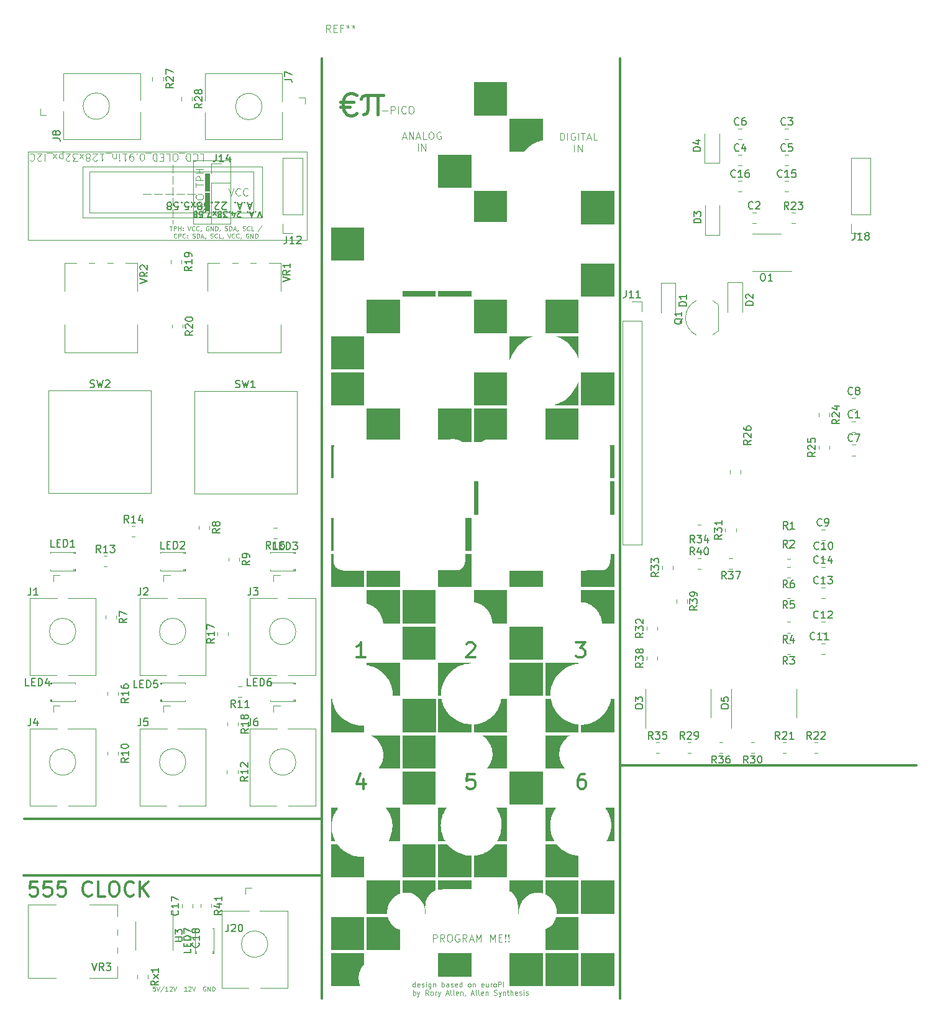
<source format=gbr>
%TF.GenerationSoftware,KiCad,Pcbnew,7.0.9*%
%TF.CreationDate,2024-01-05T19:18:53+01:00*%
%TF.ProjectId,euroPI-kicad_surfacemount_discretes_and_ics,6575726f-5049-42d6-9b69-6361645f7375,rev?*%
%TF.SameCoordinates,Original*%
%TF.FileFunction,Legend,Top*%
%TF.FilePolarity,Positive*%
%FSLAX46Y46*%
G04 Gerber Fmt 4.6, Leading zero omitted, Abs format (unit mm)*
G04 Created by KiCad (PCBNEW 7.0.9) date 2024-01-05 19:18:53*
%MOMM*%
%LPD*%
G01*
G04 APERTURE LIST*
%ADD10C,0.000000*%
%ADD11C,0.300000*%
%ADD12C,0.100000*%
%ADD13C,0.125000*%
%ADD14C,0.400000*%
%ADD15C,0.150000*%
%ADD16C,0.120000*%
G04 APERTURE END LIST*
D10*
G36*
X147185123Y-63044000D02*
G01*
X142666019Y-63044000D01*
X142666019Y-58524377D01*
X147185123Y-58524377D01*
X147185123Y-63044000D01*
G37*
G36*
X142321339Y-77867380D02*
G01*
X141068188Y-77867380D01*
X140980566Y-77802305D01*
X140887601Y-77744172D01*
X140789858Y-77692717D01*
X140687902Y-77647675D01*
X140582296Y-77608783D01*
X140473605Y-77575776D01*
X140362393Y-77548391D01*
X140249224Y-77526363D01*
X140134663Y-77509429D01*
X140019275Y-77497324D01*
X139903623Y-77489784D01*
X139788271Y-77486547D01*
X139673785Y-77487347D01*
X139560728Y-77491920D01*
X139449665Y-77500003D01*
X139341160Y-77511331D01*
X137801720Y-77511331D01*
X137801720Y-73347757D01*
X142321339Y-73347757D01*
X142321339Y-77867380D01*
G37*
G36*
X137457035Y-102573358D02*
G01*
X132937416Y-102573358D01*
X132937416Y-98054254D01*
X137457035Y-98054254D01*
X137457035Y-102573358D01*
G37*
G36*
X150453648Y-63573326D02*
G01*
X150176992Y-63698864D01*
X149908682Y-63841471D01*
X149649485Y-64000327D01*
X149400171Y-64174614D01*
X149161509Y-64363511D01*
X148934266Y-64566200D01*
X148719212Y-64781860D01*
X148517115Y-65009672D01*
X148328743Y-65248818D01*
X148154867Y-65498477D01*
X147996253Y-65757830D01*
X147853672Y-66026058D01*
X147727890Y-66302341D01*
X147619678Y-66585860D01*
X147529804Y-66875795D01*
X147529804Y-63465677D01*
X150737881Y-63465677D01*
X150453648Y-63573326D01*
G37*
G36*
X123537743Y-90432285D02*
G01*
X123552460Y-92691278D01*
X123209328Y-92691278D01*
X123209328Y-88171655D01*
X123533340Y-88171655D01*
X123537743Y-90432285D01*
G37*
G36*
X127728947Y-53161439D02*
G01*
X123209328Y-53161439D01*
X123209328Y-48641809D01*
X127728947Y-48641809D01*
X127728947Y-53161439D01*
G37*
G36*
X147185123Y-102573343D02*
G01*
X145187313Y-102573343D01*
X145181035Y-102457778D01*
X145170341Y-102342417D01*
X145155292Y-102227425D01*
X145135946Y-102112968D01*
X145112363Y-101999208D01*
X145084601Y-101886311D01*
X145052721Y-101774442D01*
X145016781Y-101663765D01*
X144976841Y-101554445D01*
X144932959Y-101446646D01*
X144885195Y-101340533D01*
X144833609Y-101236271D01*
X144778258Y-101134024D01*
X144719204Y-101033957D01*
X144656504Y-100936234D01*
X144590219Y-100841020D01*
X144520406Y-100748480D01*
X144447126Y-100658778D01*
X144370438Y-100572079D01*
X144290401Y-100488547D01*
X144207074Y-100408347D01*
X144120516Y-100331644D01*
X144030787Y-100258603D01*
X143937945Y-100189387D01*
X143842051Y-100124162D01*
X143743163Y-100063091D01*
X143641341Y-100006341D01*
X143536643Y-99954075D01*
X143429129Y-99906458D01*
X143318858Y-99863654D01*
X143205889Y-99825828D01*
X143090282Y-99793146D01*
X143038245Y-99778447D01*
X142985842Y-99765257D01*
X142933114Y-99753482D01*
X142880102Y-99743028D01*
X142826846Y-99733801D01*
X142773387Y-99725708D01*
X142719764Y-99718655D01*
X142666019Y-99712549D01*
X142666019Y-98054254D01*
X147185123Y-98054239D01*
X147185123Y-102573343D01*
G37*
G36*
X130930653Y-142578811D02*
G01*
X130946689Y-142632403D01*
X130963974Y-142685676D01*
X130982535Y-142738601D01*
X131002398Y-142791153D01*
X131023588Y-142843303D01*
X131046132Y-142895026D01*
X131070056Y-142946292D01*
X131095387Y-142997076D01*
X131122149Y-143047351D01*
X131150370Y-143097088D01*
X131180076Y-143146261D01*
X131211292Y-143194843D01*
X131244045Y-143242807D01*
X131278361Y-143290125D01*
X131314266Y-143336770D01*
X131373440Y-143425205D01*
X131436083Y-143509597D01*
X131502044Y-143589979D01*
X131571172Y-143666382D01*
X131643315Y-143738840D01*
X131718323Y-143807383D01*
X131796045Y-143872044D01*
X131876330Y-143932853D01*
X131959026Y-143989844D01*
X132043983Y-144043048D01*
X132131050Y-144092496D01*
X132220075Y-144138221D01*
X132310908Y-144180255D01*
X132403398Y-144218628D01*
X132497393Y-144253374D01*
X132592743Y-144284524D01*
X132592743Y-147044549D01*
X128073639Y-147044549D01*
X128073639Y-142524927D01*
X130915840Y-142524927D01*
X130930653Y-142578811D01*
G37*
G36*
X137457043Y-122338052D02*
G01*
X132937424Y-122338052D01*
X132937424Y-117818948D01*
X137457043Y-117818948D01*
X137457043Y-122338052D01*
G37*
G36*
X132592735Y-98054285D02*
G01*
X132592735Y-102573388D01*
X130301918Y-102573388D01*
X130290276Y-102463075D01*
X130274647Y-102353147D01*
X130231643Y-102135028D01*
X130173327Y-101920186D01*
X130100119Y-101709777D01*
X130012440Y-101504956D01*
X129910710Y-101306880D01*
X129795349Y-101116704D01*
X129732690Y-101024940D01*
X129666780Y-100935585D01*
X129597673Y-100848782D01*
X129525422Y-100764676D01*
X129450078Y-100683412D01*
X129371695Y-100605135D01*
X129290325Y-100529988D01*
X129206021Y-100458117D01*
X129118835Y-100389665D01*
X129028820Y-100324777D01*
X128936028Y-100263598D01*
X128840512Y-100206272D01*
X128742325Y-100152943D01*
X128641519Y-100103756D01*
X128538147Y-100058856D01*
X128432261Y-100018386D01*
X128323913Y-99982492D01*
X128213158Y-99951318D01*
X128195892Y-99946384D01*
X128178548Y-99941815D01*
X128161140Y-99937540D01*
X128143682Y-99933494D01*
X128073631Y-99918222D01*
X128073631Y-98054254D01*
X132592735Y-98054285D01*
G37*
G36*
X147185139Y-137161935D02*
G01*
X142666035Y-137161935D01*
X142666035Y-134211221D01*
X142776592Y-134202604D01*
X142886878Y-134190982D01*
X142996823Y-134176314D01*
X143106355Y-134158559D01*
X143215403Y-134137673D01*
X143323895Y-134113614D01*
X143431759Y-134086342D01*
X143538926Y-134055812D01*
X143645323Y-134021985D01*
X143750879Y-133984816D01*
X143855524Y-133944265D01*
X143959184Y-133900289D01*
X144061791Y-133852846D01*
X144163271Y-133801894D01*
X144263553Y-133747391D01*
X144362568Y-133689294D01*
X144450525Y-133638906D01*
X144536695Y-133586222D01*
X144621075Y-133531307D01*
X144703660Y-133474220D01*
X144784449Y-133415025D01*
X144863439Y-133353782D01*
X144940626Y-133290553D01*
X145016007Y-133225400D01*
X145089580Y-133158386D01*
X145161342Y-133089571D01*
X145231289Y-133019017D01*
X145299419Y-132946786D01*
X145365729Y-132872940D01*
X145430216Y-132797540D01*
X145492876Y-132720649D01*
X145553707Y-132642328D01*
X147185139Y-132642313D01*
X147185139Y-137161935D01*
G37*
G36*
X152049435Y-127279352D02*
G01*
X147529812Y-127279352D01*
X147529812Y-122760248D01*
X152049435Y-122760248D01*
X152049435Y-127279352D01*
G37*
G36*
X152049427Y-33818437D02*
G01*
X152049427Y-36819284D01*
X151859995Y-36852750D01*
X151673210Y-36895761D01*
X151489319Y-36948025D01*
X151308572Y-37009253D01*
X151131218Y-37079155D01*
X150957505Y-37157440D01*
X150787683Y-37243818D01*
X150622000Y-37338000D01*
X150460705Y-37439694D01*
X150304047Y-37548611D01*
X150152276Y-37664460D01*
X150005640Y-37786951D01*
X149864387Y-37915794D01*
X149728767Y-38050699D01*
X149599029Y-38191376D01*
X149475422Y-38337533D01*
X147529804Y-38337533D01*
X147529804Y-33818429D01*
X152049427Y-33818437D01*
G37*
G36*
X127728943Y-72926080D02*
G01*
X123209324Y-72926080D01*
X123209324Y-68406976D01*
X127728943Y-68406976D01*
X127728943Y-72926080D01*
G37*
G36*
X156913723Y-66555406D02*
G01*
X156814757Y-66288948D01*
X156699886Y-66029522D01*
X156569805Y-65777719D01*
X156425206Y-65534126D01*
X156266783Y-65299331D01*
X156095230Y-65073925D01*
X155911239Y-64858494D01*
X155715504Y-64653629D01*
X155508718Y-64459917D01*
X155291575Y-64277947D01*
X155064768Y-64108308D01*
X154828990Y-63951588D01*
X154584935Y-63808377D01*
X154333296Y-63679262D01*
X154074766Y-63564832D01*
X153810039Y-63465677D01*
X156913723Y-63465677D01*
X156913723Y-66555406D01*
G37*
G36*
X147185123Y-73347765D02*
G01*
X147185123Y-77511331D01*
X144352741Y-77511331D01*
X144310090Y-77525170D01*
X144268113Y-77540302D01*
X144226814Y-77556690D01*
X144186199Y-77574298D01*
X144146272Y-77593088D01*
X144107038Y-77613025D01*
X144068500Y-77634071D01*
X144030665Y-77656190D01*
X143993537Y-77679346D01*
X143957119Y-77703502D01*
X143921418Y-77728620D01*
X143886437Y-77754665D01*
X143852181Y-77781601D01*
X143818655Y-77809389D01*
X143785863Y-77837994D01*
X143753811Y-77867380D01*
X142666019Y-77867380D01*
X142666019Y-73347757D01*
X147185123Y-73347765D01*
G37*
G36*
X132592735Y-63044000D02*
G01*
X128073631Y-63044000D01*
X128073631Y-58524377D01*
X132592735Y-58524377D01*
X132592735Y-63044000D01*
G37*
D11*
X81381600Y-129168000D02*
X121818400Y-129168000D01*
D10*
G36*
X147185123Y-43700563D02*
G01*
X147185123Y-47915292D01*
X142666019Y-47913690D01*
X142666019Y-43700509D01*
X147185123Y-43700563D01*
G37*
G36*
X142321339Y-43278833D02*
G01*
X137801716Y-43278833D01*
X137801716Y-38759729D01*
X142321339Y-38759729D01*
X142321339Y-43278833D01*
G37*
G36*
X132592731Y-112455972D02*
G01*
X131579872Y-112455972D01*
X131582657Y-112282192D01*
X131578523Y-112108567D01*
X131567390Y-111935381D01*
X131549176Y-111762920D01*
X131523800Y-111591472D01*
X131491182Y-111421320D01*
X131451242Y-111252752D01*
X131403898Y-111086053D01*
X131349069Y-110921510D01*
X131286675Y-110759407D01*
X131216635Y-110600031D01*
X131138868Y-110443667D01*
X131053294Y-110290603D01*
X130959831Y-110141122D01*
X130858399Y-109995512D01*
X130748917Y-109854059D01*
X130625556Y-109697007D01*
X130494330Y-109547154D01*
X130355671Y-109404621D01*
X130210013Y-109269532D01*
X130057788Y-109142009D01*
X129899428Y-109022176D01*
X129735367Y-108910154D01*
X129566036Y-108806068D01*
X129391869Y-108710040D01*
X129213299Y-108622192D01*
X129030757Y-108542648D01*
X128844677Y-108471530D01*
X128655491Y-108408962D01*
X128463633Y-108355066D01*
X128269534Y-108309965D01*
X128073627Y-108273782D01*
X128073627Y-107936349D01*
X132592731Y-107936349D01*
X132592731Y-112455972D01*
G37*
D11*
X162560000Y-25654000D02*
X162560000Y-153659000D01*
D10*
G36*
X142321339Y-93112985D02*
G01*
X142321339Y-97632089D01*
X137801716Y-97632089D01*
X137801716Y-95364007D01*
X139169295Y-95354886D01*
X140535915Y-95339700D01*
X140623290Y-95310520D01*
X140705579Y-95276876D01*
X140782923Y-95238954D01*
X140855465Y-95196940D01*
X140923347Y-95151020D01*
X140986709Y-95101378D01*
X141045695Y-95048201D01*
X141100447Y-94991675D01*
X141151106Y-94931984D01*
X141197813Y-94869316D01*
X141240712Y-94803855D01*
X141279944Y-94735787D01*
X141315651Y-94665298D01*
X141347975Y-94592574D01*
X141403042Y-94441162D01*
X141446279Y-94283036D01*
X141478824Y-94119682D01*
X141501810Y-93952585D01*
X141516374Y-93783231D01*
X141523652Y-93613106D01*
X141524778Y-93443694D01*
X141520888Y-93276482D01*
X141513119Y-93112955D01*
X142321339Y-93112985D01*
G37*
G36*
X156913731Y-72926073D02*
G01*
X153256588Y-72926073D01*
X153414712Y-72892286D01*
X153570981Y-72852755D01*
X153877568Y-72756985D01*
X154175569Y-72639825D01*
X154464205Y-72502336D01*
X154742697Y-72345582D01*
X155010265Y-72170623D01*
X155266131Y-71978522D01*
X155509515Y-71770339D01*
X155739637Y-71547139D01*
X155955720Y-71309981D01*
X156156982Y-71059928D01*
X156342646Y-70798042D01*
X156511932Y-70525385D01*
X156664061Y-70243019D01*
X156798254Y-69952005D01*
X156913731Y-69653406D01*
X156913731Y-72926073D01*
G37*
G36*
X137457035Y-57337411D02*
G01*
X137457035Y-58102739D01*
X132937416Y-58102739D01*
X132937416Y-57336412D01*
X137457035Y-57337411D01*
G37*
G36*
X161777515Y-58102739D02*
G01*
X157258411Y-58102739D01*
X157258411Y-53583116D01*
X161777515Y-53583116D01*
X161777515Y-58102739D01*
G37*
G36*
X156913738Y-147044549D02*
G01*
X152394115Y-147044549D01*
X152394115Y-144208032D01*
X152511854Y-144158348D01*
X152626911Y-144103277D01*
X152738982Y-144042846D01*
X152847765Y-143977083D01*
X152952960Y-143906017D01*
X153054262Y-143829676D01*
X153151372Y-143748087D01*
X153243985Y-143661279D01*
X153331801Y-143569280D01*
X153414516Y-143472117D01*
X153491830Y-143369819D01*
X153563439Y-143262414D01*
X153629043Y-143149930D01*
X153688337Y-143032394D01*
X153741021Y-142909835D01*
X153786793Y-142782281D01*
X153800183Y-142750509D01*
X153812743Y-142718576D01*
X153824570Y-142686504D01*
X153835765Y-142654319D01*
X153846426Y-142622045D01*
X153856651Y-142589705D01*
X153876194Y-142524927D01*
X156913738Y-142524927D01*
X156913738Y-147044549D01*
G37*
G36*
X147185123Y-72926080D02*
G01*
X142666019Y-72926080D01*
X142666019Y-68406976D01*
X147185123Y-68406976D01*
X147185123Y-72926080D01*
G37*
G36*
X132592735Y-73347765D02*
G01*
X132592735Y-77511331D01*
X128073631Y-77511331D01*
X128073631Y-73347757D01*
X132592735Y-73347765D01*
G37*
G36*
X156913731Y-63044000D02*
G01*
X152394108Y-63044000D01*
X152394108Y-58524377D01*
X156913731Y-58524377D01*
X156913731Y-63044000D01*
G37*
G36*
X132937416Y-57336412D02*
G01*
X132937412Y-57336412D01*
X132937416Y-57336366D01*
X132937416Y-57336412D01*
G37*
G36*
X161777523Y-132220636D02*
G01*
X160751743Y-132220636D01*
X160868529Y-132014165D01*
X160974184Y-131801940D01*
X161068337Y-131584593D01*
X161150613Y-131362752D01*
X161220640Y-131137048D01*
X161278045Y-130908111D01*
X161322454Y-130676571D01*
X161353495Y-130443058D01*
X161370793Y-130208201D01*
X161373976Y-129972632D01*
X161362670Y-129736979D01*
X161336503Y-129501874D01*
X161295102Y-129267945D01*
X161238092Y-129035824D01*
X161165101Y-128806140D01*
X161075756Y-128579523D01*
X161027915Y-128462932D01*
X160976269Y-128348202D01*
X160920946Y-128235371D01*
X160862072Y-128124477D01*
X160799775Y-128015557D01*
X160734182Y-127908651D01*
X160665420Y-127803795D01*
X160593616Y-127701028D01*
X161777523Y-127701013D01*
X161777523Y-132220636D01*
G37*
G36*
X147185123Y-33396753D02*
G01*
X142666019Y-33396753D01*
X142666019Y-28877130D01*
X147185123Y-28877130D01*
X147185123Y-33396753D01*
G37*
G36*
X161777508Y-93112985D02*
G01*
X161777508Y-97632089D01*
X157258404Y-97632089D01*
X157258404Y-95367105D01*
X158776723Y-95357042D01*
X160293880Y-95339700D01*
X160381255Y-95310520D01*
X160463543Y-95276876D01*
X160540887Y-95238954D01*
X160613428Y-95196940D01*
X160681309Y-95151020D01*
X160744672Y-95101378D01*
X160803657Y-95048201D01*
X160858409Y-94991675D01*
X160909067Y-94931984D01*
X160955775Y-94869316D01*
X160998674Y-94803855D01*
X161037906Y-94735787D01*
X161073613Y-94665298D01*
X161105937Y-94592574D01*
X161161004Y-94441162D01*
X161204242Y-94283036D01*
X161236787Y-94119682D01*
X161259774Y-93952585D01*
X161274338Y-93783231D01*
X161281616Y-93613106D01*
X161282743Y-93443694D01*
X161278853Y-93276482D01*
X161271084Y-93112955D01*
X161777508Y-93112985D01*
G37*
G36*
X152049435Y-151985330D02*
G01*
X147529812Y-151985330D01*
X147529812Y-147466226D01*
X152049435Y-147466226D01*
X152049435Y-151985330D01*
G37*
G36*
X142321293Y-92690759D02*
G01*
X141499638Y-92690759D01*
X141495547Y-90431745D01*
X141498135Y-88171655D01*
X142321293Y-88171655D01*
X142321293Y-92690759D01*
G37*
D11*
X162560000Y-121920000D02*
X202996800Y-121920000D01*
D10*
G36*
X161777515Y-72926080D02*
G01*
X157258411Y-72926080D01*
X157258411Y-68406976D01*
X161777515Y-68406976D01*
X161777515Y-72926080D01*
G37*
G36*
X156913731Y-142103250D02*
G01*
X153959392Y-142103250D01*
X153966662Y-142001311D01*
X153969415Y-141899355D01*
X153967738Y-141797508D01*
X153961722Y-141695893D01*
X153951457Y-141594636D01*
X153937030Y-141493860D01*
X153918532Y-141393691D01*
X153896053Y-141294252D01*
X153869680Y-141195669D01*
X153839504Y-141098065D01*
X153805614Y-141001566D01*
X153768099Y-140906296D01*
X153727049Y-140812379D01*
X153682552Y-140719939D01*
X153634698Y-140629103D01*
X153583577Y-140539993D01*
X153529278Y-140452734D01*
X153471889Y-140367452D01*
X153411501Y-140284269D01*
X153348202Y-140203312D01*
X153282083Y-140124704D01*
X153213231Y-140048571D01*
X153141737Y-139975035D01*
X153067690Y-139904223D01*
X152991179Y-139836258D01*
X152912293Y-139771265D01*
X152831123Y-139709369D01*
X152747756Y-139650693D01*
X152662282Y-139595363D01*
X152574792Y-139543504D01*
X152485373Y-139495239D01*
X152394115Y-139450693D01*
X152394115Y-137583627D01*
X156913731Y-137583627D01*
X156913731Y-142103250D01*
G37*
G36*
X132592739Y-139364923D02*
G01*
X132488890Y-139400813D01*
X132387455Y-139441628D01*
X132288511Y-139487196D01*
X132192133Y-139537346D01*
X132098396Y-139591905D01*
X132007376Y-139650702D01*
X131919147Y-139713564D01*
X131833785Y-139780320D01*
X131671963Y-139924823D01*
X131522512Y-140082835D01*
X131386035Y-140252982D01*
X131263133Y-140433885D01*
X131154408Y-140624170D01*
X131060464Y-140822460D01*
X130981903Y-141027379D01*
X130919325Y-141237551D01*
X130873335Y-141451600D01*
X130844534Y-141668151D01*
X130833524Y-141885826D01*
X130840908Y-142103250D01*
X128073635Y-142103250D01*
X128073635Y-137583627D01*
X132592739Y-137583627D01*
X132592739Y-139364923D01*
G37*
G36*
X156913723Y-108090860D02*
G01*
X156711692Y-108109791D01*
X156512165Y-108139705D01*
X156315425Y-108180263D01*
X156121759Y-108231125D01*
X155931450Y-108291949D01*
X155744783Y-108362395D01*
X155562044Y-108442122D01*
X155383515Y-108530791D01*
X155209484Y-108628061D01*
X155040233Y-108733590D01*
X154876049Y-108847040D01*
X154717215Y-108968069D01*
X154564015Y-109096336D01*
X154416736Y-109231502D01*
X154275662Y-109373226D01*
X154141077Y-109521167D01*
X154013266Y-109674985D01*
X153892514Y-109834340D01*
X153779105Y-109998891D01*
X153673324Y-110168297D01*
X153575457Y-110342218D01*
X153485786Y-110520314D01*
X153404599Y-110702244D01*
X153332178Y-110887668D01*
X153268809Y-111076245D01*
X153214776Y-111267634D01*
X153170365Y-111461496D01*
X153135859Y-111657490D01*
X153111544Y-111855274D01*
X153097704Y-112054510D01*
X153094624Y-112254856D01*
X153102589Y-112455972D01*
X152394108Y-112455972D01*
X152394108Y-107936349D01*
X156913723Y-107936349D01*
X156913723Y-108090860D01*
G37*
G36*
X139050747Y-132642374D02*
G01*
X139203646Y-132818554D01*
X139366428Y-132985602D01*
X139538447Y-133143249D01*
X139719057Y-133291232D01*
X139907612Y-133429284D01*
X140103466Y-133557139D01*
X140305973Y-133674533D01*
X140514487Y-133781198D01*
X140728362Y-133876870D01*
X140946953Y-133961283D01*
X141169613Y-134034171D01*
X141395697Y-134095268D01*
X141624557Y-134144309D01*
X141855550Y-134181029D01*
X142088028Y-134205161D01*
X142321346Y-134216440D01*
X142321346Y-137161951D01*
X137801727Y-137161951D01*
X137801727Y-132642328D01*
X139050747Y-132642374D01*
G37*
G36*
X137457043Y-137161951D02*
G01*
X132937424Y-137161951D01*
X132937424Y-132642328D01*
X137457043Y-132642328D01*
X137457043Y-137161951D01*
G37*
G36*
X137457043Y-127254000D02*
G01*
X132937424Y-127254000D01*
X132937424Y-122734896D01*
X137457043Y-122734896D01*
X137457043Y-127254000D01*
G37*
G36*
X127728947Y-67984781D02*
G01*
X123209328Y-67984781D01*
X123209328Y-63465677D01*
X127728947Y-63465677D01*
X127728947Y-67984781D01*
G37*
G36*
X142286198Y-107936792D02*
G01*
X142286198Y-108065988D01*
X142258661Y-108065738D01*
X142231131Y-108065114D01*
X142176088Y-108063489D01*
X142148575Y-108062865D01*
X142121066Y-108062615D01*
X142093561Y-108062927D01*
X142066059Y-108063989D01*
X141858206Y-108076111D01*
X141653267Y-108100166D01*
X141451510Y-108135767D01*
X141253200Y-108182530D01*
X141058606Y-108240068D01*
X140867994Y-108307994D01*
X140681631Y-108385923D01*
X140499784Y-108473469D01*
X140322721Y-108570246D01*
X140150708Y-108675867D01*
X139984013Y-108789948D01*
X139822902Y-108912101D01*
X139667642Y-109041940D01*
X139518501Y-109179081D01*
X139375745Y-109323136D01*
X139239642Y-109473720D01*
X139110459Y-109630447D01*
X138988462Y-109792930D01*
X138873918Y-109960784D01*
X138767096Y-110133622D01*
X138668261Y-110311059D01*
X138577681Y-110492709D01*
X138495623Y-110678185D01*
X138422353Y-110867101D01*
X138358140Y-111059073D01*
X138303249Y-111253712D01*
X138257948Y-111450634D01*
X138222504Y-111649453D01*
X138197184Y-111849782D01*
X138182255Y-112051236D01*
X138177985Y-112253428D01*
X138184639Y-112455972D01*
X137767094Y-112455972D01*
X137767094Y-107936349D01*
X142286198Y-107936792D01*
G37*
G36*
X123649503Y-78344901D02*
G01*
X123624158Y-78401769D01*
X123601052Y-78459597D01*
X123580256Y-78518321D01*
X123561840Y-78577878D01*
X123545874Y-78638205D01*
X123532429Y-78699239D01*
X123521574Y-78760915D01*
X123513382Y-78823171D01*
X123507920Y-78885944D01*
X123505261Y-78949170D01*
X123505474Y-79012785D01*
X123508630Y-79076727D01*
X123514799Y-79140931D01*
X123524051Y-79205335D01*
X123536457Y-79269876D01*
X123540058Y-82808679D01*
X123209328Y-82808679D01*
X123209328Y-78289056D01*
X123677017Y-78289056D01*
X123649503Y-78344901D01*
G37*
G36*
X156913738Y-151985330D02*
G01*
X152394115Y-151985330D01*
X152394115Y-147466226D01*
X156913738Y-147466226D01*
X156913738Y-151985330D01*
G37*
G36*
X142321346Y-138763894D02*
G01*
X141190289Y-138758758D01*
X140059691Y-138761485D01*
X138930014Y-138776793D01*
X137801723Y-138809396D01*
X137801723Y-137583627D01*
X142321346Y-137583612D01*
X142321346Y-138763894D01*
G37*
G36*
X161777523Y-151985330D02*
G01*
X157258419Y-151985330D01*
X157258419Y-147466226D01*
X161777523Y-147466226D01*
X161777523Y-151985330D01*
G37*
G36*
X127728954Y-147044549D02*
G01*
X123209335Y-147044549D01*
X123209335Y-142524927D01*
X127728954Y-142524927D01*
X127728954Y-147044549D01*
G37*
G36*
X155616558Y-117891981D02*
G01*
X155509866Y-117970150D01*
X155406787Y-118053222D01*
X155307452Y-118140969D01*
X155120531Y-118329560D01*
X154950141Y-118534076D01*
X154797320Y-118752671D01*
X154663106Y-118983497D01*
X154548538Y-119224708D01*
X154454654Y-119474458D01*
X154382492Y-119730900D01*
X154333090Y-119992187D01*
X154317249Y-120124071D01*
X154307488Y-120256473D01*
X154303935Y-120389164D01*
X154306722Y-120521911D01*
X154315978Y-120654485D01*
X154331832Y-120786655D01*
X154354415Y-120918189D01*
X154383855Y-121048857D01*
X154420284Y-121178428D01*
X154463831Y-121306672D01*
X154514624Y-121433356D01*
X154572796Y-121558252D01*
X154596797Y-121614389D01*
X154622103Y-121669478D01*
X154648679Y-121723532D01*
X154676489Y-121776565D01*
X154705498Y-121828589D01*
X154735672Y-121879618D01*
X154766974Y-121929665D01*
X154799370Y-121978742D01*
X154832824Y-122026864D01*
X154867302Y-122074042D01*
X154902768Y-122120291D01*
X154939188Y-122165624D01*
X154976525Y-122210053D01*
X155014745Y-122253592D01*
X155053813Y-122296254D01*
X155093693Y-122338052D01*
X152394115Y-122338052D01*
X152394115Y-117818948D01*
X155726734Y-117818948D01*
X155616558Y-117891981D01*
G37*
D11*
X121920000Y-25654000D02*
X121920000Y-153659000D01*
D10*
G36*
X129645626Y-95367731D02*
G01*
X132592731Y-95373727D01*
X132592731Y-97632501D01*
X128073627Y-97632501D01*
X128073627Y-95369592D01*
X129645626Y-95367593D01*
X129645626Y-95367731D01*
G37*
G36*
X147185123Y-117397272D02*
G01*
X142666019Y-117397272D01*
X142666019Y-116338418D01*
X142779945Y-116330309D01*
X142893605Y-116318939D01*
X143006918Y-116304274D01*
X143119807Y-116286277D01*
X143232193Y-116264912D01*
X143343996Y-116240144D01*
X143455139Y-116211936D01*
X143565542Y-116180253D01*
X143675127Y-116145059D01*
X143783814Y-116106318D01*
X143891526Y-116063994D01*
X143998182Y-116018051D01*
X144103705Y-115968453D01*
X144208016Y-115915165D01*
X144311036Y-115858150D01*
X144412685Y-115797372D01*
X144612729Y-115678724D01*
X144803263Y-115548561D01*
X144984157Y-115407527D01*
X145155281Y-115256264D01*
X145316506Y-115095417D01*
X145467703Y-114925630D01*
X145608743Y-114747546D01*
X145739495Y-114561809D01*
X145859831Y-114369063D01*
X145969621Y-114169951D01*
X146068735Y-113965117D01*
X146157045Y-113755205D01*
X146234420Y-113540858D01*
X146300732Y-113322721D01*
X146355851Y-113101437D01*
X146399647Y-112877649D01*
X147185123Y-112877649D01*
X147185123Y-117397272D01*
G37*
G36*
X152049396Y-137583642D02*
G01*
X152049396Y-139325143D01*
X151994319Y-139310145D01*
X151938835Y-139296446D01*
X151882958Y-139284082D01*
X151826700Y-139273083D01*
X151770073Y-139263484D01*
X151713090Y-139255315D01*
X151655764Y-139248611D01*
X151598107Y-139243404D01*
X151540132Y-139239726D01*
X151481852Y-139237610D01*
X151423278Y-139237089D01*
X151364424Y-139238195D01*
X151305301Y-139240961D01*
X151245924Y-139245420D01*
X151186304Y-139251604D01*
X151126453Y-139259546D01*
X150991929Y-139267797D01*
X150860179Y-139284007D01*
X150731324Y-139307900D01*
X150605481Y-139339201D01*
X150482768Y-139377633D01*
X150363305Y-139422921D01*
X150247210Y-139474789D01*
X150134602Y-139532961D01*
X150025598Y-139597161D01*
X149920317Y-139667114D01*
X149818879Y-139742543D01*
X149721401Y-139823174D01*
X149628002Y-139908730D01*
X149538800Y-139998936D01*
X149453914Y-140093515D01*
X149373463Y-140192192D01*
X149297564Y-140294691D01*
X149226337Y-140400736D01*
X149159900Y-140510052D01*
X149098372Y-140622363D01*
X149041870Y-140737392D01*
X148990515Y-140854865D01*
X148944423Y-140974505D01*
X148903713Y-141096037D01*
X148868505Y-141219185D01*
X148838916Y-141343672D01*
X148815065Y-141469224D01*
X148797071Y-141595565D01*
X148785052Y-141722418D01*
X148779126Y-141849508D01*
X148779413Y-141976559D01*
X148786030Y-142103296D01*
X148667690Y-142103296D01*
X148667030Y-142097742D01*
X148666516Y-142092119D01*
X148665716Y-142080762D01*
X148665328Y-142075078D01*
X148664879Y-142069423D01*
X148664318Y-142063821D01*
X148663593Y-142058298D01*
X148679772Y-141849582D01*
X148689704Y-141634975D01*
X148692243Y-141416288D01*
X148686239Y-141195332D01*
X148670543Y-140973917D01*
X148644008Y-140753854D01*
X148605485Y-140536953D01*
X148553825Y-140325025D01*
X148522710Y-140221492D01*
X148487880Y-140119881D01*
X148449192Y-140020419D01*
X148406502Y-139923332D01*
X148359666Y-139828846D01*
X148308542Y-139737188D01*
X148252984Y-139648584D01*
X148192850Y-139563260D01*
X148127997Y-139481442D01*
X148058281Y-139403358D01*
X147983557Y-139329233D01*
X147903683Y-139259293D01*
X147818515Y-139193766D01*
X147727910Y-139132877D01*
X147631723Y-139076852D01*
X147529812Y-139025918D01*
X147529812Y-137583627D01*
X152049396Y-137583642D01*
G37*
D11*
X81280000Y-136915000D02*
X121716800Y-136915000D01*
D10*
G36*
X152049427Y-107514673D02*
G01*
X147529804Y-107514673D01*
X147529804Y-102995050D01*
X152049427Y-102995050D01*
X152049427Y-107514673D01*
G37*
G36*
X123556072Y-93113397D02*
G01*
X123567444Y-94407892D01*
X123599365Y-94502571D01*
X123636556Y-94591269D01*
X123678776Y-94674169D01*
X123725785Y-94751450D01*
X123777346Y-94823296D01*
X123833217Y-94889886D01*
X123893159Y-94951404D01*
X123956934Y-95008029D01*
X124024300Y-95059944D01*
X124095020Y-95107329D01*
X124168853Y-95150367D01*
X124245559Y-95189239D01*
X124324900Y-95224126D01*
X124406636Y-95255209D01*
X124576333Y-95306692D01*
X124752735Y-95345137D01*
X124933926Y-95371998D01*
X125117989Y-95388724D01*
X125303008Y-95396769D01*
X125487067Y-95397582D01*
X125668250Y-95392615D01*
X126014324Y-95371149D01*
X127728947Y-95369150D01*
X127728947Y-97632059D01*
X123209328Y-97632059D01*
X123209328Y-93112955D01*
X123556072Y-93113397D01*
G37*
G36*
X149403088Y-95368204D02*
G01*
X152049435Y-95373208D01*
X152049435Y-97632501D01*
X147529812Y-97632501D01*
X147529812Y-95369592D01*
X149403080Y-95367593D01*
X149403088Y-95368204D01*
G37*
G36*
X138805458Y-127895631D02*
G01*
X138686233Y-128096646D01*
X138577726Y-128303486D01*
X138480345Y-128515565D01*
X138394501Y-128732297D01*
X138320603Y-128953096D01*
X138259062Y-129177376D01*
X138210286Y-129404552D01*
X138174686Y-129634036D01*
X138152671Y-129865244D01*
X138144652Y-130097588D01*
X138151037Y-130330484D01*
X138172237Y-130563344D01*
X138208662Y-130795583D01*
X138260720Y-131026615D01*
X138328823Y-131255853D01*
X138346702Y-131320642D01*
X138365834Y-131384817D01*
X138386190Y-131448382D01*
X138407743Y-131511340D01*
X138430464Y-131573694D01*
X138454325Y-131635447D01*
X138505356Y-131757163D01*
X138560611Y-131876516D01*
X138619865Y-131993531D01*
X138682893Y-132108234D01*
X138749470Y-132220651D01*
X137801723Y-132220651D01*
X137801723Y-127701028D01*
X138934990Y-127701028D01*
X138805458Y-127895631D01*
G37*
G36*
X154098386Y-132806522D02*
G01*
X154246047Y-132963430D01*
X154401406Y-133112769D01*
X154564007Y-133254258D01*
X154733393Y-133387617D01*
X154909106Y-133512565D01*
X155090691Y-133628819D01*
X155277689Y-133736101D01*
X155469644Y-133834127D01*
X155666099Y-133922618D01*
X155866597Y-134001292D01*
X156070681Y-134069868D01*
X156277894Y-134128065D01*
X156487779Y-134175603D01*
X156699880Y-134212199D01*
X156913738Y-134237573D01*
X156913738Y-137161951D01*
X152394115Y-137161951D01*
X152394115Y-132642328D01*
X153958881Y-132642328D01*
X154098386Y-132806522D01*
G37*
G36*
X143291302Y-87749978D02*
G01*
X142666019Y-87749978D01*
X142666019Y-83230356D01*
X143297504Y-83230356D01*
X143291302Y-87749978D01*
G37*
G36*
X123350784Y-112960352D02*
G01*
X123363954Y-113042977D01*
X123378738Y-113125486D01*
X123395331Y-113207841D01*
X123413931Y-113290005D01*
X123434732Y-113371939D01*
X123457932Y-113453606D01*
X123483726Y-113534967D01*
X123533778Y-113706247D01*
X123591872Y-113873581D01*
X123657737Y-114036856D01*
X123731102Y-114195960D01*
X123811695Y-114350779D01*
X123899245Y-114501201D01*
X123993481Y-114647113D01*
X124094131Y-114788401D01*
X124200925Y-114924953D01*
X124313592Y-115056655D01*
X124555456Y-115305060D01*
X124817554Y-115532712D01*
X125097717Y-115738708D01*
X125393774Y-115922144D01*
X125703555Y-116082116D01*
X126024891Y-116217720D01*
X126355612Y-116328054D01*
X126693548Y-116412213D01*
X127036529Y-116469294D01*
X127382385Y-116498392D01*
X127728947Y-116498605D01*
X127728947Y-117397272D01*
X123209328Y-117397272D01*
X123209328Y-112877649D01*
X123339031Y-112877649D01*
X123350784Y-112960352D01*
G37*
G36*
X124032164Y-127899802D02*
G01*
X123898109Y-128106148D01*
X123775552Y-128319393D01*
X123664982Y-128538860D01*
X123566886Y-128763874D01*
X123481752Y-128993759D01*
X123410068Y-129227841D01*
X123352322Y-129465442D01*
X123309002Y-129705888D01*
X123280596Y-129948504D01*
X123267591Y-130192613D01*
X123270475Y-130437540D01*
X123289736Y-130682610D01*
X123325862Y-130927147D01*
X123379341Y-131170476D01*
X123450661Y-131411920D01*
X123480864Y-131518627D01*
X123514398Y-131623690D01*
X123551133Y-131727130D01*
X123590940Y-131828966D01*
X123633689Y-131929216D01*
X123679250Y-132027901D01*
X123727494Y-132125040D01*
X123778290Y-132220651D01*
X123209331Y-132220651D01*
X123209331Y-127701028D01*
X124177231Y-127701028D01*
X124032164Y-127899802D01*
G37*
G36*
X161777515Y-48220132D02*
G01*
X157258411Y-48220132D01*
X157258411Y-43700509D01*
X161777515Y-43700509D01*
X161777515Y-48220132D01*
G37*
G36*
X147185123Y-132220651D02*
G01*
X145837406Y-132220651D01*
X145978478Y-131957653D01*
X146101238Y-131685450D01*
X146205313Y-131405458D01*
X146290325Y-131119094D01*
X146355900Y-130827773D01*
X146401663Y-130532910D01*
X146427238Y-130235923D01*
X146432250Y-129938226D01*
X146416323Y-129641236D01*
X146379083Y-129346369D01*
X146320153Y-129055040D01*
X146239159Y-128768665D01*
X146135725Y-128488661D01*
X146009476Y-128216443D01*
X145937678Y-128083696D01*
X145860036Y-127953427D01*
X145776503Y-127825812D01*
X145687031Y-127701028D01*
X147185123Y-127701028D01*
X147185123Y-132220651D01*
G37*
G36*
X153745306Y-127876790D02*
G01*
X153632321Y-128058007D01*
X153528300Y-128244272D01*
X153433603Y-128435178D01*
X153348591Y-128630316D01*
X153273624Y-128829280D01*
X153209064Y-129031660D01*
X153155271Y-129237051D01*
X153112606Y-129445042D01*
X153081430Y-129655228D01*
X153062102Y-129867200D01*
X153054985Y-130080551D01*
X153060438Y-130294873D01*
X153078822Y-130509757D01*
X153110498Y-130724797D01*
X153155826Y-130939584D01*
X153173143Y-131025807D01*
X153192519Y-131111262D01*
X153213918Y-131195938D01*
X153237300Y-131279822D01*
X153262627Y-131362905D01*
X153289861Y-131445175D01*
X153318964Y-131526620D01*
X153349896Y-131607229D01*
X153382621Y-131686991D01*
X153417099Y-131765894D01*
X153453292Y-131843927D01*
X153491162Y-131921080D01*
X153530670Y-131997339D01*
X153571778Y-132072696D01*
X153614448Y-132147136D01*
X153658642Y-132220651D01*
X152394115Y-132220651D01*
X152394115Y-127701028D01*
X153866894Y-127701028D01*
X153745306Y-127876790D01*
G37*
G36*
X156913731Y-73347765D02*
G01*
X156913731Y-77511331D01*
X152394108Y-77511331D01*
X152394108Y-73347757D01*
X156913731Y-73347765D01*
G37*
G36*
X161777515Y-98054269D02*
G01*
X161777515Y-102573373D01*
X160109920Y-102573373D01*
X160100285Y-102435770D01*
X160084209Y-102298751D01*
X160061823Y-102162570D01*
X160033259Y-102027477D01*
X159998648Y-101893724D01*
X159958121Y-101761564D01*
X159911810Y-101631246D01*
X159859846Y-101503024D01*
X159802361Y-101377149D01*
X159739485Y-101253871D01*
X159671351Y-101133444D01*
X159598089Y-101016119D01*
X159519832Y-100902146D01*
X159436709Y-100791779D01*
X159348854Y-100685267D01*
X159256396Y-100582864D01*
X159159468Y-100484821D01*
X159058201Y-100391389D01*
X158952726Y-100302819D01*
X158843174Y-100219364D01*
X158729678Y-100141276D01*
X158612367Y-100068805D01*
X158491375Y-100002203D01*
X158366831Y-99941723D01*
X158238868Y-99887615D01*
X158107616Y-99840131D01*
X157973208Y-99799523D01*
X157835774Y-99766043D01*
X157695446Y-99739942D01*
X157552356Y-99721471D01*
X157406633Y-99710883D01*
X157258411Y-99708429D01*
X157258411Y-98054254D01*
X161777515Y-98054269D01*
G37*
G36*
X138249110Y-112940686D02*
G01*
X138261826Y-113003657D01*
X138275578Y-113066542D01*
X138290440Y-113129318D01*
X138306482Y-113191965D01*
X138323777Y-113254461D01*
X138342397Y-113316785D01*
X138362415Y-113378915D01*
X138409682Y-113541562D01*
X138464194Y-113700621D01*
X138525718Y-113856000D01*
X138594025Y-114007604D01*
X138668882Y-114155339D01*
X138750059Y-114299112D01*
X138837325Y-114438829D01*
X138930447Y-114574396D01*
X139133339Y-114832703D01*
X139356884Y-115073284D01*
X139599233Y-115295387D01*
X139858537Y-115498262D01*
X140132945Y-115681157D01*
X140420608Y-115843323D01*
X140719675Y-115984008D01*
X141028298Y-116102460D01*
X141344627Y-116197931D01*
X141666810Y-116269667D01*
X141993000Y-116316920D01*
X142321346Y-116338937D01*
X142321346Y-117397272D01*
X142257786Y-117397272D01*
X142249909Y-117397155D01*
X142242023Y-117396845D01*
X142226238Y-117395883D01*
X142210465Y-117394864D01*
X142202593Y-117394482D01*
X142194736Y-117394266D01*
X142188775Y-117394388D01*
X142182878Y-117394712D01*
X142177024Y-117395172D01*
X142171194Y-117395706D01*
X142159524Y-117396731D01*
X142153645Y-117397094D01*
X142147709Y-117397272D01*
X137801720Y-117397272D01*
X137801720Y-112877649D01*
X138237358Y-112877649D01*
X138249110Y-112940686D01*
G37*
G36*
X152049427Y-112455972D02*
G01*
X147529804Y-112455972D01*
X147529804Y-107936349D01*
X152049427Y-107936349D01*
X152049427Y-112455972D01*
G37*
G36*
X137457035Y-107514673D02*
G01*
X132937416Y-107514673D01*
X132937416Y-102995050D01*
X137457035Y-102995050D01*
X137457035Y-107514673D01*
G37*
G36*
X124208864Y-132849522D02*
G01*
X124385623Y-133045403D01*
X124574785Y-133229569D01*
X124775397Y-133401619D01*
X124986505Y-133561151D01*
X125207158Y-133707764D01*
X125436401Y-133841057D01*
X125673283Y-133960628D01*
X125916849Y-134066076D01*
X126166148Y-134156999D01*
X126420226Y-134232996D01*
X126678130Y-134293665D01*
X126938908Y-134338606D01*
X127201607Y-134367416D01*
X127465273Y-134379694D01*
X127728954Y-134375039D01*
X127728954Y-137161951D01*
X123209335Y-137161951D01*
X123209335Y-132642328D01*
X124045460Y-132642328D01*
X124208864Y-132849522D01*
G37*
G36*
X147185139Y-122338037D02*
G01*
X144380657Y-122338037D01*
X144412091Y-122304219D01*
X144443037Y-122269760D01*
X144473465Y-122234645D01*
X144503346Y-122198856D01*
X144532651Y-122162378D01*
X144561351Y-122125196D01*
X144589416Y-122087293D01*
X144616817Y-122048654D01*
X144712741Y-121923923D01*
X144799523Y-121795128D01*
X144877296Y-121662627D01*
X144946197Y-121526778D01*
X145006359Y-121387940D01*
X145057915Y-121246471D01*
X145101001Y-121102730D01*
X145135751Y-120957075D01*
X145162298Y-120809864D01*
X145180778Y-120661456D01*
X145191324Y-120512209D01*
X145194071Y-120362481D01*
X145189152Y-120212631D01*
X145176703Y-120063018D01*
X145156857Y-119913999D01*
X145129749Y-119765933D01*
X145095513Y-119619179D01*
X145054283Y-119474095D01*
X145006194Y-119331039D01*
X144951379Y-119190369D01*
X144889973Y-119052445D01*
X144822110Y-118917624D01*
X144747925Y-118786265D01*
X144667552Y-118658726D01*
X144581125Y-118535366D01*
X144488777Y-118416542D01*
X144390645Y-118302614D01*
X144286861Y-118193940D01*
X144177560Y-118090878D01*
X144062876Y-117993786D01*
X143942944Y-117903024D01*
X143817898Y-117818948D01*
X147185139Y-117818933D01*
X147185139Y-122338037D01*
G37*
G36*
X127728950Y-148966913D02*
G01*
X127594588Y-149120690D01*
X127471518Y-149284106D01*
X127360267Y-149456093D01*
X127261362Y-149635580D01*
X127175330Y-149821498D01*
X127102697Y-150012780D01*
X127043991Y-150208355D01*
X126999738Y-150407154D01*
X126970465Y-150608108D01*
X126956699Y-150810148D01*
X126958966Y-151012206D01*
X126977793Y-151213211D01*
X127013707Y-151412095D01*
X127038237Y-151510408D01*
X127067236Y-151607789D01*
X127100769Y-151704106D01*
X127138904Y-151799224D01*
X127181706Y-151893010D01*
X127229240Y-151985330D01*
X123209331Y-151985330D01*
X123209331Y-147466226D01*
X127728950Y-147466226D01*
X127728950Y-148966913D01*
G37*
G36*
X137457046Y-138895669D02*
G01*
X137353530Y-138936749D01*
X137253798Y-138983260D01*
X137157859Y-139034981D01*
X137065724Y-139091691D01*
X136977405Y-139153167D01*
X136892911Y-139219189D01*
X136812253Y-139289536D01*
X136735443Y-139363985D01*
X136662490Y-139442316D01*
X136593405Y-139524307D01*
X136528198Y-139609738D01*
X136466882Y-139698385D01*
X136355959Y-139884447D01*
X136260721Y-140080722D01*
X136181253Y-140285440D01*
X136117639Y-140496829D01*
X136069966Y-140713118D01*
X136038317Y-140932537D01*
X136022778Y-141153314D01*
X136023434Y-141373678D01*
X136040369Y-141591859D01*
X136073669Y-141806085D01*
X136067590Y-141878822D01*
X136062572Y-141952999D01*
X136054028Y-142103220D01*
X136014748Y-142103220D01*
X136023524Y-141961057D01*
X136023593Y-141818940D01*
X136015198Y-141677206D01*
X135998581Y-141536195D01*
X135973985Y-141396247D01*
X135941652Y-141257701D01*
X135901824Y-141120896D01*
X135854744Y-140986173D01*
X135800654Y-140853869D01*
X135739796Y-140724325D01*
X135672412Y-140597880D01*
X135598746Y-140474873D01*
X135519040Y-140355645D01*
X135433535Y-140240533D01*
X135342474Y-140129878D01*
X135246100Y-140024019D01*
X135144655Y-139923295D01*
X135038382Y-139828046D01*
X134927522Y-139738611D01*
X134812318Y-139655330D01*
X134693012Y-139578541D01*
X134569847Y-139508585D01*
X134443066Y-139445801D01*
X134312909Y-139390528D01*
X134179621Y-139343105D01*
X134043443Y-139303872D01*
X133904618Y-139273169D01*
X133763388Y-139251334D01*
X133619995Y-139238707D01*
X133474682Y-139235628D01*
X133327691Y-139242436D01*
X133179264Y-139259469D01*
X133148369Y-139260929D01*
X133117756Y-139263194D01*
X133087378Y-139266135D01*
X133057190Y-139269619D01*
X132997200Y-139277693D01*
X132937420Y-139286371D01*
X132937420Y-137583627D01*
X137457046Y-137583597D01*
X137457046Y-138895669D01*
G37*
G36*
X137491661Y-117397272D02*
G01*
X132972557Y-117397272D01*
X132972557Y-112877649D01*
X137491661Y-112877649D01*
X137491661Y-117397272D01*
G37*
G36*
X161777500Y-87749978D02*
G01*
X161257114Y-87749978D01*
X161259716Y-83230356D01*
X161777500Y-83230356D01*
X161777500Y-87749978D01*
G37*
G36*
X161777523Y-142103250D02*
G01*
X157258419Y-142103250D01*
X157258419Y-137583627D01*
X161777523Y-137583627D01*
X161777523Y-142103250D01*
G37*
G36*
X132592739Y-132220651D02*
G01*
X131046062Y-132220651D01*
X131172934Y-131958953D01*
X131282173Y-131689221D01*
X131373448Y-131412779D01*
X131446428Y-131130947D01*
X131500782Y-130845050D01*
X131536179Y-130556409D01*
X131552290Y-130266347D01*
X131548782Y-129976186D01*
X131525325Y-129687250D01*
X131481588Y-129400861D01*
X131417240Y-129118340D01*
X131331951Y-128841012D01*
X131225389Y-128570198D01*
X131097224Y-128307221D01*
X130947125Y-128053403D01*
X130863747Y-127930342D01*
X130774761Y-127810068D01*
X130764699Y-127796120D01*
X130754468Y-127782338D01*
X130733647Y-127755119D01*
X130691563Y-127701028D01*
X132592739Y-127701028D01*
X132592739Y-132220651D01*
G37*
G36*
X161777523Y-117397272D02*
G01*
X157258419Y-117397272D01*
X157258419Y-116377695D01*
X157403974Y-116376892D01*
X157549620Y-116370875D01*
X157695215Y-116359450D01*
X157840620Y-116342422D01*
X157985694Y-116319597D01*
X158130296Y-116290780D01*
X158202376Y-116274064D01*
X158274285Y-116255778D01*
X158346007Y-116235896D01*
X158417522Y-116214395D01*
X158559030Y-116171069D01*
X158698122Y-116122321D01*
X158968730Y-116009160D01*
X159228688Y-115876103D01*
X159477338Y-115724339D01*
X159714020Y-115555062D01*
X159938076Y-115369460D01*
X160148848Y-115168726D01*
X160345676Y-114954049D01*
X160527903Y-114726623D01*
X160694869Y-114487636D01*
X160845915Y-114238280D01*
X160980384Y-113979746D01*
X161097616Y-113713225D01*
X161196953Y-113439908D01*
X161277735Y-113160985D01*
X161339306Y-112877649D01*
X161777523Y-112877649D01*
X161777523Y-117397272D01*
G37*
G36*
X161777523Y-82808679D02*
G01*
X161259205Y-82808679D01*
X161249813Y-80640533D01*
X161226643Y-78474573D01*
X161219343Y-78449970D01*
X161211540Y-78425840D01*
X161203274Y-78402149D01*
X161194583Y-78378862D01*
X161185507Y-78355944D01*
X161176085Y-78333360D01*
X161166357Y-78311075D01*
X161156361Y-78289056D01*
X161777523Y-78289056D01*
X161777523Y-82808679D01*
G37*
G36*
X142321346Y-150715330D02*
G01*
X137801723Y-150715330D01*
X137801723Y-147466226D01*
X142321346Y-147466226D01*
X142321346Y-150715330D01*
G37*
G36*
X153161968Y-112900521D02*
G01*
X153165672Y-112923403D01*
X153172671Y-112969173D01*
X153176317Y-112992049D01*
X153180293Y-113014911D01*
X153184775Y-113037754D01*
X153189938Y-113060571D01*
X153225093Y-113226718D01*
X153267622Y-113390087D01*
X153317311Y-113550549D01*
X153373946Y-113707974D01*
X153437315Y-113862233D01*
X153507204Y-114013196D01*
X153583399Y-114160735D01*
X153665687Y-114304719D01*
X153753855Y-114445019D01*
X153847689Y-114581506D01*
X154051504Y-114842522D01*
X154275423Y-115086733D01*
X154517739Y-115313102D01*
X154776746Y-115520595D01*
X155050737Y-115708176D01*
X155338004Y-115874810D01*
X155636841Y-116019462D01*
X155945539Y-116141096D01*
X156262393Y-116238676D01*
X156585695Y-116311169D01*
X156913738Y-116357538D01*
X156913738Y-117397272D01*
X152394115Y-117397272D01*
X152394115Y-112877649D01*
X153157894Y-112877649D01*
X153161968Y-112900521D01*
G37*
G36*
X132592739Y-122338037D02*
G01*
X129630646Y-122338037D01*
X129644061Y-122321654D01*
X129657686Y-122305536D01*
X129685123Y-122273548D01*
X129698711Y-122257408D01*
X129712064Y-122240990D01*
X129725070Y-122224160D01*
X129731408Y-122215547D01*
X129737617Y-122206781D01*
X129839735Y-122073368D01*
X129931432Y-121935355D01*
X130012873Y-121793179D01*
X130084221Y-121647275D01*
X130145640Y-121498079D01*
X130197294Y-121346028D01*
X130239345Y-121191558D01*
X130271960Y-121035104D01*
X130295299Y-120877102D01*
X130309528Y-120717989D01*
X130314810Y-120558202D01*
X130311308Y-120398175D01*
X130299187Y-120238344D01*
X130278609Y-120079147D01*
X130249739Y-119921019D01*
X130212741Y-119764396D01*
X130167777Y-119609714D01*
X130115012Y-119457410D01*
X130054609Y-119307918D01*
X129986732Y-119161676D01*
X129911544Y-119019120D01*
X129829210Y-118880685D01*
X129739892Y-118746807D01*
X129643755Y-118617923D01*
X129540962Y-118494469D01*
X129431677Y-118376880D01*
X129316064Y-118265593D01*
X129194285Y-118161044D01*
X129066506Y-118063669D01*
X128932888Y-117973904D01*
X128793597Y-117892185D01*
X128648796Y-117818948D01*
X132592739Y-117818933D01*
X132592739Y-122338037D01*
G37*
G36*
X142321339Y-57338914D02*
G01*
X142321339Y-58102693D01*
X137801720Y-58102693D01*
X137801720Y-57337366D01*
X137801716Y-57336915D01*
X142321339Y-57338914D01*
G37*
D11*
X142737062Y-123088638D02*
X141784681Y-123088638D01*
X141784681Y-123088638D02*
X141689443Y-124041019D01*
X141689443Y-124041019D02*
X141784681Y-123945780D01*
X141784681Y-123945780D02*
X141975157Y-123850542D01*
X141975157Y-123850542D02*
X142451348Y-123850542D01*
X142451348Y-123850542D02*
X142641824Y-123945780D01*
X142641824Y-123945780D02*
X142737062Y-124041019D01*
X142737062Y-124041019D02*
X142832300Y-124231495D01*
X142832300Y-124231495D02*
X142832300Y-124707685D01*
X142832300Y-124707685D02*
X142737062Y-124898161D01*
X142737062Y-124898161D02*
X142641824Y-124993400D01*
X142641824Y-124993400D02*
X142451348Y-125088638D01*
X142451348Y-125088638D02*
X141975157Y-125088638D01*
X141975157Y-125088638D02*
X141784681Y-124993400D01*
X141784681Y-124993400D02*
X141689443Y-124898161D01*
D12*
X99209713Y-152017371D02*
X98923999Y-152017371D01*
X98923999Y-152017371D02*
X98895427Y-152303085D01*
X98895427Y-152303085D02*
X98923999Y-152274514D01*
X98923999Y-152274514D02*
X98981142Y-152245942D01*
X98981142Y-152245942D02*
X99123999Y-152245942D01*
X99123999Y-152245942D02*
X99181142Y-152274514D01*
X99181142Y-152274514D02*
X99209713Y-152303085D01*
X99209713Y-152303085D02*
X99238284Y-152360228D01*
X99238284Y-152360228D02*
X99238284Y-152503085D01*
X99238284Y-152503085D02*
X99209713Y-152560228D01*
X99209713Y-152560228D02*
X99181142Y-152588800D01*
X99181142Y-152588800D02*
X99123999Y-152617371D01*
X99123999Y-152617371D02*
X98981142Y-152617371D01*
X98981142Y-152617371D02*
X98923999Y-152588800D01*
X98923999Y-152588800D02*
X98895427Y-152560228D01*
X99409713Y-152017371D02*
X99609713Y-152617371D01*
X99609713Y-152617371D02*
X99809713Y-152017371D01*
X100438285Y-151988800D02*
X99923999Y-152760228D01*
X100952570Y-152617371D02*
X100609713Y-152617371D01*
X100781142Y-152617371D02*
X100781142Y-152017371D01*
X100781142Y-152017371D02*
X100723999Y-152103085D01*
X100723999Y-152103085D02*
X100666856Y-152160228D01*
X100666856Y-152160228D02*
X100609713Y-152188800D01*
X101181142Y-152074514D02*
X101209714Y-152045942D01*
X101209714Y-152045942D02*
X101266857Y-152017371D01*
X101266857Y-152017371D02*
X101409714Y-152017371D01*
X101409714Y-152017371D02*
X101466857Y-152045942D01*
X101466857Y-152045942D02*
X101495428Y-152074514D01*
X101495428Y-152074514D02*
X101523999Y-152131657D01*
X101523999Y-152131657D02*
X101523999Y-152188800D01*
X101523999Y-152188800D02*
X101495428Y-152274514D01*
X101495428Y-152274514D02*
X101152571Y-152617371D01*
X101152571Y-152617371D02*
X101523999Y-152617371D01*
X101695428Y-152017371D02*
X101895428Y-152617371D01*
X101895428Y-152617371D02*
X102095428Y-152017371D01*
X103524000Y-152617371D02*
X103181143Y-152617371D01*
X103352572Y-152617371D02*
X103352572Y-152017371D01*
X103352572Y-152017371D02*
X103295429Y-152103085D01*
X103295429Y-152103085D02*
X103238286Y-152160228D01*
X103238286Y-152160228D02*
X103181143Y-152188800D01*
X103752572Y-152074514D02*
X103781144Y-152045942D01*
X103781144Y-152045942D02*
X103838287Y-152017371D01*
X103838287Y-152017371D02*
X103981144Y-152017371D01*
X103981144Y-152017371D02*
X104038287Y-152045942D01*
X104038287Y-152045942D02*
X104066858Y-152074514D01*
X104066858Y-152074514D02*
X104095429Y-152131657D01*
X104095429Y-152131657D02*
X104095429Y-152188800D01*
X104095429Y-152188800D02*
X104066858Y-152274514D01*
X104066858Y-152274514D02*
X103724001Y-152617371D01*
X103724001Y-152617371D02*
X104095429Y-152617371D01*
X104266858Y-152017371D02*
X104466858Y-152617371D01*
X104466858Y-152617371D02*
X104666858Y-152017371D01*
X106095430Y-152045942D02*
X106038288Y-152017371D01*
X106038288Y-152017371D02*
X105952573Y-152017371D01*
X105952573Y-152017371D02*
X105866859Y-152045942D01*
X105866859Y-152045942D02*
X105809716Y-152103085D01*
X105809716Y-152103085D02*
X105781145Y-152160228D01*
X105781145Y-152160228D02*
X105752573Y-152274514D01*
X105752573Y-152274514D02*
X105752573Y-152360228D01*
X105752573Y-152360228D02*
X105781145Y-152474514D01*
X105781145Y-152474514D02*
X105809716Y-152531657D01*
X105809716Y-152531657D02*
X105866859Y-152588800D01*
X105866859Y-152588800D02*
X105952573Y-152617371D01*
X105952573Y-152617371D02*
X106009716Y-152617371D01*
X106009716Y-152617371D02*
X106095430Y-152588800D01*
X106095430Y-152588800D02*
X106124002Y-152560228D01*
X106124002Y-152560228D02*
X106124002Y-152360228D01*
X106124002Y-152360228D02*
X106009716Y-152360228D01*
X106381145Y-152617371D02*
X106381145Y-152017371D01*
X106381145Y-152017371D02*
X106724002Y-152617371D01*
X106724002Y-152617371D02*
X106724002Y-152017371D01*
X107009716Y-152617371D02*
X107009716Y-152017371D01*
X107009716Y-152017371D02*
X107152573Y-152017371D01*
X107152573Y-152017371D02*
X107238287Y-152045942D01*
X107238287Y-152045942D02*
X107295430Y-152103085D01*
X107295430Y-152103085D02*
X107324001Y-152160228D01*
X107324001Y-152160228D02*
X107352573Y-152274514D01*
X107352573Y-152274514D02*
X107352573Y-152360228D01*
X107352573Y-152360228D02*
X107324001Y-152474514D01*
X107324001Y-152474514D02*
X107295430Y-152531657D01*
X107295430Y-152531657D02*
X107238287Y-152588800D01*
X107238287Y-152588800D02*
X107152573Y-152617371D01*
X107152573Y-152617371D02*
X107009716Y-152617371D01*
D13*
X154418019Y-36767519D02*
X154418019Y-35767519D01*
X154418019Y-35767519D02*
X154656114Y-35767519D01*
X154656114Y-35767519D02*
X154798971Y-35815138D01*
X154798971Y-35815138D02*
X154894209Y-35910376D01*
X154894209Y-35910376D02*
X154941828Y-36005614D01*
X154941828Y-36005614D02*
X154989447Y-36196090D01*
X154989447Y-36196090D02*
X154989447Y-36338947D01*
X154989447Y-36338947D02*
X154941828Y-36529423D01*
X154941828Y-36529423D02*
X154894209Y-36624661D01*
X154894209Y-36624661D02*
X154798971Y-36719900D01*
X154798971Y-36719900D02*
X154656114Y-36767519D01*
X154656114Y-36767519D02*
X154418019Y-36767519D01*
X155418019Y-36767519D02*
X155418019Y-35767519D01*
X156418018Y-35815138D02*
X156322780Y-35767519D01*
X156322780Y-35767519D02*
X156179923Y-35767519D01*
X156179923Y-35767519D02*
X156037066Y-35815138D01*
X156037066Y-35815138D02*
X155941828Y-35910376D01*
X155941828Y-35910376D02*
X155894209Y-36005614D01*
X155894209Y-36005614D02*
X155846590Y-36196090D01*
X155846590Y-36196090D02*
X155846590Y-36338947D01*
X155846590Y-36338947D02*
X155894209Y-36529423D01*
X155894209Y-36529423D02*
X155941828Y-36624661D01*
X155941828Y-36624661D02*
X156037066Y-36719900D01*
X156037066Y-36719900D02*
X156179923Y-36767519D01*
X156179923Y-36767519D02*
X156275161Y-36767519D01*
X156275161Y-36767519D02*
X156418018Y-36719900D01*
X156418018Y-36719900D02*
X156465637Y-36672280D01*
X156465637Y-36672280D02*
X156465637Y-36338947D01*
X156465637Y-36338947D02*
X156275161Y-36338947D01*
X156894209Y-36767519D02*
X156894209Y-35767519D01*
X157227542Y-35767519D02*
X157798970Y-35767519D01*
X157513256Y-36767519D02*
X157513256Y-35767519D01*
X158084685Y-36481804D02*
X158560875Y-36481804D01*
X157989447Y-36767519D02*
X158322780Y-35767519D01*
X158322780Y-35767519D02*
X158656113Y-36767519D01*
X159465637Y-36767519D02*
X158989447Y-36767519D01*
X158989447Y-36767519D02*
X158989447Y-35767519D01*
X156346591Y-38377519D02*
X156346591Y-37377519D01*
X156822781Y-38377519D02*
X156822781Y-37377519D01*
X156822781Y-37377519D02*
X157394209Y-38377519D01*
X157394209Y-38377519D02*
X157394209Y-37377519D01*
D11*
X127634952Y-123755304D02*
X127634952Y-125088638D01*
X127158761Y-122993400D02*
X126682571Y-124421971D01*
X126682571Y-124421971D02*
X127920666Y-124421971D01*
X157733952Y-123088638D02*
X157352999Y-123088638D01*
X157352999Y-123088638D02*
X157162523Y-123183876D01*
X157162523Y-123183876D02*
X157067285Y-123279114D01*
X157067285Y-123279114D02*
X156876809Y-123564828D01*
X156876809Y-123564828D02*
X156781571Y-123945780D01*
X156781571Y-123945780D02*
X156781571Y-124707685D01*
X156781571Y-124707685D02*
X156876809Y-124898161D01*
X156876809Y-124898161D02*
X156972047Y-124993400D01*
X156972047Y-124993400D02*
X157162523Y-125088638D01*
X157162523Y-125088638D02*
X157543476Y-125088638D01*
X157543476Y-125088638D02*
X157733952Y-124993400D01*
X157733952Y-124993400D02*
X157829190Y-124898161D01*
X157829190Y-124898161D02*
X157924428Y-124707685D01*
X157924428Y-124707685D02*
X157924428Y-124231495D01*
X157924428Y-124231495D02*
X157829190Y-124041019D01*
X157829190Y-124041019D02*
X157733952Y-123945780D01*
X157733952Y-123945780D02*
X157543476Y-123850542D01*
X157543476Y-123850542D02*
X157162523Y-123850542D01*
X157162523Y-123850542D02*
X156972047Y-123945780D01*
X156972047Y-123945780D02*
X156876809Y-124041019D01*
X156876809Y-124041019D02*
X156781571Y-124231495D01*
X127825428Y-107181638D02*
X126682571Y-107181638D01*
X127253999Y-107181638D02*
X127253999Y-105181638D01*
X127253999Y-105181638D02*
X127063523Y-105467352D01*
X127063523Y-105467352D02*
X126873047Y-105657828D01*
X126873047Y-105657828D02*
X126682571Y-105753066D01*
D13*
X132940752Y-36354804D02*
X133416942Y-36354804D01*
X132845514Y-36640519D02*
X133178847Y-35640519D01*
X133178847Y-35640519D02*
X133512180Y-36640519D01*
X133845514Y-36640519D02*
X133845514Y-35640519D01*
X133845514Y-35640519D02*
X134416942Y-36640519D01*
X134416942Y-36640519D02*
X134416942Y-35640519D01*
X134845514Y-36354804D02*
X135321704Y-36354804D01*
X134750276Y-36640519D02*
X135083609Y-35640519D01*
X135083609Y-35640519D02*
X135416942Y-36640519D01*
X136226466Y-36640519D02*
X135750276Y-36640519D01*
X135750276Y-36640519D02*
X135750276Y-35640519D01*
X136750276Y-35640519D02*
X136940752Y-35640519D01*
X136940752Y-35640519D02*
X137035990Y-35688138D01*
X137035990Y-35688138D02*
X137131228Y-35783376D01*
X137131228Y-35783376D02*
X137178847Y-35973852D01*
X137178847Y-35973852D02*
X137178847Y-36307185D01*
X137178847Y-36307185D02*
X137131228Y-36497661D01*
X137131228Y-36497661D02*
X137035990Y-36592900D01*
X137035990Y-36592900D02*
X136940752Y-36640519D01*
X136940752Y-36640519D02*
X136750276Y-36640519D01*
X136750276Y-36640519D02*
X136655038Y-36592900D01*
X136655038Y-36592900D02*
X136559800Y-36497661D01*
X136559800Y-36497661D02*
X136512181Y-36307185D01*
X136512181Y-36307185D02*
X136512181Y-35973852D01*
X136512181Y-35973852D02*
X136559800Y-35783376D01*
X136559800Y-35783376D02*
X136655038Y-35688138D01*
X136655038Y-35688138D02*
X136750276Y-35640519D01*
X138131228Y-35688138D02*
X138035990Y-35640519D01*
X138035990Y-35640519D02*
X137893133Y-35640519D01*
X137893133Y-35640519D02*
X137750276Y-35688138D01*
X137750276Y-35688138D02*
X137655038Y-35783376D01*
X137655038Y-35783376D02*
X137607419Y-35878614D01*
X137607419Y-35878614D02*
X137559800Y-36069090D01*
X137559800Y-36069090D02*
X137559800Y-36211947D01*
X137559800Y-36211947D02*
X137607419Y-36402423D01*
X137607419Y-36402423D02*
X137655038Y-36497661D01*
X137655038Y-36497661D02*
X137750276Y-36592900D01*
X137750276Y-36592900D02*
X137893133Y-36640519D01*
X137893133Y-36640519D02*
X137988371Y-36640519D01*
X137988371Y-36640519D02*
X138131228Y-36592900D01*
X138131228Y-36592900D02*
X138178847Y-36545280D01*
X138178847Y-36545280D02*
X138178847Y-36211947D01*
X138178847Y-36211947D02*
X137988371Y-36211947D01*
X135035991Y-38250519D02*
X135035991Y-37250519D01*
X135512181Y-38250519D02*
X135512181Y-37250519D01*
X135512181Y-37250519D02*
X136083609Y-38250519D01*
X136083609Y-38250519D02*
X136083609Y-37250519D01*
D11*
X141668571Y-105372114D02*
X141763809Y-105276876D01*
X141763809Y-105276876D02*
X141954285Y-105181638D01*
X141954285Y-105181638D02*
X142430476Y-105181638D01*
X142430476Y-105181638D02*
X142620952Y-105276876D01*
X142620952Y-105276876D02*
X142716190Y-105372114D01*
X142716190Y-105372114D02*
X142811428Y-105562590D01*
X142811428Y-105562590D02*
X142811428Y-105753066D01*
X142811428Y-105753066D02*
X142716190Y-106038780D01*
X142716190Y-106038780D02*
X141573333Y-107181638D01*
X141573333Y-107181638D02*
X142811428Y-107181638D01*
D13*
X130114331Y-32764166D02*
X130876236Y-32764166D01*
X131352426Y-33145119D02*
X131352426Y-32145119D01*
X131352426Y-32145119D02*
X131733378Y-32145119D01*
X131733378Y-32145119D02*
X131828616Y-32192738D01*
X131828616Y-32192738D02*
X131876235Y-32240357D01*
X131876235Y-32240357D02*
X131923854Y-32335595D01*
X131923854Y-32335595D02*
X131923854Y-32478452D01*
X131923854Y-32478452D02*
X131876235Y-32573690D01*
X131876235Y-32573690D02*
X131828616Y-32621309D01*
X131828616Y-32621309D02*
X131733378Y-32668928D01*
X131733378Y-32668928D02*
X131352426Y-32668928D01*
X132352426Y-33145119D02*
X132352426Y-32145119D01*
X133400044Y-33049880D02*
X133352425Y-33097500D01*
X133352425Y-33097500D02*
X133209568Y-33145119D01*
X133209568Y-33145119D02*
X133114330Y-33145119D01*
X133114330Y-33145119D02*
X132971473Y-33097500D01*
X132971473Y-33097500D02*
X132876235Y-33002261D01*
X132876235Y-33002261D02*
X132828616Y-32907023D01*
X132828616Y-32907023D02*
X132780997Y-32716547D01*
X132780997Y-32716547D02*
X132780997Y-32573690D01*
X132780997Y-32573690D02*
X132828616Y-32383214D01*
X132828616Y-32383214D02*
X132876235Y-32287976D01*
X132876235Y-32287976D02*
X132971473Y-32192738D01*
X132971473Y-32192738D02*
X133114330Y-32145119D01*
X133114330Y-32145119D02*
X133209568Y-32145119D01*
X133209568Y-32145119D02*
X133352425Y-32192738D01*
X133352425Y-32192738D02*
X133400044Y-32240357D01*
X134019092Y-32145119D02*
X134209568Y-32145119D01*
X134209568Y-32145119D02*
X134304806Y-32192738D01*
X134304806Y-32192738D02*
X134400044Y-32287976D01*
X134400044Y-32287976D02*
X134447663Y-32478452D01*
X134447663Y-32478452D02*
X134447663Y-32811785D01*
X134447663Y-32811785D02*
X134400044Y-33002261D01*
X134400044Y-33002261D02*
X134304806Y-33097500D01*
X134304806Y-33097500D02*
X134209568Y-33145119D01*
X134209568Y-33145119D02*
X134019092Y-33145119D01*
X134019092Y-33145119D02*
X133923854Y-33097500D01*
X133923854Y-33097500D02*
X133828616Y-33002261D01*
X133828616Y-33002261D02*
X133780997Y-32811785D01*
X133780997Y-32811785D02*
X133780997Y-32478452D01*
X133780997Y-32478452D02*
X133828616Y-32287976D01*
X133828616Y-32287976D02*
X133923854Y-32192738D01*
X133923854Y-32192738D02*
X134019092Y-32145119D01*
X134660902Y-152069833D02*
X134660902Y-151369833D01*
X134660902Y-152036500D02*
X134594236Y-152069833D01*
X134594236Y-152069833D02*
X134460902Y-152069833D01*
X134460902Y-152069833D02*
X134394236Y-152036500D01*
X134394236Y-152036500D02*
X134360902Y-152003166D01*
X134360902Y-152003166D02*
X134327569Y-151936500D01*
X134327569Y-151936500D02*
X134327569Y-151736500D01*
X134327569Y-151736500D02*
X134360902Y-151669833D01*
X134360902Y-151669833D02*
X134394236Y-151636500D01*
X134394236Y-151636500D02*
X134460902Y-151603166D01*
X134460902Y-151603166D02*
X134594236Y-151603166D01*
X134594236Y-151603166D02*
X134660902Y-151636500D01*
X135260902Y-152036500D02*
X135194235Y-152069833D01*
X135194235Y-152069833D02*
X135060902Y-152069833D01*
X135060902Y-152069833D02*
X134994235Y-152036500D01*
X134994235Y-152036500D02*
X134960902Y-151969833D01*
X134960902Y-151969833D02*
X134960902Y-151703166D01*
X134960902Y-151703166D02*
X134994235Y-151636500D01*
X134994235Y-151636500D02*
X135060902Y-151603166D01*
X135060902Y-151603166D02*
X135194235Y-151603166D01*
X135194235Y-151603166D02*
X135260902Y-151636500D01*
X135260902Y-151636500D02*
X135294235Y-151703166D01*
X135294235Y-151703166D02*
X135294235Y-151769833D01*
X135294235Y-151769833D02*
X134960902Y-151836500D01*
X135560902Y-152036500D02*
X135627569Y-152069833D01*
X135627569Y-152069833D02*
X135760902Y-152069833D01*
X135760902Y-152069833D02*
X135827569Y-152036500D01*
X135827569Y-152036500D02*
X135860902Y-151969833D01*
X135860902Y-151969833D02*
X135860902Y-151936500D01*
X135860902Y-151936500D02*
X135827569Y-151869833D01*
X135827569Y-151869833D02*
X135760902Y-151836500D01*
X135760902Y-151836500D02*
X135660902Y-151836500D01*
X135660902Y-151836500D02*
X135594235Y-151803166D01*
X135594235Y-151803166D02*
X135560902Y-151736500D01*
X135560902Y-151736500D02*
X135560902Y-151703166D01*
X135560902Y-151703166D02*
X135594235Y-151636500D01*
X135594235Y-151636500D02*
X135660902Y-151603166D01*
X135660902Y-151603166D02*
X135760902Y-151603166D01*
X135760902Y-151603166D02*
X135827569Y-151636500D01*
X136160902Y-152069833D02*
X136160902Y-151603166D01*
X136160902Y-151369833D02*
X136127569Y-151403166D01*
X136127569Y-151403166D02*
X136160902Y-151436500D01*
X136160902Y-151436500D02*
X136194236Y-151403166D01*
X136194236Y-151403166D02*
X136160902Y-151369833D01*
X136160902Y-151369833D02*
X136160902Y-151436500D01*
X136794235Y-151603166D02*
X136794235Y-152169833D01*
X136794235Y-152169833D02*
X136760902Y-152236500D01*
X136760902Y-152236500D02*
X136727569Y-152269833D01*
X136727569Y-152269833D02*
X136660902Y-152303166D01*
X136660902Y-152303166D02*
X136560902Y-152303166D01*
X136560902Y-152303166D02*
X136494235Y-152269833D01*
X136794235Y-152036500D02*
X136727569Y-152069833D01*
X136727569Y-152069833D02*
X136594235Y-152069833D01*
X136594235Y-152069833D02*
X136527569Y-152036500D01*
X136527569Y-152036500D02*
X136494235Y-152003166D01*
X136494235Y-152003166D02*
X136460902Y-151936500D01*
X136460902Y-151936500D02*
X136460902Y-151736500D01*
X136460902Y-151736500D02*
X136494235Y-151669833D01*
X136494235Y-151669833D02*
X136527569Y-151636500D01*
X136527569Y-151636500D02*
X136594235Y-151603166D01*
X136594235Y-151603166D02*
X136727569Y-151603166D01*
X136727569Y-151603166D02*
X136794235Y-151636500D01*
X137127568Y-151603166D02*
X137127568Y-152069833D01*
X137127568Y-151669833D02*
X137160902Y-151636500D01*
X137160902Y-151636500D02*
X137227568Y-151603166D01*
X137227568Y-151603166D02*
X137327568Y-151603166D01*
X137327568Y-151603166D02*
X137394235Y-151636500D01*
X137394235Y-151636500D02*
X137427568Y-151703166D01*
X137427568Y-151703166D02*
X137427568Y-152069833D01*
X138294234Y-152069833D02*
X138294234Y-151369833D01*
X138294234Y-151636500D02*
X138360901Y-151603166D01*
X138360901Y-151603166D02*
X138494234Y-151603166D01*
X138494234Y-151603166D02*
X138560901Y-151636500D01*
X138560901Y-151636500D02*
X138594234Y-151669833D01*
X138594234Y-151669833D02*
X138627568Y-151736500D01*
X138627568Y-151736500D02*
X138627568Y-151936500D01*
X138627568Y-151936500D02*
X138594234Y-152003166D01*
X138594234Y-152003166D02*
X138560901Y-152036500D01*
X138560901Y-152036500D02*
X138494234Y-152069833D01*
X138494234Y-152069833D02*
X138360901Y-152069833D01*
X138360901Y-152069833D02*
X138294234Y-152036500D01*
X139227567Y-152069833D02*
X139227567Y-151703166D01*
X139227567Y-151703166D02*
X139194234Y-151636500D01*
X139194234Y-151636500D02*
X139127567Y-151603166D01*
X139127567Y-151603166D02*
X138994234Y-151603166D01*
X138994234Y-151603166D02*
X138927567Y-151636500D01*
X139227567Y-152036500D02*
X139160901Y-152069833D01*
X139160901Y-152069833D02*
X138994234Y-152069833D01*
X138994234Y-152069833D02*
X138927567Y-152036500D01*
X138927567Y-152036500D02*
X138894234Y-151969833D01*
X138894234Y-151969833D02*
X138894234Y-151903166D01*
X138894234Y-151903166D02*
X138927567Y-151836500D01*
X138927567Y-151836500D02*
X138994234Y-151803166D01*
X138994234Y-151803166D02*
X139160901Y-151803166D01*
X139160901Y-151803166D02*
X139227567Y-151769833D01*
X139527567Y-152036500D02*
X139594234Y-152069833D01*
X139594234Y-152069833D02*
X139727567Y-152069833D01*
X139727567Y-152069833D02*
X139794234Y-152036500D01*
X139794234Y-152036500D02*
X139827567Y-151969833D01*
X139827567Y-151969833D02*
X139827567Y-151936500D01*
X139827567Y-151936500D02*
X139794234Y-151869833D01*
X139794234Y-151869833D02*
X139727567Y-151836500D01*
X139727567Y-151836500D02*
X139627567Y-151836500D01*
X139627567Y-151836500D02*
X139560900Y-151803166D01*
X139560900Y-151803166D02*
X139527567Y-151736500D01*
X139527567Y-151736500D02*
X139527567Y-151703166D01*
X139527567Y-151703166D02*
X139560900Y-151636500D01*
X139560900Y-151636500D02*
X139627567Y-151603166D01*
X139627567Y-151603166D02*
X139727567Y-151603166D01*
X139727567Y-151603166D02*
X139794234Y-151636500D01*
X140394234Y-152036500D02*
X140327567Y-152069833D01*
X140327567Y-152069833D02*
X140194234Y-152069833D01*
X140194234Y-152069833D02*
X140127567Y-152036500D01*
X140127567Y-152036500D02*
X140094234Y-151969833D01*
X140094234Y-151969833D02*
X140094234Y-151703166D01*
X140094234Y-151703166D02*
X140127567Y-151636500D01*
X140127567Y-151636500D02*
X140194234Y-151603166D01*
X140194234Y-151603166D02*
X140327567Y-151603166D01*
X140327567Y-151603166D02*
X140394234Y-151636500D01*
X140394234Y-151636500D02*
X140427567Y-151703166D01*
X140427567Y-151703166D02*
X140427567Y-151769833D01*
X140427567Y-151769833D02*
X140094234Y-151836500D01*
X141027567Y-152069833D02*
X141027567Y-151369833D01*
X141027567Y-152036500D02*
X140960901Y-152069833D01*
X140960901Y-152069833D02*
X140827567Y-152069833D01*
X140827567Y-152069833D02*
X140760901Y-152036500D01*
X140760901Y-152036500D02*
X140727567Y-152003166D01*
X140727567Y-152003166D02*
X140694234Y-151936500D01*
X140694234Y-151936500D02*
X140694234Y-151736500D01*
X140694234Y-151736500D02*
X140727567Y-151669833D01*
X140727567Y-151669833D02*
X140760901Y-151636500D01*
X140760901Y-151636500D02*
X140827567Y-151603166D01*
X140827567Y-151603166D02*
X140960901Y-151603166D01*
X140960901Y-151603166D02*
X141027567Y-151636500D01*
X141994233Y-152069833D02*
X141927567Y-152036500D01*
X141927567Y-152036500D02*
X141894233Y-152003166D01*
X141894233Y-152003166D02*
X141860900Y-151936500D01*
X141860900Y-151936500D02*
X141860900Y-151736500D01*
X141860900Y-151736500D02*
X141894233Y-151669833D01*
X141894233Y-151669833D02*
X141927567Y-151636500D01*
X141927567Y-151636500D02*
X141994233Y-151603166D01*
X141994233Y-151603166D02*
X142094233Y-151603166D01*
X142094233Y-151603166D02*
X142160900Y-151636500D01*
X142160900Y-151636500D02*
X142194233Y-151669833D01*
X142194233Y-151669833D02*
X142227567Y-151736500D01*
X142227567Y-151736500D02*
X142227567Y-151936500D01*
X142227567Y-151936500D02*
X142194233Y-152003166D01*
X142194233Y-152003166D02*
X142160900Y-152036500D01*
X142160900Y-152036500D02*
X142094233Y-152069833D01*
X142094233Y-152069833D02*
X141994233Y-152069833D01*
X142527566Y-151603166D02*
X142527566Y-152069833D01*
X142527566Y-151669833D02*
X142560900Y-151636500D01*
X142560900Y-151636500D02*
X142627566Y-151603166D01*
X142627566Y-151603166D02*
X142727566Y-151603166D01*
X142727566Y-151603166D02*
X142794233Y-151636500D01*
X142794233Y-151636500D02*
X142827566Y-151703166D01*
X142827566Y-151703166D02*
X142827566Y-152069833D01*
X143960899Y-152036500D02*
X143894232Y-152069833D01*
X143894232Y-152069833D02*
X143760899Y-152069833D01*
X143760899Y-152069833D02*
X143694232Y-152036500D01*
X143694232Y-152036500D02*
X143660899Y-151969833D01*
X143660899Y-151969833D02*
X143660899Y-151703166D01*
X143660899Y-151703166D02*
X143694232Y-151636500D01*
X143694232Y-151636500D02*
X143760899Y-151603166D01*
X143760899Y-151603166D02*
X143894232Y-151603166D01*
X143894232Y-151603166D02*
X143960899Y-151636500D01*
X143960899Y-151636500D02*
X143994232Y-151703166D01*
X143994232Y-151703166D02*
X143994232Y-151769833D01*
X143994232Y-151769833D02*
X143660899Y-151836500D01*
X144594232Y-151603166D02*
X144594232Y-152069833D01*
X144294232Y-151603166D02*
X144294232Y-151969833D01*
X144294232Y-151969833D02*
X144327566Y-152036500D01*
X144327566Y-152036500D02*
X144394232Y-152069833D01*
X144394232Y-152069833D02*
X144494232Y-152069833D01*
X144494232Y-152069833D02*
X144560899Y-152036500D01*
X144560899Y-152036500D02*
X144594232Y-152003166D01*
X144927565Y-152069833D02*
X144927565Y-151603166D01*
X144927565Y-151736500D02*
X144960899Y-151669833D01*
X144960899Y-151669833D02*
X144994232Y-151636500D01*
X144994232Y-151636500D02*
X145060899Y-151603166D01*
X145060899Y-151603166D02*
X145127565Y-151603166D01*
X145460898Y-152069833D02*
X145394232Y-152036500D01*
X145394232Y-152036500D02*
X145360898Y-152003166D01*
X145360898Y-152003166D02*
X145327565Y-151936500D01*
X145327565Y-151936500D02*
X145327565Y-151736500D01*
X145327565Y-151736500D02*
X145360898Y-151669833D01*
X145360898Y-151669833D02*
X145394232Y-151636500D01*
X145394232Y-151636500D02*
X145460898Y-151603166D01*
X145460898Y-151603166D02*
X145560898Y-151603166D01*
X145560898Y-151603166D02*
X145627565Y-151636500D01*
X145627565Y-151636500D02*
X145660898Y-151669833D01*
X145660898Y-151669833D02*
X145694232Y-151736500D01*
X145694232Y-151736500D02*
X145694232Y-151936500D01*
X145694232Y-151936500D02*
X145660898Y-152003166D01*
X145660898Y-152003166D02*
X145627565Y-152036500D01*
X145627565Y-152036500D02*
X145560898Y-152069833D01*
X145560898Y-152069833D02*
X145460898Y-152069833D01*
X145994231Y-152069833D02*
X145994231Y-151369833D01*
X145994231Y-151369833D02*
X146260898Y-151369833D01*
X146260898Y-151369833D02*
X146327565Y-151403166D01*
X146327565Y-151403166D02*
X146360898Y-151436500D01*
X146360898Y-151436500D02*
X146394231Y-151503166D01*
X146394231Y-151503166D02*
X146394231Y-151603166D01*
X146394231Y-151603166D02*
X146360898Y-151669833D01*
X146360898Y-151669833D02*
X146327565Y-151703166D01*
X146327565Y-151703166D02*
X146260898Y-151736500D01*
X146260898Y-151736500D02*
X145994231Y-151736500D01*
X146694231Y-152069833D02*
X146694231Y-151369833D01*
X134360902Y-153196833D02*
X134360902Y-152496833D01*
X134360902Y-152763500D02*
X134427569Y-152730166D01*
X134427569Y-152730166D02*
X134560902Y-152730166D01*
X134560902Y-152730166D02*
X134627569Y-152763500D01*
X134627569Y-152763500D02*
X134660902Y-152796833D01*
X134660902Y-152796833D02*
X134694236Y-152863500D01*
X134694236Y-152863500D02*
X134694236Y-153063500D01*
X134694236Y-153063500D02*
X134660902Y-153130166D01*
X134660902Y-153130166D02*
X134627569Y-153163500D01*
X134627569Y-153163500D02*
X134560902Y-153196833D01*
X134560902Y-153196833D02*
X134427569Y-153196833D01*
X134427569Y-153196833D02*
X134360902Y-153163500D01*
X134927569Y-152730166D02*
X135094235Y-153196833D01*
X135260902Y-152730166D02*
X135094235Y-153196833D01*
X135094235Y-153196833D02*
X135027569Y-153363500D01*
X135027569Y-153363500D02*
X134994235Y-153396833D01*
X134994235Y-153396833D02*
X134927569Y-153430166D01*
X136460901Y-153196833D02*
X136227568Y-152863500D01*
X136060901Y-153196833D02*
X136060901Y-152496833D01*
X136060901Y-152496833D02*
X136327568Y-152496833D01*
X136327568Y-152496833D02*
X136394235Y-152530166D01*
X136394235Y-152530166D02*
X136427568Y-152563500D01*
X136427568Y-152563500D02*
X136460901Y-152630166D01*
X136460901Y-152630166D02*
X136460901Y-152730166D01*
X136460901Y-152730166D02*
X136427568Y-152796833D01*
X136427568Y-152796833D02*
X136394235Y-152830166D01*
X136394235Y-152830166D02*
X136327568Y-152863500D01*
X136327568Y-152863500D02*
X136060901Y-152863500D01*
X136860901Y-153196833D02*
X136794235Y-153163500D01*
X136794235Y-153163500D02*
X136760901Y-153130166D01*
X136760901Y-153130166D02*
X136727568Y-153063500D01*
X136727568Y-153063500D02*
X136727568Y-152863500D01*
X136727568Y-152863500D02*
X136760901Y-152796833D01*
X136760901Y-152796833D02*
X136794235Y-152763500D01*
X136794235Y-152763500D02*
X136860901Y-152730166D01*
X136860901Y-152730166D02*
X136960901Y-152730166D01*
X136960901Y-152730166D02*
X137027568Y-152763500D01*
X137027568Y-152763500D02*
X137060901Y-152796833D01*
X137060901Y-152796833D02*
X137094235Y-152863500D01*
X137094235Y-152863500D02*
X137094235Y-153063500D01*
X137094235Y-153063500D02*
X137060901Y-153130166D01*
X137060901Y-153130166D02*
X137027568Y-153163500D01*
X137027568Y-153163500D02*
X136960901Y-153196833D01*
X136960901Y-153196833D02*
X136860901Y-153196833D01*
X137394234Y-153196833D02*
X137394234Y-152730166D01*
X137394234Y-152863500D02*
X137427568Y-152796833D01*
X137427568Y-152796833D02*
X137460901Y-152763500D01*
X137460901Y-152763500D02*
X137527568Y-152730166D01*
X137527568Y-152730166D02*
X137594234Y-152730166D01*
X137760901Y-152730166D02*
X137927567Y-153196833D01*
X138094234Y-152730166D02*
X137927567Y-153196833D01*
X137927567Y-153196833D02*
X137860901Y-153363500D01*
X137860901Y-153363500D02*
X137827567Y-153396833D01*
X137827567Y-153396833D02*
X137760901Y-153430166D01*
X138860900Y-152996833D02*
X139194233Y-152996833D01*
X138794233Y-153196833D02*
X139027567Y-152496833D01*
X139027567Y-152496833D02*
X139260900Y-153196833D01*
X139594233Y-153196833D02*
X139527567Y-153163500D01*
X139527567Y-153163500D02*
X139494233Y-153096833D01*
X139494233Y-153096833D02*
X139494233Y-152496833D01*
X139960900Y-153196833D02*
X139894234Y-153163500D01*
X139894234Y-153163500D02*
X139860900Y-153096833D01*
X139860900Y-153096833D02*
X139860900Y-152496833D01*
X140494234Y-153163500D02*
X140427567Y-153196833D01*
X140427567Y-153196833D02*
X140294234Y-153196833D01*
X140294234Y-153196833D02*
X140227567Y-153163500D01*
X140227567Y-153163500D02*
X140194234Y-153096833D01*
X140194234Y-153096833D02*
X140194234Y-152830166D01*
X140194234Y-152830166D02*
X140227567Y-152763500D01*
X140227567Y-152763500D02*
X140294234Y-152730166D01*
X140294234Y-152730166D02*
X140427567Y-152730166D01*
X140427567Y-152730166D02*
X140494234Y-152763500D01*
X140494234Y-152763500D02*
X140527567Y-152830166D01*
X140527567Y-152830166D02*
X140527567Y-152896833D01*
X140527567Y-152896833D02*
X140194234Y-152963500D01*
X140827567Y-152730166D02*
X140827567Y-153196833D01*
X140827567Y-152796833D02*
X140860901Y-152763500D01*
X140860901Y-152763500D02*
X140927567Y-152730166D01*
X140927567Y-152730166D02*
X141027567Y-152730166D01*
X141027567Y-152730166D02*
X141094234Y-152763500D01*
X141094234Y-152763500D02*
X141127567Y-152830166D01*
X141127567Y-152830166D02*
X141127567Y-153196833D01*
X141494234Y-153163500D02*
X141494234Y-153196833D01*
X141494234Y-153196833D02*
X141460900Y-153263500D01*
X141460900Y-153263500D02*
X141427567Y-153296833D01*
X142294233Y-152996833D02*
X142627566Y-152996833D01*
X142227566Y-153196833D02*
X142460900Y-152496833D01*
X142460900Y-152496833D02*
X142694233Y-153196833D01*
X143027566Y-153196833D02*
X142960900Y-153163500D01*
X142960900Y-153163500D02*
X142927566Y-153096833D01*
X142927566Y-153096833D02*
X142927566Y-152496833D01*
X143394233Y-153196833D02*
X143327567Y-153163500D01*
X143327567Y-153163500D02*
X143294233Y-153096833D01*
X143294233Y-153096833D02*
X143294233Y-152496833D01*
X143927567Y-153163500D02*
X143860900Y-153196833D01*
X143860900Y-153196833D02*
X143727567Y-153196833D01*
X143727567Y-153196833D02*
X143660900Y-153163500D01*
X143660900Y-153163500D02*
X143627567Y-153096833D01*
X143627567Y-153096833D02*
X143627567Y-152830166D01*
X143627567Y-152830166D02*
X143660900Y-152763500D01*
X143660900Y-152763500D02*
X143727567Y-152730166D01*
X143727567Y-152730166D02*
X143860900Y-152730166D01*
X143860900Y-152730166D02*
X143927567Y-152763500D01*
X143927567Y-152763500D02*
X143960900Y-152830166D01*
X143960900Y-152830166D02*
X143960900Y-152896833D01*
X143960900Y-152896833D02*
X143627567Y-152963500D01*
X144260900Y-152730166D02*
X144260900Y-153196833D01*
X144260900Y-152796833D02*
X144294234Y-152763500D01*
X144294234Y-152763500D02*
X144360900Y-152730166D01*
X144360900Y-152730166D02*
X144460900Y-152730166D01*
X144460900Y-152730166D02*
X144527567Y-152763500D01*
X144527567Y-152763500D02*
X144560900Y-152830166D01*
X144560900Y-152830166D02*
X144560900Y-153196833D01*
X145394233Y-153163500D02*
X145494233Y-153196833D01*
X145494233Y-153196833D02*
X145660900Y-153196833D01*
X145660900Y-153196833D02*
X145727566Y-153163500D01*
X145727566Y-153163500D02*
X145760900Y-153130166D01*
X145760900Y-153130166D02*
X145794233Y-153063500D01*
X145794233Y-153063500D02*
X145794233Y-152996833D01*
X145794233Y-152996833D02*
X145760900Y-152930166D01*
X145760900Y-152930166D02*
X145727566Y-152896833D01*
X145727566Y-152896833D02*
X145660900Y-152863500D01*
X145660900Y-152863500D02*
X145527566Y-152830166D01*
X145527566Y-152830166D02*
X145460900Y-152796833D01*
X145460900Y-152796833D02*
X145427566Y-152763500D01*
X145427566Y-152763500D02*
X145394233Y-152696833D01*
X145394233Y-152696833D02*
X145394233Y-152630166D01*
X145394233Y-152630166D02*
X145427566Y-152563500D01*
X145427566Y-152563500D02*
X145460900Y-152530166D01*
X145460900Y-152530166D02*
X145527566Y-152496833D01*
X145527566Y-152496833D02*
X145694233Y-152496833D01*
X145694233Y-152496833D02*
X145794233Y-152530166D01*
X146027567Y-152730166D02*
X146194233Y-153196833D01*
X146360900Y-152730166D02*
X146194233Y-153196833D01*
X146194233Y-153196833D02*
X146127567Y-153363500D01*
X146127567Y-153363500D02*
X146094233Y-153396833D01*
X146094233Y-153396833D02*
X146027567Y-153430166D01*
X146627566Y-152730166D02*
X146627566Y-153196833D01*
X146627566Y-152796833D02*
X146660900Y-152763500D01*
X146660900Y-152763500D02*
X146727566Y-152730166D01*
X146727566Y-152730166D02*
X146827566Y-152730166D01*
X146827566Y-152730166D02*
X146894233Y-152763500D01*
X146894233Y-152763500D02*
X146927566Y-152830166D01*
X146927566Y-152830166D02*
X146927566Y-153196833D01*
X147160899Y-152730166D02*
X147427566Y-152730166D01*
X147260899Y-152496833D02*
X147260899Y-153096833D01*
X147260899Y-153096833D02*
X147294233Y-153163500D01*
X147294233Y-153163500D02*
X147360899Y-153196833D01*
X147360899Y-153196833D02*
X147427566Y-153196833D01*
X147660899Y-153196833D02*
X147660899Y-152496833D01*
X147960899Y-153196833D02*
X147960899Y-152830166D01*
X147960899Y-152830166D02*
X147927566Y-152763500D01*
X147927566Y-152763500D02*
X147860899Y-152730166D01*
X147860899Y-152730166D02*
X147760899Y-152730166D01*
X147760899Y-152730166D02*
X147694233Y-152763500D01*
X147694233Y-152763500D02*
X147660899Y-152796833D01*
X148560899Y-153163500D02*
X148494232Y-153196833D01*
X148494232Y-153196833D02*
X148360899Y-153196833D01*
X148360899Y-153196833D02*
X148294232Y-153163500D01*
X148294232Y-153163500D02*
X148260899Y-153096833D01*
X148260899Y-153096833D02*
X148260899Y-152830166D01*
X148260899Y-152830166D02*
X148294232Y-152763500D01*
X148294232Y-152763500D02*
X148360899Y-152730166D01*
X148360899Y-152730166D02*
X148494232Y-152730166D01*
X148494232Y-152730166D02*
X148560899Y-152763500D01*
X148560899Y-152763500D02*
X148594232Y-152830166D01*
X148594232Y-152830166D02*
X148594232Y-152896833D01*
X148594232Y-152896833D02*
X148260899Y-152963500D01*
X148860899Y-153163500D02*
X148927566Y-153196833D01*
X148927566Y-153196833D02*
X149060899Y-153196833D01*
X149060899Y-153196833D02*
X149127566Y-153163500D01*
X149127566Y-153163500D02*
X149160899Y-153096833D01*
X149160899Y-153096833D02*
X149160899Y-153063500D01*
X149160899Y-153063500D02*
X149127566Y-152996833D01*
X149127566Y-152996833D02*
X149060899Y-152963500D01*
X149060899Y-152963500D02*
X148960899Y-152963500D01*
X148960899Y-152963500D02*
X148894232Y-152930166D01*
X148894232Y-152930166D02*
X148860899Y-152863500D01*
X148860899Y-152863500D02*
X148860899Y-152830166D01*
X148860899Y-152830166D02*
X148894232Y-152763500D01*
X148894232Y-152763500D02*
X148960899Y-152730166D01*
X148960899Y-152730166D02*
X149060899Y-152730166D01*
X149060899Y-152730166D02*
X149127566Y-152763500D01*
X149460899Y-153196833D02*
X149460899Y-152730166D01*
X149460899Y-152496833D02*
X149427566Y-152530166D01*
X149427566Y-152530166D02*
X149460899Y-152563500D01*
X149460899Y-152563500D02*
X149494233Y-152530166D01*
X149494233Y-152530166D02*
X149460899Y-152496833D01*
X149460899Y-152496833D02*
X149460899Y-152563500D01*
X149760899Y-153163500D02*
X149827566Y-153196833D01*
X149827566Y-153196833D02*
X149960899Y-153196833D01*
X149960899Y-153196833D02*
X150027566Y-153163500D01*
X150027566Y-153163500D02*
X150060899Y-153096833D01*
X150060899Y-153096833D02*
X150060899Y-153063500D01*
X150060899Y-153063500D02*
X150027566Y-152996833D01*
X150027566Y-152996833D02*
X149960899Y-152963500D01*
X149960899Y-152963500D02*
X149860899Y-152963500D01*
X149860899Y-152963500D02*
X149794232Y-152930166D01*
X149794232Y-152930166D02*
X149760899Y-152863500D01*
X149760899Y-152863500D02*
X149760899Y-152830166D01*
X149760899Y-152830166D02*
X149794232Y-152763500D01*
X149794232Y-152763500D02*
X149860899Y-152730166D01*
X149860899Y-152730166D02*
X149960899Y-152730166D01*
X149960899Y-152730166D02*
X150027566Y-152763500D01*
D14*
X129548776Y-30605009D02*
X129548776Y-33271676D01*
X128215442Y-30605009D02*
X128215442Y-32700247D01*
X128215442Y-32700247D02*
X128024966Y-33081200D01*
X128024966Y-33081200D02*
X127644014Y-33271676D01*
X130310680Y-30605009D02*
X127834490Y-30605009D01*
X127834490Y-30605009D02*
X127453537Y-30795485D01*
X127453537Y-30795485D02*
X127263061Y-31176438D01*
X124500871Y-32251200D02*
X125786585Y-32251200D01*
X124500871Y-31536914D02*
X126215157Y-31536914D01*
X126643728Y-33108342D02*
X126500871Y-33251200D01*
X126500871Y-33251200D02*
X126072299Y-33394057D01*
X126072299Y-33394057D02*
X125786585Y-33394057D01*
X125786585Y-33394057D02*
X125358014Y-33251200D01*
X125358014Y-33251200D02*
X125072299Y-32965485D01*
X125072299Y-32965485D02*
X124929442Y-32679771D01*
X124929442Y-32679771D02*
X124786585Y-32108342D01*
X124786585Y-32108342D02*
X124786585Y-31679771D01*
X124786585Y-31679771D02*
X124929442Y-31108342D01*
X124929442Y-31108342D02*
X125072299Y-30822628D01*
X125072299Y-30822628D02*
X125358014Y-30536914D01*
X125358014Y-30536914D02*
X125786585Y-30394057D01*
X125786585Y-30394057D02*
X126072299Y-30394057D01*
X126072299Y-30394057D02*
X126500871Y-30536914D01*
X126500871Y-30536914D02*
X126643728Y-30679771D01*
D11*
X83159939Y-137735638D02*
X82207558Y-137735638D01*
X82207558Y-137735638D02*
X82112320Y-138688019D01*
X82112320Y-138688019D02*
X82207558Y-138592780D01*
X82207558Y-138592780D02*
X82398034Y-138497542D01*
X82398034Y-138497542D02*
X82874225Y-138497542D01*
X82874225Y-138497542D02*
X83064701Y-138592780D01*
X83064701Y-138592780D02*
X83159939Y-138688019D01*
X83159939Y-138688019D02*
X83255177Y-138878495D01*
X83255177Y-138878495D02*
X83255177Y-139354685D01*
X83255177Y-139354685D02*
X83159939Y-139545161D01*
X83159939Y-139545161D02*
X83064701Y-139640400D01*
X83064701Y-139640400D02*
X82874225Y-139735638D01*
X82874225Y-139735638D02*
X82398034Y-139735638D01*
X82398034Y-139735638D02*
X82207558Y-139640400D01*
X82207558Y-139640400D02*
X82112320Y-139545161D01*
X85064701Y-137735638D02*
X84112320Y-137735638D01*
X84112320Y-137735638D02*
X84017082Y-138688019D01*
X84017082Y-138688019D02*
X84112320Y-138592780D01*
X84112320Y-138592780D02*
X84302796Y-138497542D01*
X84302796Y-138497542D02*
X84778987Y-138497542D01*
X84778987Y-138497542D02*
X84969463Y-138592780D01*
X84969463Y-138592780D02*
X85064701Y-138688019D01*
X85064701Y-138688019D02*
X85159939Y-138878495D01*
X85159939Y-138878495D02*
X85159939Y-139354685D01*
X85159939Y-139354685D02*
X85064701Y-139545161D01*
X85064701Y-139545161D02*
X84969463Y-139640400D01*
X84969463Y-139640400D02*
X84778987Y-139735638D01*
X84778987Y-139735638D02*
X84302796Y-139735638D01*
X84302796Y-139735638D02*
X84112320Y-139640400D01*
X84112320Y-139640400D02*
X84017082Y-139545161D01*
X86969463Y-137735638D02*
X86017082Y-137735638D01*
X86017082Y-137735638D02*
X85921844Y-138688019D01*
X85921844Y-138688019D02*
X86017082Y-138592780D01*
X86017082Y-138592780D02*
X86207558Y-138497542D01*
X86207558Y-138497542D02*
X86683749Y-138497542D01*
X86683749Y-138497542D02*
X86874225Y-138592780D01*
X86874225Y-138592780D02*
X86969463Y-138688019D01*
X86969463Y-138688019D02*
X87064701Y-138878495D01*
X87064701Y-138878495D02*
X87064701Y-139354685D01*
X87064701Y-139354685D02*
X86969463Y-139545161D01*
X86969463Y-139545161D02*
X86874225Y-139640400D01*
X86874225Y-139640400D02*
X86683749Y-139735638D01*
X86683749Y-139735638D02*
X86207558Y-139735638D01*
X86207558Y-139735638D02*
X86017082Y-139640400D01*
X86017082Y-139640400D02*
X85921844Y-139545161D01*
X90588511Y-139545161D02*
X90493273Y-139640400D01*
X90493273Y-139640400D02*
X90207559Y-139735638D01*
X90207559Y-139735638D02*
X90017083Y-139735638D01*
X90017083Y-139735638D02*
X89731368Y-139640400D01*
X89731368Y-139640400D02*
X89540892Y-139449923D01*
X89540892Y-139449923D02*
X89445654Y-139259447D01*
X89445654Y-139259447D02*
X89350416Y-138878495D01*
X89350416Y-138878495D02*
X89350416Y-138592780D01*
X89350416Y-138592780D02*
X89445654Y-138211828D01*
X89445654Y-138211828D02*
X89540892Y-138021352D01*
X89540892Y-138021352D02*
X89731368Y-137830876D01*
X89731368Y-137830876D02*
X90017083Y-137735638D01*
X90017083Y-137735638D02*
X90207559Y-137735638D01*
X90207559Y-137735638D02*
X90493273Y-137830876D01*
X90493273Y-137830876D02*
X90588511Y-137926114D01*
X92398035Y-139735638D02*
X91445654Y-139735638D01*
X91445654Y-139735638D02*
X91445654Y-137735638D01*
X93445654Y-137735638D02*
X93826607Y-137735638D01*
X93826607Y-137735638D02*
X94017083Y-137830876D01*
X94017083Y-137830876D02*
X94207559Y-138021352D01*
X94207559Y-138021352D02*
X94302797Y-138402304D01*
X94302797Y-138402304D02*
X94302797Y-139068971D01*
X94302797Y-139068971D02*
X94207559Y-139449923D01*
X94207559Y-139449923D02*
X94017083Y-139640400D01*
X94017083Y-139640400D02*
X93826607Y-139735638D01*
X93826607Y-139735638D02*
X93445654Y-139735638D01*
X93445654Y-139735638D02*
X93255178Y-139640400D01*
X93255178Y-139640400D02*
X93064702Y-139449923D01*
X93064702Y-139449923D02*
X92969464Y-139068971D01*
X92969464Y-139068971D02*
X92969464Y-138402304D01*
X92969464Y-138402304D02*
X93064702Y-138021352D01*
X93064702Y-138021352D02*
X93255178Y-137830876D01*
X93255178Y-137830876D02*
X93445654Y-137735638D01*
X96302797Y-139545161D02*
X96207559Y-139640400D01*
X96207559Y-139640400D02*
X95921845Y-139735638D01*
X95921845Y-139735638D02*
X95731369Y-139735638D01*
X95731369Y-139735638D02*
X95445654Y-139640400D01*
X95445654Y-139640400D02*
X95255178Y-139449923D01*
X95255178Y-139449923D02*
X95159940Y-139259447D01*
X95159940Y-139259447D02*
X95064702Y-138878495D01*
X95064702Y-138878495D02*
X95064702Y-138592780D01*
X95064702Y-138592780D02*
X95159940Y-138211828D01*
X95159940Y-138211828D02*
X95255178Y-138021352D01*
X95255178Y-138021352D02*
X95445654Y-137830876D01*
X95445654Y-137830876D02*
X95731369Y-137735638D01*
X95731369Y-137735638D02*
X95921845Y-137735638D01*
X95921845Y-137735638D02*
X96207559Y-137830876D01*
X96207559Y-137830876D02*
X96302797Y-137926114D01*
X97159940Y-139735638D02*
X97159940Y-137735638D01*
X98302797Y-139735638D02*
X97445654Y-138592780D01*
X98302797Y-137735638D02*
X97159940Y-138878495D01*
X156559333Y-105181638D02*
X157797428Y-105181638D01*
X157797428Y-105181638D02*
X157130761Y-105943542D01*
X157130761Y-105943542D02*
X157416476Y-105943542D01*
X157416476Y-105943542D02*
X157606952Y-106038780D01*
X157606952Y-106038780D02*
X157702190Y-106134019D01*
X157702190Y-106134019D02*
X157797428Y-106324495D01*
X157797428Y-106324495D02*
X157797428Y-106800685D01*
X157797428Y-106800685D02*
X157702190Y-106991161D01*
X157702190Y-106991161D02*
X157606952Y-107086400D01*
X157606952Y-107086400D02*
X157416476Y-107181638D01*
X157416476Y-107181638D02*
X156845047Y-107181638D01*
X156845047Y-107181638D02*
X156654571Y-107086400D01*
X156654571Y-107086400D02*
X156559333Y-106991161D01*
D13*
X137073334Y-145921119D02*
X137073334Y-144921119D01*
X137073334Y-144921119D02*
X137454286Y-144921119D01*
X137454286Y-144921119D02*
X137549524Y-144968738D01*
X137549524Y-144968738D02*
X137597143Y-145016357D01*
X137597143Y-145016357D02*
X137644762Y-145111595D01*
X137644762Y-145111595D02*
X137644762Y-145254452D01*
X137644762Y-145254452D02*
X137597143Y-145349690D01*
X137597143Y-145349690D02*
X137549524Y-145397309D01*
X137549524Y-145397309D02*
X137454286Y-145444928D01*
X137454286Y-145444928D02*
X137073334Y-145444928D01*
X138644762Y-145921119D02*
X138311429Y-145444928D01*
X138073334Y-145921119D02*
X138073334Y-144921119D01*
X138073334Y-144921119D02*
X138454286Y-144921119D01*
X138454286Y-144921119D02*
X138549524Y-144968738D01*
X138549524Y-144968738D02*
X138597143Y-145016357D01*
X138597143Y-145016357D02*
X138644762Y-145111595D01*
X138644762Y-145111595D02*
X138644762Y-145254452D01*
X138644762Y-145254452D02*
X138597143Y-145349690D01*
X138597143Y-145349690D02*
X138549524Y-145397309D01*
X138549524Y-145397309D02*
X138454286Y-145444928D01*
X138454286Y-145444928D02*
X138073334Y-145444928D01*
X139263810Y-144921119D02*
X139454286Y-144921119D01*
X139454286Y-144921119D02*
X139549524Y-144968738D01*
X139549524Y-144968738D02*
X139644762Y-145063976D01*
X139644762Y-145063976D02*
X139692381Y-145254452D01*
X139692381Y-145254452D02*
X139692381Y-145587785D01*
X139692381Y-145587785D02*
X139644762Y-145778261D01*
X139644762Y-145778261D02*
X139549524Y-145873500D01*
X139549524Y-145873500D02*
X139454286Y-145921119D01*
X139454286Y-145921119D02*
X139263810Y-145921119D01*
X139263810Y-145921119D02*
X139168572Y-145873500D01*
X139168572Y-145873500D02*
X139073334Y-145778261D01*
X139073334Y-145778261D02*
X139025715Y-145587785D01*
X139025715Y-145587785D02*
X139025715Y-145254452D01*
X139025715Y-145254452D02*
X139073334Y-145063976D01*
X139073334Y-145063976D02*
X139168572Y-144968738D01*
X139168572Y-144968738D02*
X139263810Y-144921119D01*
X140644762Y-144968738D02*
X140549524Y-144921119D01*
X140549524Y-144921119D02*
X140406667Y-144921119D01*
X140406667Y-144921119D02*
X140263810Y-144968738D01*
X140263810Y-144968738D02*
X140168572Y-145063976D01*
X140168572Y-145063976D02*
X140120953Y-145159214D01*
X140120953Y-145159214D02*
X140073334Y-145349690D01*
X140073334Y-145349690D02*
X140073334Y-145492547D01*
X140073334Y-145492547D02*
X140120953Y-145683023D01*
X140120953Y-145683023D02*
X140168572Y-145778261D01*
X140168572Y-145778261D02*
X140263810Y-145873500D01*
X140263810Y-145873500D02*
X140406667Y-145921119D01*
X140406667Y-145921119D02*
X140501905Y-145921119D01*
X140501905Y-145921119D02*
X140644762Y-145873500D01*
X140644762Y-145873500D02*
X140692381Y-145825880D01*
X140692381Y-145825880D02*
X140692381Y-145492547D01*
X140692381Y-145492547D02*
X140501905Y-145492547D01*
X141692381Y-145921119D02*
X141359048Y-145444928D01*
X141120953Y-145921119D02*
X141120953Y-144921119D01*
X141120953Y-144921119D02*
X141501905Y-144921119D01*
X141501905Y-144921119D02*
X141597143Y-144968738D01*
X141597143Y-144968738D02*
X141644762Y-145016357D01*
X141644762Y-145016357D02*
X141692381Y-145111595D01*
X141692381Y-145111595D02*
X141692381Y-145254452D01*
X141692381Y-145254452D02*
X141644762Y-145349690D01*
X141644762Y-145349690D02*
X141597143Y-145397309D01*
X141597143Y-145397309D02*
X141501905Y-145444928D01*
X141501905Y-145444928D02*
X141120953Y-145444928D01*
X142073334Y-145635404D02*
X142549524Y-145635404D01*
X141978096Y-145921119D02*
X142311429Y-144921119D01*
X142311429Y-144921119D02*
X142644762Y-145921119D01*
X142978096Y-145921119D02*
X142978096Y-144921119D01*
X142978096Y-144921119D02*
X143311429Y-145635404D01*
X143311429Y-145635404D02*
X143644762Y-144921119D01*
X143644762Y-144921119D02*
X143644762Y-145921119D01*
X144882858Y-145921119D02*
X144882858Y-144921119D01*
X144882858Y-144921119D02*
X145216191Y-145635404D01*
X145216191Y-145635404D02*
X145549524Y-144921119D01*
X145549524Y-144921119D02*
X145549524Y-145921119D01*
X146025715Y-145397309D02*
X146359048Y-145397309D01*
X146501905Y-145921119D02*
X146025715Y-145921119D01*
X146025715Y-145921119D02*
X146025715Y-144921119D01*
X146025715Y-144921119D02*
X146501905Y-144921119D01*
X146930477Y-145825880D02*
X146978096Y-145873500D01*
X146978096Y-145873500D02*
X146930477Y-145921119D01*
X146930477Y-145921119D02*
X146882858Y-145873500D01*
X146882858Y-145873500D02*
X146930477Y-145825880D01*
X146930477Y-145825880D02*
X146930477Y-145921119D01*
X146930477Y-145540166D02*
X146882858Y-144968738D01*
X146882858Y-144968738D02*
X146930477Y-144921119D01*
X146930477Y-144921119D02*
X146978096Y-144968738D01*
X146978096Y-144968738D02*
X146930477Y-145540166D01*
X146930477Y-145540166D02*
X146930477Y-144921119D01*
X147406667Y-145825880D02*
X147454286Y-145873500D01*
X147454286Y-145873500D02*
X147406667Y-145921119D01*
X147406667Y-145921119D02*
X147359048Y-145873500D01*
X147359048Y-145873500D02*
X147406667Y-145825880D01*
X147406667Y-145825880D02*
X147406667Y-145921119D01*
X147406667Y-145540166D02*
X147359048Y-144968738D01*
X147359048Y-144968738D02*
X147406667Y-144921119D01*
X147406667Y-144921119D02*
X147454286Y-144968738D01*
X147454286Y-144968738D02*
X147406667Y-145540166D01*
X147406667Y-145540166D02*
X147406667Y-144921119D01*
D15*
X171086057Y-61055238D02*
X171038438Y-61150476D01*
X171038438Y-61150476D02*
X170943200Y-61245714D01*
X170943200Y-61245714D02*
X170800342Y-61388571D01*
X170800342Y-61388571D02*
X170752723Y-61483809D01*
X170752723Y-61483809D02*
X170752723Y-61579047D01*
X170990819Y-61531428D02*
X170943200Y-61626666D01*
X170943200Y-61626666D02*
X170847961Y-61721904D01*
X170847961Y-61721904D02*
X170657485Y-61769523D01*
X170657485Y-61769523D02*
X170324152Y-61769523D01*
X170324152Y-61769523D02*
X170133676Y-61721904D01*
X170133676Y-61721904D02*
X170038438Y-61626666D01*
X170038438Y-61626666D02*
X169990819Y-61531428D01*
X169990819Y-61531428D02*
X169990819Y-61340952D01*
X169990819Y-61340952D02*
X170038438Y-61245714D01*
X170038438Y-61245714D02*
X170133676Y-61150476D01*
X170133676Y-61150476D02*
X170324152Y-61102857D01*
X170324152Y-61102857D02*
X170657485Y-61102857D01*
X170657485Y-61102857D02*
X170847961Y-61150476D01*
X170847961Y-61150476D02*
X170943200Y-61245714D01*
X170943200Y-61245714D02*
X170990819Y-61340952D01*
X170990819Y-61340952D02*
X170990819Y-61531428D01*
X170990819Y-60150476D02*
X170990819Y-60721904D01*
X170990819Y-60436190D02*
X169990819Y-60436190D01*
X169990819Y-60436190D02*
X170133676Y-60531428D01*
X170133676Y-60531428D02*
X170228914Y-60626666D01*
X170228914Y-60626666D02*
X170276533Y-60721904D01*
X164659819Y-113982428D02*
X164659819Y-113791952D01*
X164659819Y-113791952D02*
X164707438Y-113696714D01*
X164707438Y-113696714D02*
X164802676Y-113601476D01*
X164802676Y-113601476D02*
X164993152Y-113553857D01*
X164993152Y-113553857D02*
X165326485Y-113553857D01*
X165326485Y-113553857D02*
X165516961Y-113601476D01*
X165516961Y-113601476D02*
X165612200Y-113696714D01*
X165612200Y-113696714D02*
X165659819Y-113791952D01*
X165659819Y-113791952D02*
X165659819Y-113982428D01*
X165659819Y-113982428D02*
X165612200Y-114077666D01*
X165612200Y-114077666D02*
X165516961Y-114172904D01*
X165516961Y-114172904D02*
X165326485Y-114220523D01*
X165326485Y-114220523D02*
X164993152Y-114220523D01*
X164993152Y-114220523D02*
X164802676Y-114172904D01*
X164802676Y-114172904D02*
X164707438Y-114077666D01*
X164707438Y-114077666D02*
X164659819Y-113982428D01*
X164659819Y-113220523D02*
X164659819Y-112601476D01*
X164659819Y-112601476D02*
X165040771Y-112934809D01*
X165040771Y-112934809D02*
X165040771Y-112791952D01*
X165040771Y-112791952D02*
X165088390Y-112696714D01*
X165088390Y-112696714D02*
X165136009Y-112649095D01*
X165136009Y-112649095D02*
X165231247Y-112601476D01*
X165231247Y-112601476D02*
X165469342Y-112601476D01*
X165469342Y-112601476D02*
X165564580Y-112649095D01*
X165564580Y-112649095D02*
X165612200Y-112696714D01*
X165612200Y-112696714D02*
X165659819Y-112791952D01*
X165659819Y-112791952D02*
X165659819Y-113077666D01*
X165659819Y-113077666D02*
X165612200Y-113172904D01*
X165612200Y-113172904D02*
X165564580Y-113220523D01*
X184336142Y-118311819D02*
X184002809Y-117835628D01*
X183764714Y-118311819D02*
X183764714Y-117311819D01*
X183764714Y-117311819D02*
X184145666Y-117311819D01*
X184145666Y-117311819D02*
X184240904Y-117359438D01*
X184240904Y-117359438D02*
X184288523Y-117407057D01*
X184288523Y-117407057D02*
X184336142Y-117502295D01*
X184336142Y-117502295D02*
X184336142Y-117645152D01*
X184336142Y-117645152D02*
X184288523Y-117740390D01*
X184288523Y-117740390D02*
X184240904Y-117788009D01*
X184240904Y-117788009D02*
X184145666Y-117835628D01*
X184145666Y-117835628D02*
X183764714Y-117835628D01*
X184717095Y-117407057D02*
X184764714Y-117359438D01*
X184764714Y-117359438D02*
X184859952Y-117311819D01*
X184859952Y-117311819D02*
X185098047Y-117311819D01*
X185098047Y-117311819D02*
X185193285Y-117359438D01*
X185193285Y-117359438D02*
X185240904Y-117407057D01*
X185240904Y-117407057D02*
X185288523Y-117502295D01*
X185288523Y-117502295D02*
X185288523Y-117597533D01*
X185288523Y-117597533D02*
X185240904Y-117740390D01*
X185240904Y-117740390D02*
X184669476Y-118311819D01*
X184669476Y-118311819D02*
X185288523Y-118311819D01*
X186240904Y-118311819D02*
X185669476Y-118311819D01*
X185955190Y-118311819D02*
X185955190Y-117311819D01*
X185955190Y-117311819D02*
X185859952Y-117454676D01*
X185859952Y-117454676D02*
X185764714Y-117549914D01*
X185764714Y-117549914D02*
X185669476Y-117597533D01*
X95576819Y-112763857D02*
X95100628Y-113097190D01*
X95576819Y-113335285D02*
X94576819Y-113335285D01*
X94576819Y-113335285D02*
X94576819Y-112954333D01*
X94576819Y-112954333D02*
X94624438Y-112859095D01*
X94624438Y-112859095D02*
X94672057Y-112811476D01*
X94672057Y-112811476D02*
X94767295Y-112763857D01*
X94767295Y-112763857D02*
X94910152Y-112763857D01*
X94910152Y-112763857D02*
X95005390Y-112811476D01*
X95005390Y-112811476D02*
X95053009Y-112859095D01*
X95053009Y-112859095D02*
X95100628Y-112954333D01*
X95100628Y-112954333D02*
X95100628Y-113335285D01*
X95576819Y-111811476D02*
X95576819Y-112382904D01*
X95576819Y-112097190D02*
X94576819Y-112097190D01*
X94576819Y-112097190D02*
X94719676Y-112192428D01*
X94719676Y-112192428D02*
X94814914Y-112287666D01*
X94814914Y-112287666D02*
X94862533Y-112382904D01*
X94576819Y-110954333D02*
X94576819Y-111144809D01*
X94576819Y-111144809D02*
X94624438Y-111240047D01*
X94624438Y-111240047D02*
X94672057Y-111287666D01*
X94672057Y-111287666D02*
X94814914Y-111382904D01*
X94814914Y-111382904D02*
X95005390Y-111430523D01*
X95005390Y-111430523D02*
X95386342Y-111430523D01*
X95386342Y-111430523D02*
X95481580Y-111382904D01*
X95481580Y-111382904D02*
X95529200Y-111335285D01*
X95529200Y-111335285D02*
X95576819Y-111240047D01*
X95576819Y-111240047D02*
X95576819Y-111049571D01*
X95576819Y-111049571D02*
X95529200Y-110954333D01*
X95529200Y-110954333D02*
X95481580Y-110906714D01*
X95481580Y-110906714D02*
X95386342Y-110859095D01*
X95386342Y-110859095D02*
X95148247Y-110859095D01*
X95148247Y-110859095D02*
X95053009Y-110906714D01*
X95053009Y-110906714D02*
X95005390Y-110954333D01*
X95005390Y-110954333D02*
X94957771Y-111049571D01*
X94957771Y-111049571D02*
X94957771Y-111240047D01*
X94957771Y-111240047D02*
X95005390Y-111335285D01*
X95005390Y-111335285D02*
X95053009Y-111382904D01*
X95053009Y-111382904D02*
X95148247Y-111430523D01*
X192477819Y-74810857D02*
X192001628Y-75144190D01*
X192477819Y-75382285D02*
X191477819Y-75382285D01*
X191477819Y-75382285D02*
X191477819Y-75001333D01*
X191477819Y-75001333D02*
X191525438Y-74906095D01*
X191525438Y-74906095D02*
X191573057Y-74858476D01*
X191573057Y-74858476D02*
X191668295Y-74810857D01*
X191668295Y-74810857D02*
X191811152Y-74810857D01*
X191811152Y-74810857D02*
X191906390Y-74858476D01*
X191906390Y-74858476D02*
X191954009Y-74906095D01*
X191954009Y-74906095D02*
X192001628Y-75001333D01*
X192001628Y-75001333D02*
X192001628Y-75382285D01*
X191573057Y-74429904D02*
X191525438Y-74382285D01*
X191525438Y-74382285D02*
X191477819Y-74287047D01*
X191477819Y-74287047D02*
X191477819Y-74048952D01*
X191477819Y-74048952D02*
X191525438Y-73953714D01*
X191525438Y-73953714D02*
X191573057Y-73906095D01*
X191573057Y-73906095D02*
X191668295Y-73858476D01*
X191668295Y-73858476D02*
X191763533Y-73858476D01*
X191763533Y-73858476D02*
X191906390Y-73906095D01*
X191906390Y-73906095D02*
X192477819Y-74477523D01*
X192477819Y-74477523D02*
X192477819Y-73858476D01*
X191811152Y-73001333D02*
X192477819Y-73001333D01*
X191430200Y-73239428D02*
X192144485Y-73477523D01*
X192144485Y-73477523D02*
X192144485Y-72858476D01*
X185380333Y-97713419D02*
X185047000Y-97237228D01*
X184808905Y-97713419D02*
X184808905Y-96713419D01*
X184808905Y-96713419D02*
X185189857Y-96713419D01*
X185189857Y-96713419D02*
X185285095Y-96761038D01*
X185285095Y-96761038D02*
X185332714Y-96808657D01*
X185332714Y-96808657D02*
X185380333Y-96903895D01*
X185380333Y-96903895D02*
X185380333Y-97046752D01*
X185380333Y-97046752D02*
X185332714Y-97141990D01*
X185332714Y-97141990D02*
X185285095Y-97189609D01*
X185285095Y-97189609D02*
X185189857Y-97237228D01*
X185189857Y-97237228D02*
X184808905Y-97237228D01*
X186237476Y-96713419D02*
X186047000Y-96713419D01*
X186047000Y-96713419D02*
X185951762Y-96761038D01*
X185951762Y-96761038D02*
X185904143Y-96808657D01*
X185904143Y-96808657D02*
X185808905Y-96951514D01*
X185808905Y-96951514D02*
X185761286Y-97141990D01*
X185761286Y-97141990D02*
X185761286Y-97522942D01*
X185761286Y-97522942D02*
X185808905Y-97618180D01*
X185808905Y-97618180D02*
X185856524Y-97665800D01*
X185856524Y-97665800D02*
X185951762Y-97713419D01*
X185951762Y-97713419D02*
X186142238Y-97713419D01*
X186142238Y-97713419D02*
X186237476Y-97665800D01*
X186237476Y-97665800D02*
X186285095Y-97618180D01*
X186285095Y-97618180D02*
X186332714Y-97522942D01*
X186332714Y-97522942D02*
X186332714Y-97284847D01*
X186332714Y-97284847D02*
X186285095Y-97189609D01*
X186285095Y-97189609D02*
X186237476Y-97141990D01*
X186237476Y-97141990D02*
X186142238Y-97094371D01*
X186142238Y-97094371D02*
X185951762Y-97094371D01*
X185951762Y-97094371D02*
X185856524Y-97141990D01*
X185856524Y-97141990D02*
X185808905Y-97189609D01*
X185808905Y-97189609D02*
X185761286Y-97284847D01*
X107533124Y-38695819D02*
X107533124Y-39410104D01*
X107533124Y-39410104D02*
X107485505Y-39552961D01*
X107485505Y-39552961D02*
X107390267Y-39648200D01*
X107390267Y-39648200D02*
X107247410Y-39695819D01*
X107247410Y-39695819D02*
X107152172Y-39695819D01*
X108533124Y-39695819D02*
X107961696Y-39695819D01*
X108247410Y-39695819D02*
X108247410Y-38695819D01*
X108247410Y-38695819D02*
X108152172Y-38838676D01*
X108152172Y-38838676D02*
X108056934Y-38933914D01*
X108056934Y-38933914D02*
X107961696Y-38981533D01*
X109390267Y-39029152D02*
X109390267Y-39695819D01*
X109152172Y-38648200D02*
X108914077Y-39362485D01*
X108914077Y-39362485D02*
X109533124Y-39362485D01*
D12*
X105695180Y-46250687D02*
X105742800Y-46298306D01*
X105742800Y-46298306D02*
X105790419Y-46441163D01*
X105790419Y-46441163D02*
X105790419Y-46536401D01*
X105790419Y-46536401D02*
X105742800Y-46679258D01*
X105742800Y-46679258D02*
X105647561Y-46774496D01*
X105647561Y-46774496D02*
X105552323Y-46822115D01*
X105552323Y-46822115D02*
X105361847Y-46869734D01*
X105361847Y-46869734D02*
X105218990Y-46869734D01*
X105218990Y-46869734D02*
X105028514Y-46822115D01*
X105028514Y-46822115D02*
X104933276Y-46774496D01*
X104933276Y-46774496D02*
X104838038Y-46679258D01*
X104838038Y-46679258D02*
X104790419Y-46536401D01*
X104790419Y-46536401D02*
X104790419Y-46441163D01*
X104790419Y-46441163D02*
X104838038Y-46298306D01*
X104838038Y-46298306D02*
X104885657Y-46250687D01*
X105790419Y-45822115D02*
X104790419Y-45822115D01*
X104790419Y-45822115D02*
X104790419Y-45441163D01*
X104790419Y-45441163D02*
X104838038Y-45345925D01*
X104838038Y-45345925D02*
X104885657Y-45298306D01*
X104885657Y-45298306D02*
X104980895Y-45250687D01*
X104980895Y-45250687D02*
X105123752Y-45250687D01*
X105123752Y-45250687D02*
X105218990Y-45298306D01*
X105218990Y-45298306D02*
X105266609Y-45345925D01*
X105266609Y-45345925D02*
X105314228Y-45441163D01*
X105314228Y-45441163D02*
X105314228Y-45822115D01*
X105695180Y-44250687D02*
X105742800Y-44298306D01*
X105742800Y-44298306D02*
X105790419Y-44441163D01*
X105790419Y-44441163D02*
X105790419Y-44536401D01*
X105790419Y-44536401D02*
X105742800Y-44679258D01*
X105742800Y-44679258D02*
X105647561Y-44774496D01*
X105647561Y-44774496D02*
X105552323Y-44822115D01*
X105552323Y-44822115D02*
X105361847Y-44869734D01*
X105361847Y-44869734D02*
X105218990Y-44869734D01*
X105218990Y-44869734D02*
X105028514Y-44822115D01*
X105028514Y-44822115D02*
X104933276Y-44774496D01*
X104933276Y-44774496D02*
X104838038Y-44679258D01*
X104838038Y-44679258D02*
X104790419Y-44536401D01*
X104790419Y-44536401D02*
X104790419Y-44441163D01*
X104790419Y-44441163D02*
X104838038Y-44298306D01*
X104838038Y-44298306D02*
X104885657Y-44250687D01*
X109254027Y-43331419D02*
X109587360Y-44331419D01*
X109587360Y-44331419D02*
X109920693Y-43331419D01*
X110825455Y-44236180D02*
X110777836Y-44283800D01*
X110777836Y-44283800D02*
X110634979Y-44331419D01*
X110634979Y-44331419D02*
X110539741Y-44331419D01*
X110539741Y-44331419D02*
X110396884Y-44283800D01*
X110396884Y-44283800D02*
X110301646Y-44188561D01*
X110301646Y-44188561D02*
X110254027Y-44093323D01*
X110254027Y-44093323D02*
X110206408Y-43902847D01*
X110206408Y-43902847D02*
X110206408Y-43759990D01*
X110206408Y-43759990D02*
X110254027Y-43569514D01*
X110254027Y-43569514D02*
X110301646Y-43474276D01*
X110301646Y-43474276D02*
X110396884Y-43379038D01*
X110396884Y-43379038D02*
X110539741Y-43331419D01*
X110539741Y-43331419D02*
X110634979Y-43331419D01*
X110634979Y-43331419D02*
X110777836Y-43379038D01*
X110777836Y-43379038D02*
X110825455Y-43426657D01*
X111825455Y-44236180D02*
X111777836Y-44283800D01*
X111777836Y-44283800D02*
X111634979Y-44331419D01*
X111634979Y-44331419D02*
X111539741Y-44331419D01*
X111539741Y-44331419D02*
X111396884Y-44283800D01*
X111396884Y-44283800D02*
X111301646Y-44188561D01*
X111301646Y-44188561D02*
X111254027Y-44093323D01*
X111254027Y-44093323D02*
X111206408Y-43902847D01*
X111206408Y-43902847D02*
X111206408Y-43759990D01*
X111206408Y-43759990D02*
X111254027Y-43569514D01*
X111254027Y-43569514D02*
X111301646Y-43474276D01*
X111301646Y-43474276D02*
X111396884Y-43379038D01*
X111396884Y-43379038D02*
X111539741Y-43331419D01*
X111539741Y-43331419D02*
X111634979Y-43331419D01*
X111634979Y-43331419D02*
X111777836Y-43379038D01*
X111777836Y-43379038D02*
X111825455Y-43426657D01*
X101214931Y-48479371D02*
X101557789Y-48479371D01*
X101386360Y-49079371D02*
X101386360Y-48479371D01*
X101757789Y-49079371D02*
X101757789Y-48479371D01*
X101757789Y-48479371D02*
X101986360Y-48479371D01*
X101986360Y-48479371D02*
X102043503Y-48507942D01*
X102043503Y-48507942D02*
X102072074Y-48536514D01*
X102072074Y-48536514D02*
X102100646Y-48593657D01*
X102100646Y-48593657D02*
X102100646Y-48679371D01*
X102100646Y-48679371D02*
X102072074Y-48736514D01*
X102072074Y-48736514D02*
X102043503Y-48765085D01*
X102043503Y-48765085D02*
X101986360Y-48793657D01*
X101986360Y-48793657D02*
X101757789Y-48793657D01*
X102357789Y-49079371D02*
X102357789Y-48479371D01*
X102357789Y-48765085D02*
X102700646Y-48765085D01*
X102700646Y-49079371D02*
X102700646Y-48479371D01*
X102986360Y-49022228D02*
X103014931Y-49050800D01*
X103014931Y-49050800D02*
X102986360Y-49079371D01*
X102986360Y-49079371D02*
X102957788Y-49050800D01*
X102957788Y-49050800D02*
X102986360Y-49022228D01*
X102986360Y-49022228D02*
X102986360Y-49079371D01*
X102986360Y-48707942D02*
X103014931Y-48736514D01*
X103014931Y-48736514D02*
X102986360Y-48765085D01*
X102986360Y-48765085D02*
X102957788Y-48736514D01*
X102957788Y-48736514D02*
X102986360Y-48707942D01*
X102986360Y-48707942D02*
X102986360Y-48765085D01*
X103643502Y-48479371D02*
X103843502Y-49079371D01*
X103843502Y-49079371D02*
X104043502Y-48479371D01*
X104586360Y-49022228D02*
X104557788Y-49050800D01*
X104557788Y-49050800D02*
X104472074Y-49079371D01*
X104472074Y-49079371D02*
X104414931Y-49079371D01*
X104414931Y-49079371D02*
X104329217Y-49050800D01*
X104329217Y-49050800D02*
X104272074Y-48993657D01*
X104272074Y-48993657D02*
X104243503Y-48936514D01*
X104243503Y-48936514D02*
X104214931Y-48822228D01*
X104214931Y-48822228D02*
X104214931Y-48736514D01*
X104214931Y-48736514D02*
X104243503Y-48622228D01*
X104243503Y-48622228D02*
X104272074Y-48565085D01*
X104272074Y-48565085D02*
X104329217Y-48507942D01*
X104329217Y-48507942D02*
X104414931Y-48479371D01*
X104414931Y-48479371D02*
X104472074Y-48479371D01*
X104472074Y-48479371D02*
X104557788Y-48507942D01*
X104557788Y-48507942D02*
X104586360Y-48536514D01*
X105186360Y-49022228D02*
X105157788Y-49050800D01*
X105157788Y-49050800D02*
X105072074Y-49079371D01*
X105072074Y-49079371D02*
X105014931Y-49079371D01*
X105014931Y-49079371D02*
X104929217Y-49050800D01*
X104929217Y-49050800D02*
X104872074Y-48993657D01*
X104872074Y-48993657D02*
X104843503Y-48936514D01*
X104843503Y-48936514D02*
X104814931Y-48822228D01*
X104814931Y-48822228D02*
X104814931Y-48736514D01*
X104814931Y-48736514D02*
X104843503Y-48622228D01*
X104843503Y-48622228D02*
X104872074Y-48565085D01*
X104872074Y-48565085D02*
X104929217Y-48507942D01*
X104929217Y-48507942D02*
X105014931Y-48479371D01*
X105014931Y-48479371D02*
X105072074Y-48479371D01*
X105072074Y-48479371D02*
X105157788Y-48507942D01*
X105157788Y-48507942D02*
X105186360Y-48536514D01*
X105472074Y-49050800D02*
X105472074Y-49079371D01*
X105472074Y-49079371D02*
X105443503Y-49136514D01*
X105443503Y-49136514D02*
X105414931Y-49165085D01*
X106500645Y-48507942D02*
X106443503Y-48479371D01*
X106443503Y-48479371D02*
X106357788Y-48479371D01*
X106357788Y-48479371D02*
X106272074Y-48507942D01*
X106272074Y-48507942D02*
X106214931Y-48565085D01*
X106214931Y-48565085D02*
X106186360Y-48622228D01*
X106186360Y-48622228D02*
X106157788Y-48736514D01*
X106157788Y-48736514D02*
X106157788Y-48822228D01*
X106157788Y-48822228D02*
X106186360Y-48936514D01*
X106186360Y-48936514D02*
X106214931Y-48993657D01*
X106214931Y-48993657D02*
X106272074Y-49050800D01*
X106272074Y-49050800D02*
X106357788Y-49079371D01*
X106357788Y-49079371D02*
X106414931Y-49079371D01*
X106414931Y-49079371D02*
X106500645Y-49050800D01*
X106500645Y-49050800D02*
X106529217Y-49022228D01*
X106529217Y-49022228D02*
X106529217Y-48822228D01*
X106529217Y-48822228D02*
X106414931Y-48822228D01*
X106786360Y-49079371D02*
X106786360Y-48479371D01*
X106786360Y-48479371D02*
X107129217Y-49079371D01*
X107129217Y-49079371D02*
X107129217Y-48479371D01*
X107414931Y-49079371D02*
X107414931Y-48479371D01*
X107414931Y-48479371D02*
X107557788Y-48479371D01*
X107557788Y-48479371D02*
X107643502Y-48507942D01*
X107643502Y-48507942D02*
X107700645Y-48565085D01*
X107700645Y-48565085D02*
X107729216Y-48622228D01*
X107729216Y-48622228D02*
X107757788Y-48736514D01*
X107757788Y-48736514D02*
X107757788Y-48822228D01*
X107757788Y-48822228D02*
X107729216Y-48936514D01*
X107729216Y-48936514D02*
X107700645Y-48993657D01*
X107700645Y-48993657D02*
X107643502Y-49050800D01*
X107643502Y-49050800D02*
X107557788Y-49079371D01*
X107557788Y-49079371D02*
X107414931Y-49079371D01*
X108043502Y-49050800D02*
X108043502Y-49079371D01*
X108043502Y-49079371D02*
X108014931Y-49136514D01*
X108014931Y-49136514D02*
X107986359Y-49165085D01*
X108729216Y-49050800D02*
X108814931Y-49079371D01*
X108814931Y-49079371D02*
X108957788Y-49079371D01*
X108957788Y-49079371D02*
X109014931Y-49050800D01*
X109014931Y-49050800D02*
X109043502Y-49022228D01*
X109043502Y-49022228D02*
X109072073Y-48965085D01*
X109072073Y-48965085D02*
X109072073Y-48907942D01*
X109072073Y-48907942D02*
X109043502Y-48850800D01*
X109043502Y-48850800D02*
X109014931Y-48822228D01*
X109014931Y-48822228D02*
X108957788Y-48793657D01*
X108957788Y-48793657D02*
X108843502Y-48765085D01*
X108843502Y-48765085D02*
X108786359Y-48736514D01*
X108786359Y-48736514D02*
X108757788Y-48707942D01*
X108757788Y-48707942D02*
X108729216Y-48650800D01*
X108729216Y-48650800D02*
X108729216Y-48593657D01*
X108729216Y-48593657D02*
X108757788Y-48536514D01*
X108757788Y-48536514D02*
X108786359Y-48507942D01*
X108786359Y-48507942D02*
X108843502Y-48479371D01*
X108843502Y-48479371D02*
X108986359Y-48479371D01*
X108986359Y-48479371D02*
X109072073Y-48507942D01*
X109329217Y-49079371D02*
X109329217Y-48479371D01*
X109329217Y-48479371D02*
X109472074Y-48479371D01*
X109472074Y-48479371D02*
X109557788Y-48507942D01*
X109557788Y-48507942D02*
X109614931Y-48565085D01*
X109614931Y-48565085D02*
X109643502Y-48622228D01*
X109643502Y-48622228D02*
X109672074Y-48736514D01*
X109672074Y-48736514D02*
X109672074Y-48822228D01*
X109672074Y-48822228D02*
X109643502Y-48936514D01*
X109643502Y-48936514D02*
X109614931Y-48993657D01*
X109614931Y-48993657D02*
X109557788Y-49050800D01*
X109557788Y-49050800D02*
X109472074Y-49079371D01*
X109472074Y-49079371D02*
X109329217Y-49079371D01*
X109900645Y-48907942D02*
X110186360Y-48907942D01*
X109843502Y-49079371D02*
X110043502Y-48479371D01*
X110043502Y-48479371D02*
X110243502Y-49079371D01*
X110472074Y-49050800D02*
X110472074Y-49079371D01*
X110472074Y-49079371D02*
X110443503Y-49136514D01*
X110443503Y-49136514D02*
X110414931Y-49165085D01*
X111157788Y-49050800D02*
X111243503Y-49079371D01*
X111243503Y-49079371D02*
X111386360Y-49079371D01*
X111386360Y-49079371D02*
X111443503Y-49050800D01*
X111443503Y-49050800D02*
X111472074Y-49022228D01*
X111472074Y-49022228D02*
X111500645Y-48965085D01*
X111500645Y-48965085D02*
X111500645Y-48907942D01*
X111500645Y-48907942D02*
X111472074Y-48850800D01*
X111472074Y-48850800D02*
X111443503Y-48822228D01*
X111443503Y-48822228D02*
X111386360Y-48793657D01*
X111386360Y-48793657D02*
X111272074Y-48765085D01*
X111272074Y-48765085D02*
X111214931Y-48736514D01*
X111214931Y-48736514D02*
X111186360Y-48707942D01*
X111186360Y-48707942D02*
X111157788Y-48650800D01*
X111157788Y-48650800D02*
X111157788Y-48593657D01*
X111157788Y-48593657D02*
X111186360Y-48536514D01*
X111186360Y-48536514D02*
X111214931Y-48507942D01*
X111214931Y-48507942D02*
X111272074Y-48479371D01*
X111272074Y-48479371D02*
X111414931Y-48479371D01*
X111414931Y-48479371D02*
X111500645Y-48507942D01*
X112100646Y-49022228D02*
X112072074Y-49050800D01*
X112072074Y-49050800D02*
X111986360Y-49079371D01*
X111986360Y-49079371D02*
X111929217Y-49079371D01*
X111929217Y-49079371D02*
X111843503Y-49050800D01*
X111843503Y-49050800D02*
X111786360Y-48993657D01*
X111786360Y-48993657D02*
X111757789Y-48936514D01*
X111757789Y-48936514D02*
X111729217Y-48822228D01*
X111729217Y-48822228D02*
X111729217Y-48736514D01*
X111729217Y-48736514D02*
X111757789Y-48622228D01*
X111757789Y-48622228D02*
X111786360Y-48565085D01*
X111786360Y-48565085D02*
X111843503Y-48507942D01*
X111843503Y-48507942D02*
X111929217Y-48479371D01*
X111929217Y-48479371D02*
X111986360Y-48479371D01*
X111986360Y-48479371D02*
X112072074Y-48507942D01*
X112072074Y-48507942D02*
X112100646Y-48536514D01*
X112643503Y-49079371D02*
X112357789Y-49079371D01*
X112357789Y-49079371D02*
X112357789Y-48479371D01*
X113729217Y-48450800D02*
X113214931Y-49222228D01*
X102151503Y-50038228D02*
X102122931Y-50066800D01*
X102122931Y-50066800D02*
X102037217Y-50095371D01*
X102037217Y-50095371D02*
X101980074Y-50095371D01*
X101980074Y-50095371D02*
X101894360Y-50066800D01*
X101894360Y-50066800D02*
X101837217Y-50009657D01*
X101837217Y-50009657D02*
X101808646Y-49952514D01*
X101808646Y-49952514D02*
X101780074Y-49838228D01*
X101780074Y-49838228D02*
X101780074Y-49752514D01*
X101780074Y-49752514D02*
X101808646Y-49638228D01*
X101808646Y-49638228D02*
X101837217Y-49581085D01*
X101837217Y-49581085D02*
X101894360Y-49523942D01*
X101894360Y-49523942D02*
X101980074Y-49495371D01*
X101980074Y-49495371D02*
X102037217Y-49495371D01*
X102037217Y-49495371D02*
X102122931Y-49523942D01*
X102122931Y-49523942D02*
X102151503Y-49552514D01*
X102408646Y-50095371D02*
X102408646Y-49495371D01*
X102408646Y-49495371D02*
X102637217Y-49495371D01*
X102637217Y-49495371D02*
X102694360Y-49523942D01*
X102694360Y-49523942D02*
X102722931Y-49552514D01*
X102722931Y-49552514D02*
X102751503Y-49609657D01*
X102751503Y-49609657D02*
X102751503Y-49695371D01*
X102751503Y-49695371D02*
X102722931Y-49752514D01*
X102722931Y-49752514D02*
X102694360Y-49781085D01*
X102694360Y-49781085D02*
X102637217Y-49809657D01*
X102637217Y-49809657D02*
X102408646Y-49809657D01*
X103351503Y-50038228D02*
X103322931Y-50066800D01*
X103322931Y-50066800D02*
X103237217Y-50095371D01*
X103237217Y-50095371D02*
X103180074Y-50095371D01*
X103180074Y-50095371D02*
X103094360Y-50066800D01*
X103094360Y-50066800D02*
X103037217Y-50009657D01*
X103037217Y-50009657D02*
X103008646Y-49952514D01*
X103008646Y-49952514D02*
X102980074Y-49838228D01*
X102980074Y-49838228D02*
X102980074Y-49752514D01*
X102980074Y-49752514D02*
X103008646Y-49638228D01*
X103008646Y-49638228D02*
X103037217Y-49581085D01*
X103037217Y-49581085D02*
X103094360Y-49523942D01*
X103094360Y-49523942D02*
X103180074Y-49495371D01*
X103180074Y-49495371D02*
X103237217Y-49495371D01*
X103237217Y-49495371D02*
X103322931Y-49523942D01*
X103322931Y-49523942D02*
X103351503Y-49552514D01*
X103608646Y-50038228D02*
X103637217Y-50066800D01*
X103637217Y-50066800D02*
X103608646Y-50095371D01*
X103608646Y-50095371D02*
X103580074Y-50066800D01*
X103580074Y-50066800D02*
X103608646Y-50038228D01*
X103608646Y-50038228D02*
X103608646Y-50095371D01*
X103608646Y-49723942D02*
X103637217Y-49752514D01*
X103637217Y-49752514D02*
X103608646Y-49781085D01*
X103608646Y-49781085D02*
X103580074Y-49752514D01*
X103580074Y-49752514D02*
X103608646Y-49723942D01*
X103608646Y-49723942D02*
X103608646Y-49781085D01*
X104322931Y-50066800D02*
X104408646Y-50095371D01*
X104408646Y-50095371D02*
X104551503Y-50095371D01*
X104551503Y-50095371D02*
X104608646Y-50066800D01*
X104608646Y-50066800D02*
X104637217Y-50038228D01*
X104637217Y-50038228D02*
X104665788Y-49981085D01*
X104665788Y-49981085D02*
X104665788Y-49923942D01*
X104665788Y-49923942D02*
X104637217Y-49866800D01*
X104637217Y-49866800D02*
X104608646Y-49838228D01*
X104608646Y-49838228D02*
X104551503Y-49809657D01*
X104551503Y-49809657D02*
X104437217Y-49781085D01*
X104437217Y-49781085D02*
X104380074Y-49752514D01*
X104380074Y-49752514D02*
X104351503Y-49723942D01*
X104351503Y-49723942D02*
X104322931Y-49666800D01*
X104322931Y-49666800D02*
X104322931Y-49609657D01*
X104322931Y-49609657D02*
X104351503Y-49552514D01*
X104351503Y-49552514D02*
X104380074Y-49523942D01*
X104380074Y-49523942D02*
X104437217Y-49495371D01*
X104437217Y-49495371D02*
X104580074Y-49495371D01*
X104580074Y-49495371D02*
X104665788Y-49523942D01*
X104922932Y-50095371D02*
X104922932Y-49495371D01*
X104922932Y-49495371D02*
X105065789Y-49495371D01*
X105065789Y-49495371D02*
X105151503Y-49523942D01*
X105151503Y-49523942D02*
X105208646Y-49581085D01*
X105208646Y-49581085D02*
X105237217Y-49638228D01*
X105237217Y-49638228D02*
X105265789Y-49752514D01*
X105265789Y-49752514D02*
X105265789Y-49838228D01*
X105265789Y-49838228D02*
X105237217Y-49952514D01*
X105237217Y-49952514D02*
X105208646Y-50009657D01*
X105208646Y-50009657D02*
X105151503Y-50066800D01*
X105151503Y-50066800D02*
X105065789Y-50095371D01*
X105065789Y-50095371D02*
X104922932Y-50095371D01*
X105494360Y-49923942D02*
X105780075Y-49923942D01*
X105437217Y-50095371D02*
X105637217Y-49495371D01*
X105637217Y-49495371D02*
X105837217Y-50095371D01*
X106065789Y-50066800D02*
X106065789Y-50095371D01*
X106065789Y-50095371D02*
X106037218Y-50152514D01*
X106037218Y-50152514D02*
X106008646Y-50181085D01*
X106751503Y-50066800D02*
X106837218Y-50095371D01*
X106837218Y-50095371D02*
X106980075Y-50095371D01*
X106980075Y-50095371D02*
X107037218Y-50066800D01*
X107037218Y-50066800D02*
X107065789Y-50038228D01*
X107065789Y-50038228D02*
X107094360Y-49981085D01*
X107094360Y-49981085D02*
X107094360Y-49923942D01*
X107094360Y-49923942D02*
X107065789Y-49866800D01*
X107065789Y-49866800D02*
X107037218Y-49838228D01*
X107037218Y-49838228D02*
X106980075Y-49809657D01*
X106980075Y-49809657D02*
X106865789Y-49781085D01*
X106865789Y-49781085D02*
X106808646Y-49752514D01*
X106808646Y-49752514D02*
X106780075Y-49723942D01*
X106780075Y-49723942D02*
X106751503Y-49666800D01*
X106751503Y-49666800D02*
X106751503Y-49609657D01*
X106751503Y-49609657D02*
X106780075Y-49552514D01*
X106780075Y-49552514D02*
X106808646Y-49523942D01*
X106808646Y-49523942D02*
X106865789Y-49495371D01*
X106865789Y-49495371D02*
X107008646Y-49495371D01*
X107008646Y-49495371D02*
X107094360Y-49523942D01*
X107694361Y-50038228D02*
X107665789Y-50066800D01*
X107665789Y-50066800D02*
X107580075Y-50095371D01*
X107580075Y-50095371D02*
X107522932Y-50095371D01*
X107522932Y-50095371D02*
X107437218Y-50066800D01*
X107437218Y-50066800D02*
X107380075Y-50009657D01*
X107380075Y-50009657D02*
X107351504Y-49952514D01*
X107351504Y-49952514D02*
X107322932Y-49838228D01*
X107322932Y-49838228D02*
X107322932Y-49752514D01*
X107322932Y-49752514D02*
X107351504Y-49638228D01*
X107351504Y-49638228D02*
X107380075Y-49581085D01*
X107380075Y-49581085D02*
X107437218Y-49523942D01*
X107437218Y-49523942D02*
X107522932Y-49495371D01*
X107522932Y-49495371D02*
X107580075Y-49495371D01*
X107580075Y-49495371D02*
X107665789Y-49523942D01*
X107665789Y-49523942D02*
X107694361Y-49552514D01*
X108237218Y-50095371D02*
X107951504Y-50095371D01*
X107951504Y-50095371D02*
X107951504Y-49495371D01*
X108465789Y-50066800D02*
X108465789Y-50095371D01*
X108465789Y-50095371D02*
X108437218Y-50152514D01*
X108437218Y-50152514D02*
X108408646Y-50181085D01*
X109094360Y-49495371D02*
X109294360Y-50095371D01*
X109294360Y-50095371D02*
X109494360Y-49495371D01*
X110037218Y-50038228D02*
X110008646Y-50066800D01*
X110008646Y-50066800D02*
X109922932Y-50095371D01*
X109922932Y-50095371D02*
X109865789Y-50095371D01*
X109865789Y-50095371D02*
X109780075Y-50066800D01*
X109780075Y-50066800D02*
X109722932Y-50009657D01*
X109722932Y-50009657D02*
X109694361Y-49952514D01*
X109694361Y-49952514D02*
X109665789Y-49838228D01*
X109665789Y-49838228D02*
X109665789Y-49752514D01*
X109665789Y-49752514D02*
X109694361Y-49638228D01*
X109694361Y-49638228D02*
X109722932Y-49581085D01*
X109722932Y-49581085D02*
X109780075Y-49523942D01*
X109780075Y-49523942D02*
X109865789Y-49495371D01*
X109865789Y-49495371D02*
X109922932Y-49495371D01*
X109922932Y-49495371D02*
X110008646Y-49523942D01*
X110008646Y-49523942D02*
X110037218Y-49552514D01*
X110637218Y-50038228D02*
X110608646Y-50066800D01*
X110608646Y-50066800D02*
X110522932Y-50095371D01*
X110522932Y-50095371D02*
X110465789Y-50095371D01*
X110465789Y-50095371D02*
X110380075Y-50066800D01*
X110380075Y-50066800D02*
X110322932Y-50009657D01*
X110322932Y-50009657D02*
X110294361Y-49952514D01*
X110294361Y-49952514D02*
X110265789Y-49838228D01*
X110265789Y-49838228D02*
X110265789Y-49752514D01*
X110265789Y-49752514D02*
X110294361Y-49638228D01*
X110294361Y-49638228D02*
X110322932Y-49581085D01*
X110322932Y-49581085D02*
X110380075Y-49523942D01*
X110380075Y-49523942D02*
X110465789Y-49495371D01*
X110465789Y-49495371D02*
X110522932Y-49495371D01*
X110522932Y-49495371D02*
X110608646Y-49523942D01*
X110608646Y-49523942D02*
X110637218Y-49552514D01*
X110922932Y-50066800D02*
X110922932Y-50095371D01*
X110922932Y-50095371D02*
X110894361Y-50152514D01*
X110894361Y-50152514D02*
X110865789Y-50181085D01*
X111951503Y-49523942D02*
X111894361Y-49495371D01*
X111894361Y-49495371D02*
X111808646Y-49495371D01*
X111808646Y-49495371D02*
X111722932Y-49523942D01*
X111722932Y-49523942D02*
X111665789Y-49581085D01*
X111665789Y-49581085D02*
X111637218Y-49638228D01*
X111637218Y-49638228D02*
X111608646Y-49752514D01*
X111608646Y-49752514D02*
X111608646Y-49838228D01*
X111608646Y-49838228D02*
X111637218Y-49952514D01*
X111637218Y-49952514D02*
X111665789Y-50009657D01*
X111665789Y-50009657D02*
X111722932Y-50066800D01*
X111722932Y-50066800D02*
X111808646Y-50095371D01*
X111808646Y-50095371D02*
X111865789Y-50095371D01*
X111865789Y-50095371D02*
X111951503Y-50066800D01*
X111951503Y-50066800D02*
X111980075Y-50038228D01*
X111980075Y-50038228D02*
X111980075Y-49838228D01*
X111980075Y-49838228D02*
X111865789Y-49838228D01*
X112237218Y-50095371D02*
X112237218Y-49495371D01*
X112237218Y-49495371D02*
X112580075Y-50095371D01*
X112580075Y-50095371D02*
X112580075Y-49495371D01*
X112865789Y-50095371D02*
X112865789Y-49495371D01*
X112865789Y-49495371D02*
X113008646Y-49495371D01*
X113008646Y-49495371D02*
X113094360Y-49523942D01*
X113094360Y-49523942D02*
X113151503Y-49581085D01*
X113151503Y-49581085D02*
X113180074Y-49638228D01*
X113180074Y-49638228D02*
X113208646Y-49752514D01*
X113208646Y-49752514D02*
X113208646Y-49838228D01*
X113208646Y-49838228D02*
X113180074Y-49952514D01*
X113180074Y-49952514D02*
X113151503Y-50009657D01*
X113151503Y-50009657D02*
X113094360Y-50066800D01*
X113094360Y-50066800D02*
X113008646Y-50095371D01*
X113008646Y-50095371D02*
X112865789Y-50095371D01*
X104790419Y-43154972D02*
X104790419Y-42583544D01*
X105790419Y-42869258D02*
X104790419Y-42869258D01*
X105790419Y-42250210D02*
X104790419Y-42250210D01*
X104790419Y-42250210D02*
X104790419Y-41869258D01*
X104790419Y-41869258D02*
X104838038Y-41774020D01*
X104838038Y-41774020D02*
X104885657Y-41726401D01*
X104885657Y-41726401D02*
X104980895Y-41678782D01*
X104980895Y-41678782D02*
X105123752Y-41678782D01*
X105123752Y-41678782D02*
X105218990Y-41726401D01*
X105218990Y-41726401D02*
X105266609Y-41774020D01*
X105266609Y-41774020D02*
X105314228Y-41869258D01*
X105314228Y-41869258D02*
X105314228Y-42250210D01*
X105790419Y-41250210D02*
X104790419Y-41250210D01*
X105266609Y-41250210D02*
X105266609Y-40678782D01*
X105790419Y-40678782D02*
X104790419Y-40678782D01*
D15*
X107262819Y-104635857D02*
X106786628Y-104969190D01*
X107262819Y-105207285D02*
X106262819Y-105207285D01*
X106262819Y-105207285D02*
X106262819Y-104826333D01*
X106262819Y-104826333D02*
X106310438Y-104731095D01*
X106310438Y-104731095D02*
X106358057Y-104683476D01*
X106358057Y-104683476D02*
X106453295Y-104635857D01*
X106453295Y-104635857D02*
X106596152Y-104635857D01*
X106596152Y-104635857D02*
X106691390Y-104683476D01*
X106691390Y-104683476D02*
X106739009Y-104731095D01*
X106739009Y-104731095D02*
X106786628Y-104826333D01*
X106786628Y-104826333D02*
X106786628Y-105207285D01*
X107262819Y-103683476D02*
X107262819Y-104254904D01*
X107262819Y-103969190D02*
X106262819Y-103969190D01*
X106262819Y-103969190D02*
X106405676Y-104064428D01*
X106405676Y-104064428D02*
X106500914Y-104159666D01*
X106500914Y-104159666D02*
X106548533Y-104254904D01*
X106262819Y-103350142D02*
X106262819Y-102683476D01*
X106262819Y-102683476D02*
X107262819Y-103112047D01*
X104339819Y-62754857D02*
X103863628Y-63088190D01*
X104339819Y-63326285D02*
X103339819Y-63326285D01*
X103339819Y-63326285D02*
X103339819Y-62945333D01*
X103339819Y-62945333D02*
X103387438Y-62850095D01*
X103387438Y-62850095D02*
X103435057Y-62802476D01*
X103435057Y-62802476D02*
X103530295Y-62754857D01*
X103530295Y-62754857D02*
X103673152Y-62754857D01*
X103673152Y-62754857D02*
X103768390Y-62802476D01*
X103768390Y-62802476D02*
X103816009Y-62850095D01*
X103816009Y-62850095D02*
X103863628Y-62945333D01*
X103863628Y-62945333D02*
X103863628Y-63326285D01*
X103435057Y-62373904D02*
X103387438Y-62326285D01*
X103387438Y-62326285D02*
X103339819Y-62231047D01*
X103339819Y-62231047D02*
X103339819Y-61992952D01*
X103339819Y-61992952D02*
X103387438Y-61897714D01*
X103387438Y-61897714D02*
X103435057Y-61850095D01*
X103435057Y-61850095D02*
X103530295Y-61802476D01*
X103530295Y-61802476D02*
X103625533Y-61802476D01*
X103625533Y-61802476D02*
X103768390Y-61850095D01*
X103768390Y-61850095D02*
X104339819Y-62421523D01*
X104339819Y-62421523D02*
X104339819Y-61802476D01*
X103339819Y-61183428D02*
X103339819Y-61088190D01*
X103339819Y-61088190D02*
X103387438Y-60992952D01*
X103387438Y-60992952D02*
X103435057Y-60945333D01*
X103435057Y-60945333D02*
X103530295Y-60897714D01*
X103530295Y-60897714D02*
X103720771Y-60850095D01*
X103720771Y-60850095D02*
X103958866Y-60850095D01*
X103958866Y-60850095D02*
X104149342Y-60897714D01*
X104149342Y-60897714D02*
X104244580Y-60945333D01*
X104244580Y-60945333D02*
X104292200Y-60992952D01*
X104292200Y-60992952D02*
X104339819Y-61088190D01*
X104339819Y-61088190D02*
X104339819Y-61183428D01*
X104339819Y-61183428D02*
X104292200Y-61278666D01*
X104292200Y-61278666D02*
X104244580Y-61326285D01*
X104244580Y-61326285D02*
X104149342Y-61373904D01*
X104149342Y-61373904D02*
X103958866Y-61421523D01*
X103958866Y-61421523D02*
X103720771Y-61421523D01*
X103720771Y-61421523D02*
X103530295Y-61373904D01*
X103530295Y-61373904D02*
X103435057Y-61326285D01*
X103435057Y-61326285D02*
X103387438Y-61278666D01*
X103387438Y-61278666D02*
X103339819Y-61183428D01*
X194270333Y-74498580D02*
X194222714Y-74546200D01*
X194222714Y-74546200D02*
X194079857Y-74593819D01*
X194079857Y-74593819D02*
X193984619Y-74593819D01*
X193984619Y-74593819D02*
X193841762Y-74546200D01*
X193841762Y-74546200D02*
X193746524Y-74450961D01*
X193746524Y-74450961D02*
X193698905Y-74355723D01*
X193698905Y-74355723D02*
X193651286Y-74165247D01*
X193651286Y-74165247D02*
X193651286Y-74022390D01*
X193651286Y-74022390D02*
X193698905Y-73831914D01*
X193698905Y-73831914D02*
X193746524Y-73736676D01*
X193746524Y-73736676D02*
X193841762Y-73641438D01*
X193841762Y-73641438D02*
X193984619Y-73593819D01*
X193984619Y-73593819D02*
X194079857Y-73593819D01*
X194079857Y-73593819D02*
X194222714Y-73641438D01*
X194222714Y-73641438D02*
X194270333Y-73689057D01*
X195222714Y-74593819D02*
X194651286Y-74593819D01*
X194937000Y-74593819D02*
X194937000Y-73593819D01*
X194937000Y-73593819D02*
X194841762Y-73736676D01*
X194841762Y-73736676D02*
X194746524Y-73831914D01*
X194746524Y-73831914D02*
X194651286Y-73879533D01*
X85255467Y-36503333D02*
X85969752Y-36503333D01*
X85969752Y-36503333D02*
X86112609Y-36550952D01*
X86112609Y-36550952D02*
X86207848Y-36646190D01*
X86207848Y-36646190D02*
X86255467Y-36789047D01*
X86255467Y-36789047D02*
X86255467Y-36884285D01*
X85684038Y-35884285D02*
X85636419Y-35979523D01*
X85636419Y-35979523D02*
X85588800Y-36027142D01*
X85588800Y-36027142D02*
X85493562Y-36074761D01*
X85493562Y-36074761D02*
X85445943Y-36074761D01*
X85445943Y-36074761D02*
X85350705Y-36027142D01*
X85350705Y-36027142D02*
X85303086Y-35979523D01*
X85303086Y-35979523D02*
X85255467Y-35884285D01*
X85255467Y-35884285D02*
X85255467Y-35693809D01*
X85255467Y-35693809D02*
X85303086Y-35598571D01*
X85303086Y-35598571D02*
X85350705Y-35550952D01*
X85350705Y-35550952D02*
X85445943Y-35503333D01*
X85445943Y-35503333D02*
X85493562Y-35503333D01*
X85493562Y-35503333D02*
X85588800Y-35550952D01*
X85588800Y-35550952D02*
X85636419Y-35598571D01*
X85636419Y-35598571D02*
X85684038Y-35693809D01*
X85684038Y-35693809D02*
X85684038Y-35884285D01*
X85684038Y-35884285D02*
X85731657Y-35979523D01*
X85731657Y-35979523D02*
X85779276Y-36027142D01*
X85779276Y-36027142D02*
X85874514Y-36074761D01*
X85874514Y-36074761D02*
X86064990Y-36074761D01*
X86064990Y-36074761D02*
X86160228Y-36027142D01*
X86160228Y-36027142D02*
X86207848Y-35979523D01*
X86207848Y-35979523D02*
X86255467Y-35884285D01*
X86255467Y-35884285D02*
X86255467Y-35693809D01*
X86255467Y-35693809D02*
X86207848Y-35598571D01*
X86207848Y-35598571D02*
X86160228Y-35550952D01*
X86160228Y-35550952D02*
X86064990Y-35503333D01*
X86064990Y-35503333D02*
X85874514Y-35503333D01*
X85874514Y-35503333D02*
X85779276Y-35550952D01*
X85779276Y-35550952D02*
X85731657Y-35598571D01*
X85731657Y-35598571D02*
X85684038Y-35693809D01*
X108276819Y-141654857D02*
X107800628Y-141988190D01*
X108276819Y-142226285D02*
X107276819Y-142226285D01*
X107276819Y-142226285D02*
X107276819Y-141845333D01*
X107276819Y-141845333D02*
X107324438Y-141750095D01*
X107324438Y-141750095D02*
X107372057Y-141702476D01*
X107372057Y-141702476D02*
X107467295Y-141654857D01*
X107467295Y-141654857D02*
X107610152Y-141654857D01*
X107610152Y-141654857D02*
X107705390Y-141702476D01*
X107705390Y-141702476D02*
X107753009Y-141750095D01*
X107753009Y-141750095D02*
X107800628Y-141845333D01*
X107800628Y-141845333D02*
X107800628Y-142226285D01*
X107610152Y-140797714D02*
X108276819Y-140797714D01*
X107229200Y-141035809D02*
X107943485Y-141273904D01*
X107943485Y-141273904D02*
X107943485Y-140654857D01*
X108276819Y-139750095D02*
X108276819Y-140321523D01*
X108276819Y-140035809D02*
X107276819Y-140035809D01*
X107276819Y-140035809D02*
X107419676Y-140131047D01*
X107419676Y-140131047D02*
X107514914Y-140226285D01*
X107514914Y-140226285D02*
X107562533Y-140321523D01*
X179986142Y-121611819D02*
X179652809Y-121135628D01*
X179414714Y-121611819D02*
X179414714Y-120611819D01*
X179414714Y-120611819D02*
X179795666Y-120611819D01*
X179795666Y-120611819D02*
X179890904Y-120659438D01*
X179890904Y-120659438D02*
X179938523Y-120707057D01*
X179938523Y-120707057D02*
X179986142Y-120802295D01*
X179986142Y-120802295D02*
X179986142Y-120945152D01*
X179986142Y-120945152D02*
X179938523Y-121040390D01*
X179938523Y-121040390D02*
X179890904Y-121088009D01*
X179890904Y-121088009D02*
X179795666Y-121135628D01*
X179795666Y-121135628D02*
X179414714Y-121135628D01*
X180319476Y-120611819D02*
X180938523Y-120611819D01*
X180938523Y-120611819D02*
X180605190Y-120992771D01*
X180605190Y-120992771D02*
X180748047Y-120992771D01*
X180748047Y-120992771D02*
X180843285Y-121040390D01*
X180843285Y-121040390D02*
X180890904Y-121088009D01*
X180890904Y-121088009D02*
X180938523Y-121183247D01*
X180938523Y-121183247D02*
X180938523Y-121421342D01*
X180938523Y-121421342D02*
X180890904Y-121516580D01*
X180890904Y-121516580D02*
X180843285Y-121564200D01*
X180843285Y-121564200D02*
X180748047Y-121611819D01*
X180748047Y-121611819D02*
X180462333Y-121611819D01*
X180462333Y-121611819D02*
X180367095Y-121564200D01*
X180367095Y-121564200D02*
X180319476Y-121516580D01*
X181557571Y-120611819D02*
X181652809Y-120611819D01*
X181652809Y-120611819D02*
X181748047Y-120659438D01*
X181748047Y-120659438D02*
X181795666Y-120707057D01*
X181795666Y-120707057D02*
X181843285Y-120802295D01*
X181843285Y-120802295D02*
X181890904Y-120992771D01*
X181890904Y-120992771D02*
X181890904Y-121230866D01*
X181890904Y-121230866D02*
X181843285Y-121421342D01*
X181843285Y-121421342D02*
X181795666Y-121516580D01*
X181795666Y-121516580D02*
X181748047Y-121564200D01*
X181748047Y-121564200D02*
X181652809Y-121611819D01*
X181652809Y-121611819D02*
X181557571Y-121611819D01*
X181557571Y-121611819D02*
X181462333Y-121564200D01*
X181462333Y-121564200D02*
X181414714Y-121516580D01*
X181414714Y-121516580D02*
X181367095Y-121421342D01*
X181367095Y-121421342D02*
X181319476Y-121230866D01*
X181319476Y-121230866D02*
X181319476Y-120992771D01*
X181319476Y-120992771D02*
X181367095Y-120802295D01*
X181367095Y-120802295D02*
X181414714Y-120707057D01*
X181414714Y-120707057D02*
X181462333Y-120659438D01*
X181462333Y-120659438D02*
X181557571Y-120611819D01*
X82250666Y-115508819D02*
X82250666Y-116223104D01*
X82250666Y-116223104D02*
X82203047Y-116365961D01*
X82203047Y-116365961D02*
X82107809Y-116461200D01*
X82107809Y-116461200D02*
X81964952Y-116508819D01*
X81964952Y-116508819D02*
X81869714Y-116508819D01*
X83155428Y-115842152D02*
X83155428Y-116508819D01*
X82917333Y-115461200D02*
X82679238Y-116175485D01*
X82679238Y-116175485D02*
X83298285Y-116175485D01*
X112291952Y-111080819D02*
X111815762Y-111080819D01*
X111815762Y-111080819D02*
X111815762Y-110080819D01*
X112625286Y-110557009D02*
X112958619Y-110557009D01*
X113101476Y-111080819D02*
X112625286Y-111080819D01*
X112625286Y-111080819D02*
X112625286Y-110080819D01*
X112625286Y-110080819D02*
X113101476Y-110080819D01*
X113530048Y-111080819D02*
X113530048Y-110080819D01*
X113530048Y-110080819D02*
X113768143Y-110080819D01*
X113768143Y-110080819D02*
X113911000Y-110128438D01*
X113911000Y-110128438D02*
X114006238Y-110223676D01*
X114006238Y-110223676D02*
X114053857Y-110318914D01*
X114053857Y-110318914D02*
X114101476Y-110509390D01*
X114101476Y-110509390D02*
X114101476Y-110652247D01*
X114101476Y-110652247D02*
X114053857Y-110842723D01*
X114053857Y-110842723D02*
X114006238Y-110937961D01*
X114006238Y-110937961D02*
X113911000Y-111033200D01*
X113911000Y-111033200D02*
X113768143Y-111080819D01*
X113768143Y-111080819D02*
X113530048Y-111080819D01*
X114958619Y-110080819D02*
X114768143Y-110080819D01*
X114768143Y-110080819D02*
X114672905Y-110128438D01*
X114672905Y-110128438D02*
X114625286Y-110176057D01*
X114625286Y-110176057D02*
X114530048Y-110318914D01*
X114530048Y-110318914D02*
X114482429Y-110509390D01*
X114482429Y-110509390D02*
X114482429Y-110890342D01*
X114482429Y-110890342D02*
X114530048Y-110985580D01*
X114530048Y-110985580D02*
X114577667Y-111033200D01*
X114577667Y-111033200D02*
X114672905Y-111080819D01*
X114672905Y-111080819D02*
X114863381Y-111080819D01*
X114863381Y-111080819D02*
X114958619Y-111033200D01*
X114958619Y-111033200D02*
X115006238Y-110985580D01*
X115006238Y-110985580D02*
X115053857Y-110890342D01*
X115053857Y-110890342D02*
X115053857Y-110652247D01*
X115053857Y-110652247D02*
X115006238Y-110557009D01*
X115006238Y-110557009D02*
X114958619Y-110509390D01*
X114958619Y-110509390D02*
X114863381Y-110461771D01*
X114863381Y-110461771D02*
X114672905Y-110461771D01*
X114672905Y-110461771D02*
X114577667Y-110509390D01*
X114577667Y-110509390D02*
X114530048Y-110557009D01*
X114530048Y-110557009D02*
X114482429Y-110652247D01*
X180412819Y-77620857D02*
X179936628Y-77954190D01*
X180412819Y-78192285D02*
X179412819Y-78192285D01*
X179412819Y-78192285D02*
X179412819Y-77811333D01*
X179412819Y-77811333D02*
X179460438Y-77716095D01*
X179460438Y-77716095D02*
X179508057Y-77668476D01*
X179508057Y-77668476D02*
X179603295Y-77620857D01*
X179603295Y-77620857D02*
X179746152Y-77620857D01*
X179746152Y-77620857D02*
X179841390Y-77668476D01*
X179841390Y-77668476D02*
X179889009Y-77716095D01*
X179889009Y-77716095D02*
X179936628Y-77811333D01*
X179936628Y-77811333D02*
X179936628Y-78192285D01*
X179508057Y-77239904D02*
X179460438Y-77192285D01*
X179460438Y-77192285D02*
X179412819Y-77097047D01*
X179412819Y-77097047D02*
X179412819Y-76858952D01*
X179412819Y-76858952D02*
X179460438Y-76763714D01*
X179460438Y-76763714D02*
X179508057Y-76716095D01*
X179508057Y-76716095D02*
X179603295Y-76668476D01*
X179603295Y-76668476D02*
X179698533Y-76668476D01*
X179698533Y-76668476D02*
X179841390Y-76716095D01*
X179841390Y-76716095D02*
X180412819Y-77287523D01*
X180412819Y-77287523D02*
X180412819Y-76668476D01*
X179412819Y-75811333D02*
X179412819Y-76001809D01*
X179412819Y-76001809D02*
X179460438Y-76097047D01*
X179460438Y-76097047D02*
X179508057Y-76144666D01*
X179508057Y-76144666D02*
X179650914Y-76239904D01*
X179650914Y-76239904D02*
X179841390Y-76287523D01*
X179841390Y-76287523D02*
X180222342Y-76287523D01*
X180222342Y-76287523D02*
X180317580Y-76239904D01*
X180317580Y-76239904D02*
X180365200Y-76192285D01*
X180365200Y-76192285D02*
X180412819Y-76097047D01*
X180412819Y-76097047D02*
X180412819Y-75906571D01*
X180412819Y-75906571D02*
X180365200Y-75811333D01*
X180365200Y-75811333D02*
X180317580Y-75763714D01*
X180317580Y-75763714D02*
X180222342Y-75716095D01*
X180222342Y-75716095D02*
X179984247Y-75716095D01*
X179984247Y-75716095D02*
X179889009Y-75763714D01*
X179889009Y-75763714D02*
X179841390Y-75811333D01*
X179841390Y-75811333D02*
X179793771Y-75906571D01*
X179793771Y-75906571D02*
X179793771Y-76097047D01*
X179793771Y-76097047D02*
X179841390Y-76192285D01*
X179841390Y-76192285D02*
X179889009Y-76239904D01*
X179889009Y-76239904D02*
X179984247Y-76287523D01*
X188638142Y-118311819D02*
X188304809Y-117835628D01*
X188066714Y-118311819D02*
X188066714Y-117311819D01*
X188066714Y-117311819D02*
X188447666Y-117311819D01*
X188447666Y-117311819D02*
X188542904Y-117359438D01*
X188542904Y-117359438D02*
X188590523Y-117407057D01*
X188590523Y-117407057D02*
X188638142Y-117502295D01*
X188638142Y-117502295D02*
X188638142Y-117645152D01*
X188638142Y-117645152D02*
X188590523Y-117740390D01*
X188590523Y-117740390D02*
X188542904Y-117788009D01*
X188542904Y-117788009D02*
X188447666Y-117835628D01*
X188447666Y-117835628D02*
X188066714Y-117835628D01*
X189019095Y-117407057D02*
X189066714Y-117359438D01*
X189066714Y-117359438D02*
X189161952Y-117311819D01*
X189161952Y-117311819D02*
X189400047Y-117311819D01*
X189400047Y-117311819D02*
X189495285Y-117359438D01*
X189495285Y-117359438D02*
X189542904Y-117407057D01*
X189542904Y-117407057D02*
X189590523Y-117502295D01*
X189590523Y-117502295D02*
X189590523Y-117597533D01*
X189590523Y-117597533D02*
X189542904Y-117740390D01*
X189542904Y-117740390D02*
X188971476Y-118311819D01*
X188971476Y-118311819D02*
X189590523Y-118311819D01*
X189971476Y-117407057D02*
X190019095Y-117359438D01*
X190019095Y-117359438D02*
X190114333Y-117311819D01*
X190114333Y-117311819D02*
X190352428Y-117311819D01*
X190352428Y-117311819D02*
X190447666Y-117359438D01*
X190447666Y-117359438D02*
X190495285Y-117407057D01*
X190495285Y-117407057D02*
X190542904Y-117502295D01*
X190542904Y-117502295D02*
X190542904Y-117597533D01*
X190542904Y-117597533D02*
X190495285Y-117740390D01*
X190495285Y-117740390D02*
X189923857Y-118311819D01*
X189923857Y-118311819D02*
X190542904Y-118311819D01*
X101914819Y-145837904D02*
X102724342Y-145837904D01*
X102724342Y-145837904D02*
X102819580Y-145790285D01*
X102819580Y-145790285D02*
X102867200Y-145742666D01*
X102867200Y-145742666D02*
X102914819Y-145647428D01*
X102914819Y-145647428D02*
X102914819Y-145456952D01*
X102914819Y-145456952D02*
X102867200Y-145361714D01*
X102867200Y-145361714D02*
X102819580Y-145314095D01*
X102819580Y-145314095D02*
X102724342Y-145266476D01*
X102724342Y-145266476D02*
X101914819Y-145266476D01*
X101914819Y-144885523D02*
X101914819Y-144266476D01*
X101914819Y-144266476D02*
X102295771Y-144599809D01*
X102295771Y-144599809D02*
X102295771Y-144456952D01*
X102295771Y-144456952D02*
X102343390Y-144361714D01*
X102343390Y-144361714D02*
X102391009Y-144314095D01*
X102391009Y-144314095D02*
X102486247Y-144266476D01*
X102486247Y-144266476D02*
X102724342Y-144266476D01*
X102724342Y-144266476D02*
X102819580Y-144314095D01*
X102819580Y-144314095D02*
X102867200Y-144361714D01*
X102867200Y-144361714D02*
X102914819Y-144456952D01*
X102914819Y-144456952D02*
X102914819Y-144742666D01*
X102914819Y-144742666D02*
X102867200Y-144837904D01*
X102867200Y-144837904D02*
X102819580Y-144885523D01*
X91813142Y-92920819D02*
X91479809Y-92444628D01*
X91241714Y-92920819D02*
X91241714Y-91920819D01*
X91241714Y-91920819D02*
X91622666Y-91920819D01*
X91622666Y-91920819D02*
X91717904Y-91968438D01*
X91717904Y-91968438D02*
X91765523Y-92016057D01*
X91765523Y-92016057D02*
X91813142Y-92111295D01*
X91813142Y-92111295D02*
X91813142Y-92254152D01*
X91813142Y-92254152D02*
X91765523Y-92349390D01*
X91765523Y-92349390D02*
X91717904Y-92397009D01*
X91717904Y-92397009D02*
X91622666Y-92444628D01*
X91622666Y-92444628D02*
X91241714Y-92444628D01*
X92765523Y-92920819D02*
X92194095Y-92920819D01*
X92479809Y-92920819D02*
X92479809Y-91920819D01*
X92479809Y-91920819D02*
X92384571Y-92063676D01*
X92384571Y-92063676D02*
X92289333Y-92158914D01*
X92289333Y-92158914D02*
X92194095Y-92206533D01*
X93098857Y-91920819D02*
X93717904Y-91920819D01*
X93717904Y-91920819D02*
X93384571Y-92301771D01*
X93384571Y-92301771D02*
X93527428Y-92301771D01*
X93527428Y-92301771D02*
X93622666Y-92349390D01*
X93622666Y-92349390D02*
X93670285Y-92397009D01*
X93670285Y-92397009D02*
X93717904Y-92492247D01*
X93717904Y-92492247D02*
X93717904Y-92730342D01*
X93717904Y-92730342D02*
X93670285Y-92825580D01*
X93670285Y-92825580D02*
X93622666Y-92873200D01*
X93622666Y-92873200D02*
X93527428Y-92920819D01*
X93527428Y-92920819D02*
X93241714Y-92920819D01*
X93241714Y-92920819D02*
X93146476Y-92873200D01*
X93146476Y-92873200D02*
X93098857Y-92825580D01*
X176461819Y-90492374D02*
X175985628Y-90825707D01*
X176461819Y-91063802D02*
X175461819Y-91063802D01*
X175461819Y-91063802D02*
X175461819Y-90682850D01*
X175461819Y-90682850D02*
X175509438Y-90587612D01*
X175509438Y-90587612D02*
X175557057Y-90539993D01*
X175557057Y-90539993D02*
X175652295Y-90492374D01*
X175652295Y-90492374D02*
X175795152Y-90492374D01*
X175795152Y-90492374D02*
X175890390Y-90539993D01*
X175890390Y-90539993D02*
X175938009Y-90587612D01*
X175938009Y-90587612D02*
X175985628Y-90682850D01*
X175985628Y-90682850D02*
X175985628Y-91063802D01*
X175461819Y-90159040D02*
X175461819Y-89539993D01*
X175461819Y-89539993D02*
X175842771Y-89873326D01*
X175842771Y-89873326D02*
X175842771Y-89730469D01*
X175842771Y-89730469D02*
X175890390Y-89635231D01*
X175890390Y-89635231D02*
X175938009Y-89587612D01*
X175938009Y-89587612D02*
X176033247Y-89539993D01*
X176033247Y-89539993D02*
X176271342Y-89539993D01*
X176271342Y-89539993D02*
X176366580Y-89587612D01*
X176366580Y-89587612D02*
X176414200Y-89635231D01*
X176414200Y-89635231D02*
X176461819Y-89730469D01*
X176461819Y-89730469D02*
X176461819Y-90016183D01*
X176461819Y-90016183D02*
X176414200Y-90111421D01*
X176414200Y-90111421D02*
X176366580Y-90159040D01*
X176461819Y-88587612D02*
X176461819Y-89159040D01*
X176461819Y-88873326D02*
X175461819Y-88873326D01*
X175461819Y-88873326D02*
X175604676Y-88968564D01*
X175604676Y-88968564D02*
X175699914Y-89063802D01*
X175699914Y-89063802D02*
X175747533Y-89159040D01*
X180712019Y-59259694D02*
X179712019Y-59259694D01*
X179712019Y-59259694D02*
X179712019Y-59021599D01*
X179712019Y-59021599D02*
X179759638Y-58878742D01*
X179759638Y-58878742D02*
X179854876Y-58783504D01*
X179854876Y-58783504D02*
X179950114Y-58735885D01*
X179950114Y-58735885D02*
X180140590Y-58688266D01*
X180140590Y-58688266D02*
X180283447Y-58688266D01*
X180283447Y-58688266D02*
X180473923Y-58735885D01*
X180473923Y-58735885D02*
X180569161Y-58783504D01*
X180569161Y-58783504D02*
X180664400Y-58878742D01*
X180664400Y-58878742D02*
X180712019Y-59021599D01*
X180712019Y-59021599D02*
X180712019Y-59259694D01*
X179807257Y-58307313D02*
X179759638Y-58259694D01*
X179759638Y-58259694D02*
X179712019Y-58164456D01*
X179712019Y-58164456D02*
X179712019Y-57926361D01*
X179712019Y-57926361D02*
X179759638Y-57831123D01*
X179759638Y-57831123D02*
X179807257Y-57783504D01*
X179807257Y-57783504D02*
X179902495Y-57735885D01*
X179902495Y-57735885D02*
X179997733Y-57735885D01*
X179997733Y-57735885D02*
X180140590Y-57783504D01*
X180140590Y-57783504D02*
X180712019Y-58354932D01*
X180712019Y-58354932D02*
X180712019Y-57735885D01*
X178300142Y-41732580D02*
X178252523Y-41780200D01*
X178252523Y-41780200D02*
X178109666Y-41827819D01*
X178109666Y-41827819D02*
X178014428Y-41827819D01*
X178014428Y-41827819D02*
X177871571Y-41780200D01*
X177871571Y-41780200D02*
X177776333Y-41684961D01*
X177776333Y-41684961D02*
X177728714Y-41589723D01*
X177728714Y-41589723D02*
X177681095Y-41399247D01*
X177681095Y-41399247D02*
X177681095Y-41256390D01*
X177681095Y-41256390D02*
X177728714Y-41065914D01*
X177728714Y-41065914D02*
X177776333Y-40970676D01*
X177776333Y-40970676D02*
X177871571Y-40875438D01*
X177871571Y-40875438D02*
X178014428Y-40827819D01*
X178014428Y-40827819D02*
X178109666Y-40827819D01*
X178109666Y-40827819D02*
X178252523Y-40875438D01*
X178252523Y-40875438D02*
X178300142Y-40923057D01*
X179252523Y-41827819D02*
X178681095Y-41827819D01*
X178966809Y-41827819D02*
X178966809Y-40827819D01*
X178966809Y-40827819D02*
X178871571Y-40970676D01*
X178871571Y-40970676D02*
X178776333Y-41065914D01*
X178776333Y-41065914D02*
X178681095Y-41113533D01*
X180109666Y-40827819D02*
X179919190Y-40827819D01*
X179919190Y-40827819D02*
X179823952Y-40875438D01*
X179823952Y-40875438D02*
X179776333Y-40923057D01*
X179776333Y-40923057D02*
X179681095Y-41065914D01*
X179681095Y-41065914D02*
X179633476Y-41256390D01*
X179633476Y-41256390D02*
X179633476Y-41637342D01*
X179633476Y-41637342D02*
X179681095Y-41732580D01*
X179681095Y-41732580D02*
X179728714Y-41780200D01*
X179728714Y-41780200D02*
X179823952Y-41827819D01*
X179823952Y-41827819D02*
X180014428Y-41827819D01*
X180014428Y-41827819D02*
X180109666Y-41780200D01*
X180109666Y-41780200D02*
X180157285Y-41732580D01*
X180157285Y-41732580D02*
X180204904Y-41637342D01*
X180204904Y-41637342D02*
X180204904Y-41399247D01*
X180204904Y-41399247D02*
X180157285Y-41304009D01*
X180157285Y-41304009D02*
X180109666Y-41256390D01*
X180109666Y-41256390D02*
X180014428Y-41208771D01*
X180014428Y-41208771D02*
X179823952Y-41208771D01*
X179823952Y-41208771D02*
X179728714Y-41256390D01*
X179728714Y-41256390D02*
X179681095Y-41304009D01*
X179681095Y-41304009D02*
X179633476Y-41399247D01*
X110130142Y-114000819D02*
X109796809Y-113524628D01*
X109558714Y-114000819D02*
X109558714Y-113000819D01*
X109558714Y-113000819D02*
X109939666Y-113000819D01*
X109939666Y-113000819D02*
X110034904Y-113048438D01*
X110034904Y-113048438D02*
X110082523Y-113096057D01*
X110082523Y-113096057D02*
X110130142Y-113191295D01*
X110130142Y-113191295D02*
X110130142Y-113334152D01*
X110130142Y-113334152D02*
X110082523Y-113429390D01*
X110082523Y-113429390D02*
X110034904Y-113477009D01*
X110034904Y-113477009D02*
X109939666Y-113524628D01*
X109939666Y-113524628D02*
X109558714Y-113524628D01*
X111082523Y-114000819D02*
X110511095Y-114000819D01*
X110796809Y-114000819D02*
X110796809Y-113000819D01*
X110796809Y-113000819D02*
X110701571Y-113143676D01*
X110701571Y-113143676D02*
X110606333Y-113238914D01*
X110606333Y-113238914D02*
X110511095Y-113286533D01*
X112034904Y-114000819D02*
X111463476Y-114000819D01*
X111749190Y-114000819D02*
X111749190Y-113000819D01*
X111749190Y-113000819D02*
X111653952Y-113143676D01*
X111653952Y-113143676D02*
X111558714Y-113238914D01*
X111558714Y-113238914D02*
X111463476Y-113286533D01*
X185126333Y-34620580D02*
X185078714Y-34668200D01*
X185078714Y-34668200D02*
X184935857Y-34715819D01*
X184935857Y-34715819D02*
X184840619Y-34715819D01*
X184840619Y-34715819D02*
X184697762Y-34668200D01*
X184697762Y-34668200D02*
X184602524Y-34572961D01*
X184602524Y-34572961D02*
X184554905Y-34477723D01*
X184554905Y-34477723D02*
X184507286Y-34287247D01*
X184507286Y-34287247D02*
X184507286Y-34144390D01*
X184507286Y-34144390D02*
X184554905Y-33953914D01*
X184554905Y-33953914D02*
X184602524Y-33858676D01*
X184602524Y-33858676D02*
X184697762Y-33763438D01*
X184697762Y-33763438D02*
X184840619Y-33715819D01*
X184840619Y-33715819D02*
X184935857Y-33715819D01*
X184935857Y-33715819D02*
X185078714Y-33763438D01*
X185078714Y-33763438D02*
X185126333Y-33811057D01*
X185459667Y-33715819D02*
X186078714Y-33715819D01*
X186078714Y-33715819D02*
X185745381Y-34096771D01*
X185745381Y-34096771D02*
X185888238Y-34096771D01*
X185888238Y-34096771D02*
X185983476Y-34144390D01*
X185983476Y-34144390D02*
X186031095Y-34192009D01*
X186031095Y-34192009D02*
X186078714Y-34287247D01*
X186078714Y-34287247D02*
X186078714Y-34525342D01*
X186078714Y-34525342D02*
X186031095Y-34620580D01*
X186031095Y-34620580D02*
X185983476Y-34668200D01*
X185983476Y-34668200D02*
X185888238Y-34715819D01*
X185888238Y-34715819D02*
X185602524Y-34715819D01*
X185602524Y-34715819D02*
X185507286Y-34668200D01*
X185507286Y-34668200D02*
X185459667Y-34620580D01*
X99640819Y-151251428D02*
X99164628Y-151584761D01*
X99640819Y-151822856D02*
X98640819Y-151822856D01*
X98640819Y-151822856D02*
X98640819Y-151441904D01*
X98640819Y-151441904D02*
X98688438Y-151346666D01*
X98688438Y-151346666D02*
X98736057Y-151299047D01*
X98736057Y-151299047D02*
X98831295Y-151251428D01*
X98831295Y-151251428D02*
X98974152Y-151251428D01*
X98974152Y-151251428D02*
X99069390Y-151299047D01*
X99069390Y-151299047D02*
X99117009Y-151346666D01*
X99117009Y-151346666D02*
X99164628Y-151441904D01*
X99164628Y-151441904D02*
X99164628Y-151822856D01*
X99640819Y-150918094D02*
X98974152Y-150394285D01*
X98974152Y-150918094D02*
X99640819Y-150394285D01*
X99640819Y-149489523D02*
X99640819Y-150060951D01*
X99640819Y-149775237D02*
X98640819Y-149775237D01*
X98640819Y-149775237D02*
X98783676Y-149870475D01*
X98783676Y-149870475D02*
X98878914Y-149965713D01*
X98878914Y-149965713D02*
X98926533Y-150060951D01*
X185555142Y-46175819D02*
X185221809Y-45699628D01*
X184983714Y-46175819D02*
X184983714Y-45175819D01*
X184983714Y-45175819D02*
X185364666Y-45175819D01*
X185364666Y-45175819D02*
X185459904Y-45223438D01*
X185459904Y-45223438D02*
X185507523Y-45271057D01*
X185507523Y-45271057D02*
X185555142Y-45366295D01*
X185555142Y-45366295D02*
X185555142Y-45509152D01*
X185555142Y-45509152D02*
X185507523Y-45604390D01*
X185507523Y-45604390D02*
X185459904Y-45652009D01*
X185459904Y-45652009D02*
X185364666Y-45699628D01*
X185364666Y-45699628D02*
X184983714Y-45699628D01*
X185936095Y-45271057D02*
X185983714Y-45223438D01*
X185983714Y-45223438D02*
X186078952Y-45175819D01*
X186078952Y-45175819D02*
X186317047Y-45175819D01*
X186317047Y-45175819D02*
X186412285Y-45223438D01*
X186412285Y-45223438D02*
X186459904Y-45271057D01*
X186459904Y-45271057D02*
X186507523Y-45366295D01*
X186507523Y-45366295D02*
X186507523Y-45461533D01*
X186507523Y-45461533D02*
X186459904Y-45604390D01*
X186459904Y-45604390D02*
X185888476Y-46175819D01*
X185888476Y-46175819D02*
X186507523Y-46175819D01*
X186840857Y-45175819D02*
X187459904Y-45175819D01*
X187459904Y-45175819D02*
X187126571Y-45556771D01*
X187126571Y-45556771D02*
X187269428Y-45556771D01*
X187269428Y-45556771D02*
X187364666Y-45604390D01*
X187364666Y-45604390D02*
X187412285Y-45652009D01*
X187412285Y-45652009D02*
X187459904Y-45747247D01*
X187459904Y-45747247D02*
X187459904Y-45985342D01*
X187459904Y-45985342D02*
X187412285Y-46080580D01*
X187412285Y-46080580D02*
X187364666Y-46128200D01*
X187364666Y-46128200D02*
X187269428Y-46175819D01*
X187269428Y-46175819D02*
X186983714Y-46175819D01*
X186983714Y-46175819D02*
X186888476Y-46128200D01*
X186888476Y-46128200D02*
X186840857Y-46080580D01*
X90638476Y-148848819D02*
X90971809Y-149848819D01*
X90971809Y-149848819D02*
X91305142Y-148848819D01*
X92209904Y-149848819D02*
X91876571Y-149372628D01*
X91638476Y-149848819D02*
X91638476Y-148848819D01*
X91638476Y-148848819D02*
X92019428Y-148848819D01*
X92019428Y-148848819D02*
X92114666Y-148896438D01*
X92114666Y-148896438D02*
X92162285Y-148944057D01*
X92162285Y-148944057D02*
X92209904Y-149039295D01*
X92209904Y-149039295D02*
X92209904Y-149182152D01*
X92209904Y-149182152D02*
X92162285Y-149277390D01*
X92162285Y-149277390D02*
X92114666Y-149325009D01*
X92114666Y-149325009D02*
X92019428Y-149372628D01*
X92019428Y-149372628D02*
X91638476Y-149372628D01*
X92543238Y-148848819D02*
X93162285Y-148848819D01*
X93162285Y-148848819D02*
X92828952Y-149229771D01*
X92828952Y-149229771D02*
X92971809Y-149229771D01*
X92971809Y-149229771D02*
X93067047Y-149277390D01*
X93067047Y-149277390D02*
X93114666Y-149325009D01*
X93114666Y-149325009D02*
X93162285Y-149420247D01*
X93162285Y-149420247D02*
X93162285Y-149658342D01*
X93162285Y-149658342D02*
X93114666Y-149753580D01*
X93114666Y-149753580D02*
X93067047Y-149801200D01*
X93067047Y-149801200D02*
X92971809Y-149848819D01*
X92971809Y-149848819D02*
X92686095Y-149848819D01*
X92686095Y-149848819D02*
X92590857Y-149801200D01*
X92590857Y-149801200D02*
X92543238Y-149753580D01*
X97242490Y-97728819D02*
X97242490Y-98443104D01*
X97242490Y-98443104D02*
X97194871Y-98585961D01*
X97194871Y-98585961D02*
X97099633Y-98681200D01*
X97099633Y-98681200D02*
X96956776Y-98728819D01*
X96956776Y-98728819D02*
X96861538Y-98728819D01*
X97671062Y-97824057D02*
X97718681Y-97776438D01*
X97718681Y-97776438D02*
X97813919Y-97728819D01*
X97813919Y-97728819D02*
X98052014Y-97728819D01*
X98052014Y-97728819D02*
X98147252Y-97776438D01*
X98147252Y-97776438D02*
X98194871Y-97824057D01*
X98194871Y-97824057D02*
X98242490Y-97919295D01*
X98242490Y-97919295D02*
X98242490Y-98014533D01*
X98242490Y-98014533D02*
X98194871Y-98157390D01*
X98194871Y-98157390D02*
X97623443Y-98728819D01*
X97623443Y-98728819D02*
X98242490Y-98728819D01*
X181962571Y-54924819D02*
X182153047Y-54924819D01*
X182153047Y-54924819D02*
X182248285Y-54972438D01*
X182248285Y-54972438D02*
X182343523Y-55067676D01*
X182343523Y-55067676D02*
X182391142Y-55258152D01*
X182391142Y-55258152D02*
X182391142Y-55591485D01*
X182391142Y-55591485D02*
X182343523Y-55781961D01*
X182343523Y-55781961D02*
X182248285Y-55877200D01*
X182248285Y-55877200D02*
X182153047Y-55924819D01*
X182153047Y-55924819D02*
X181962571Y-55924819D01*
X181962571Y-55924819D02*
X181867333Y-55877200D01*
X181867333Y-55877200D02*
X181772095Y-55781961D01*
X181772095Y-55781961D02*
X181724476Y-55591485D01*
X181724476Y-55591485D02*
X181724476Y-55258152D01*
X181724476Y-55258152D02*
X181772095Y-55067676D01*
X181772095Y-55067676D02*
X181867333Y-54972438D01*
X181867333Y-54972438D02*
X181962571Y-54924819D01*
X183343523Y-55924819D02*
X182772095Y-55924819D01*
X183057809Y-55924819D02*
X183057809Y-54924819D01*
X183057809Y-54924819D02*
X182962571Y-55067676D01*
X182962571Y-55067676D02*
X182867333Y-55162914D01*
X182867333Y-55162914D02*
X182772095Y-55210533D01*
X111909019Y-116914657D02*
X111432828Y-117247990D01*
X111909019Y-117486085D02*
X110909019Y-117486085D01*
X110909019Y-117486085D02*
X110909019Y-117105133D01*
X110909019Y-117105133D02*
X110956638Y-117009895D01*
X110956638Y-117009895D02*
X111004257Y-116962276D01*
X111004257Y-116962276D02*
X111099495Y-116914657D01*
X111099495Y-116914657D02*
X111242352Y-116914657D01*
X111242352Y-116914657D02*
X111337590Y-116962276D01*
X111337590Y-116962276D02*
X111385209Y-117009895D01*
X111385209Y-117009895D02*
X111432828Y-117105133D01*
X111432828Y-117105133D02*
X111432828Y-117486085D01*
X111909019Y-115962276D02*
X111909019Y-116533704D01*
X111909019Y-116247990D02*
X110909019Y-116247990D01*
X110909019Y-116247990D02*
X111051876Y-116343228D01*
X111051876Y-116343228D02*
X111147114Y-116438466D01*
X111147114Y-116438466D02*
X111194733Y-116533704D01*
X111337590Y-115390847D02*
X111289971Y-115486085D01*
X111289971Y-115486085D02*
X111242352Y-115533704D01*
X111242352Y-115533704D02*
X111147114Y-115581323D01*
X111147114Y-115581323D02*
X111099495Y-115581323D01*
X111099495Y-115581323D02*
X111004257Y-115533704D01*
X111004257Y-115533704D02*
X110956638Y-115486085D01*
X110956638Y-115486085D02*
X110909019Y-115390847D01*
X110909019Y-115390847D02*
X110909019Y-115200371D01*
X110909019Y-115200371D02*
X110956638Y-115105133D01*
X110956638Y-115105133D02*
X111004257Y-115057514D01*
X111004257Y-115057514D02*
X111099495Y-115009895D01*
X111099495Y-115009895D02*
X111147114Y-115009895D01*
X111147114Y-115009895D02*
X111242352Y-115057514D01*
X111242352Y-115057514D02*
X111289971Y-115105133D01*
X111289971Y-115105133D02*
X111337590Y-115200371D01*
X111337590Y-115200371D02*
X111337590Y-115390847D01*
X111337590Y-115390847D02*
X111385209Y-115486085D01*
X111385209Y-115486085D02*
X111432828Y-115533704D01*
X111432828Y-115533704D02*
X111528066Y-115581323D01*
X111528066Y-115581323D02*
X111718542Y-115581323D01*
X111718542Y-115581323D02*
X111813780Y-115533704D01*
X111813780Y-115533704D02*
X111861400Y-115486085D01*
X111861400Y-115486085D02*
X111909019Y-115390847D01*
X111909019Y-115390847D02*
X111909019Y-115200371D01*
X111909019Y-115200371D02*
X111861400Y-115105133D01*
X111861400Y-115105133D02*
X111813780Y-115057514D01*
X111813780Y-115057514D02*
X111718542Y-115009895D01*
X111718542Y-115009895D02*
X111528066Y-115009895D01*
X111528066Y-115009895D02*
X111432828Y-115057514D01*
X111432828Y-115057514D02*
X111385209Y-115105133D01*
X111385209Y-115105133D02*
X111337590Y-115200371D01*
X171350142Y-118311819D02*
X171016809Y-117835628D01*
X170778714Y-118311819D02*
X170778714Y-117311819D01*
X170778714Y-117311819D02*
X171159666Y-117311819D01*
X171159666Y-117311819D02*
X171254904Y-117359438D01*
X171254904Y-117359438D02*
X171302523Y-117407057D01*
X171302523Y-117407057D02*
X171350142Y-117502295D01*
X171350142Y-117502295D02*
X171350142Y-117645152D01*
X171350142Y-117645152D02*
X171302523Y-117740390D01*
X171302523Y-117740390D02*
X171254904Y-117788009D01*
X171254904Y-117788009D02*
X171159666Y-117835628D01*
X171159666Y-117835628D02*
X170778714Y-117835628D01*
X171731095Y-117407057D02*
X171778714Y-117359438D01*
X171778714Y-117359438D02*
X171873952Y-117311819D01*
X171873952Y-117311819D02*
X172112047Y-117311819D01*
X172112047Y-117311819D02*
X172207285Y-117359438D01*
X172207285Y-117359438D02*
X172254904Y-117407057D01*
X172254904Y-117407057D02*
X172302523Y-117502295D01*
X172302523Y-117502295D02*
X172302523Y-117597533D01*
X172302523Y-117597533D02*
X172254904Y-117740390D01*
X172254904Y-117740390D02*
X171683476Y-118311819D01*
X171683476Y-118311819D02*
X172302523Y-118311819D01*
X172778714Y-118311819D02*
X172969190Y-118311819D01*
X172969190Y-118311819D02*
X173064428Y-118264200D01*
X173064428Y-118264200D02*
X173112047Y-118216580D01*
X173112047Y-118216580D02*
X173207285Y-118073723D01*
X173207285Y-118073723D02*
X173254904Y-117883247D01*
X173254904Y-117883247D02*
X173254904Y-117502295D01*
X173254904Y-117502295D02*
X173207285Y-117407057D01*
X173207285Y-117407057D02*
X173159666Y-117359438D01*
X173159666Y-117359438D02*
X173064428Y-117311819D01*
X173064428Y-117311819D02*
X172873952Y-117311819D01*
X172873952Y-117311819D02*
X172778714Y-117359438D01*
X172778714Y-117359438D02*
X172731095Y-117407057D01*
X172731095Y-117407057D02*
X172683476Y-117502295D01*
X172683476Y-117502295D02*
X172683476Y-117740390D01*
X172683476Y-117740390D02*
X172731095Y-117835628D01*
X172731095Y-117835628D02*
X172778714Y-117883247D01*
X172778714Y-117883247D02*
X172873952Y-117930866D01*
X172873952Y-117930866D02*
X173064428Y-117930866D01*
X173064428Y-117930866D02*
X173159666Y-117883247D01*
X173159666Y-117883247D02*
X173207285Y-117835628D01*
X173207285Y-117835628D02*
X173254904Y-117740390D01*
X189101142Y-104702180D02*
X189053523Y-104749800D01*
X189053523Y-104749800D02*
X188910666Y-104797419D01*
X188910666Y-104797419D02*
X188815428Y-104797419D01*
X188815428Y-104797419D02*
X188672571Y-104749800D01*
X188672571Y-104749800D02*
X188577333Y-104654561D01*
X188577333Y-104654561D02*
X188529714Y-104559323D01*
X188529714Y-104559323D02*
X188482095Y-104368847D01*
X188482095Y-104368847D02*
X188482095Y-104225990D01*
X188482095Y-104225990D02*
X188529714Y-104035514D01*
X188529714Y-104035514D02*
X188577333Y-103940276D01*
X188577333Y-103940276D02*
X188672571Y-103845038D01*
X188672571Y-103845038D02*
X188815428Y-103797419D01*
X188815428Y-103797419D02*
X188910666Y-103797419D01*
X188910666Y-103797419D02*
X189053523Y-103845038D01*
X189053523Y-103845038D02*
X189101142Y-103892657D01*
X190053523Y-104797419D02*
X189482095Y-104797419D01*
X189767809Y-104797419D02*
X189767809Y-103797419D01*
X189767809Y-103797419D02*
X189672571Y-103940276D01*
X189672571Y-103940276D02*
X189577333Y-104035514D01*
X189577333Y-104035514D02*
X189482095Y-104083133D01*
X191005904Y-104797419D02*
X190434476Y-104797419D01*
X190720190Y-104797419D02*
X190720190Y-103797419D01*
X190720190Y-103797419D02*
X190624952Y-103940276D01*
X190624952Y-103940276D02*
X190529714Y-104035514D01*
X190529714Y-104035514D02*
X190434476Y-104083133D01*
X90360667Y-70393200D02*
X90503524Y-70440819D01*
X90503524Y-70440819D02*
X90741619Y-70440819D01*
X90741619Y-70440819D02*
X90836857Y-70393200D01*
X90836857Y-70393200D02*
X90884476Y-70345580D01*
X90884476Y-70345580D02*
X90932095Y-70250342D01*
X90932095Y-70250342D02*
X90932095Y-70155104D01*
X90932095Y-70155104D02*
X90884476Y-70059866D01*
X90884476Y-70059866D02*
X90836857Y-70012247D01*
X90836857Y-70012247D02*
X90741619Y-69964628D01*
X90741619Y-69964628D02*
X90551143Y-69917009D01*
X90551143Y-69917009D02*
X90455905Y-69869390D01*
X90455905Y-69869390D02*
X90408286Y-69821771D01*
X90408286Y-69821771D02*
X90360667Y-69726533D01*
X90360667Y-69726533D02*
X90360667Y-69631295D01*
X90360667Y-69631295D02*
X90408286Y-69536057D01*
X90408286Y-69536057D02*
X90455905Y-69488438D01*
X90455905Y-69488438D02*
X90551143Y-69440819D01*
X90551143Y-69440819D02*
X90789238Y-69440819D01*
X90789238Y-69440819D02*
X90932095Y-69488438D01*
X91265429Y-69440819D02*
X91503524Y-70440819D01*
X91503524Y-70440819D02*
X91694000Y-69726533D01*
X91694000Y-69726533D02*
X91884476Y-70440819D01*
X91884476Y-70440819D02*
X92122572Y-69440819D01*
X92455905Y-69536057D02*
X92503524Y-69488438D01*
X92503524Y-69488438D02*
X92598762Y-69440819D01*
X92598762Y-69440819D02*
X92836857Y-69440819D01*
X92836857Y-69440819D02*
X92932095Y-69488438D01*
X92932095Y-69488438D02*
X92979714Y-69536057D01*
X92979714Y-69536057D02*
X93027333Y-69631295D01*
X93027333Y-69631295D02*
X93027333Y-69726533D01*
X93027333Y-69726533D02*
X92979714Y-69869390D01*
X92979714Y-69869390D02*
X92408286Y-70440819D01*
X92408286Y-70440819D02*
X93027333Y-70440819D01*
X189587642Y-94288180D02*
X189540023Y-94335800D01*
X189540023Y-94335800D02*
X189397166Y-94383419D01*
X189397166Y-94383419D02*
X189301928Y-94383419D01*
X189301928Y-94383419D02*
X189159071Y-94335800D01*
X189159071Y-94335800D02*
X189063833Y-94240561D01*
X189063833Y-94240561D02*
X189016214Y-94145323D01*
X189016214Y-94145323D02*
X188968595Y-93954847D01*
X188968595Y-93954847D02*
X188968595Y-93811990D01*
X188968595Y-93811990D02*
X189016214Y-93621514D01*
X189016214Y-93621514D02*
X189063833Y-93526276D01*
X189063833Y-93526276D02*
X189159071Y-93431038D01*
X189159071Y-93431038D02*
X189301928Y-93383419D01*
X189301928Y-93383419D02*
X189397166Y-93383419D01*
X189397166Y-93383419D02*
X189540023Y-93431038D01*
X189540023Y-93431038D02*
X189587642Y-93478657D01*
X190540023Y-94383419D02*
X189968595Y-94383419D01*
X190254309Y-94383419D02*
X190254309Y-93383419D01*
X190254309Y-93383419D02*
X190159071Y-93526276D01*
X190159071Y-93526276D02*
X190063833Y-93621514D01*
X190063833Y-93621514D02*
X189968595Y-93669133D01*
X191397166Y-93716752D02*
X191397166Y-94383419D01*
X191159071Y-93335800D02*
X190920976Y-94050085D01*
X190920976Y-94050085D02*
X191540023Y-94050085D01*
X173613219Y-48032894D02*
X172613219Y-48032894D01*
X172613219Y-48032894D02*
X172613219Y-47794799D01*
X172613219Y-47794799D02*
X172660838Y-47651942D01*
X172660838Y-47651942D02*
X172756076Y-47556704D01*
X172756076Y-47556704D02*
X172851314Y-47509085D01*
X172851314Y-47509085D02*
X173041790Y-47461466D01*
X173041790Y-47461466D02*
X173184647Y-47461466D01*
X173184647Y-47461466D02*
X173375123Y-47509085D01*
X173375123Y-47509085D02*
X173470361Y-47556704D01*
X173470361Y-47556704D02*
X173565600Y-47651942D01*
X173565600Y-47651942D02*
X173613219Y-47794799D01*
X173613219Y-47794799D02*
X173613219Y-48032894D01*
X172613219Y-47128132D02*
X172613219Y-46509085D01*
X172613219Y-46509085D02*
X172994171Y-46842418D01*
X172994171Y-46842418D02*
X172994171Y-46699561D01*
X172994171Y-46699561D02*
X173041790Y-46604323D01*
X173041790Y-46604323D02*
X173089409Y-46556704D01*
X173089409Y-46556704D02*
X173184647Y-46509085D01*
X173184647Y-46509085D02*
X173422742Y-46509085D01*
X173422742Y-46509085D02*
X173517980Y-46556704D01*
X173517980Y-46556704D02*
X173565600Y-46604323D01*
X173565600Y-46604323D02*
X173613219Y-46699561D01*
X173613219Y-46699561D02*
X173613219Y-46985275D01*
X173613219Y-46985275D02*
X173565600Y-47080513D01*
X173565600Y-47080513D02*
X173517980Y-47128132D01*
X177014142Y-96526336D02*
X176680809Y-96050145D01*
X176442714Y-96526336D02*
X176442714Y-95526336D01*
X176442714Y-95526336D02*
X176823666Y-95526336D01*
X176823666Y-95526336D02*
X176918904Y-95573955D01*
X176918904Y-95573955D02*
X176966523Y-95621574D01*
X176966523Y-95621574D02*
X177014142Y-95716812D01*
X177014142Y-95716812D02*
X177014142Y-95859669D01*
X177014142Y-95859669D02*
X176966523Y-95954907D01*
X176966523Y-95954907D02*
X176918904Y-96002526D01*
X176918904Y-96002526D02*
X176823666Y-96050145D01*
X176823666Y-96050145D02*
X176442714Y-96050145D01*
X177347476Y-95526336D02*
X177966523Y-95526336D01*
X177966523Y-95526336D02*
X177633190Y-95907288D01*
X177633190Y-95907288D02*
X177776047Y-95907288D01*
X177776047Y-95907288D02*
X177871285Y-95954907D01*
X177871285Y-95954907D02*
X177918904Y-96002526D01*
X177918904Y-96002526D02*
X177966523Y-96097764D01*
X177966523Y-96097764D02*
X177966523Y-96335859D01*
X177966523Y-96335859D02*
X177918904Y-96431097D01*
X177918904Y-96431097D02*
X177871285Y-96478717D01*
X177871285Y-96478717D02*
X177776047Y-96526336D01*
X177776047Y-96526336D02*
X177490333Y-96526336D01*
X177490333Y-96526336D02*
X177395095Y-96478717D01*
X177395095Y-96478717D02*
X177347476Y-96431097D01*
X178299857Y-95526336D02*
X178966523Y-95526336D01*
X178966523Y-95526336D02*
X178537952Y-96526336D01*
X171593419Y-59335894D02*
X170593419Y-59335894D01*
X170593419Y-59335894D02*
X170593419Y-59097799D01*
X170593419Y-59097799D02*
X170641038Y-58954942D01*
X170641038Y-58954942D02*
X170736276Y-58859704D01*
X170736276Y-58859704D02*
X170831514Y-58812085D01*
X170831514Y-58812085D02*
X171021990Y-58764466D01*
X171021990Y-58764466D02*
X171164847Y-58764466D01*
X171164847Y-58764466D02*
X171355323Y-58812085D01*
X171355323Y-58812085D02*
X171450561Y-58859704D01*
X171450561Y-58859704D02*
X171545800Y-58954942D01*
X171545800Y-58954942D02*
X171593419Y-59097799D01*
X171593419Y-59097799D02*
X171593419Y-59335894D01*
X171593419Y-57812085D02*
X171593419Y-58383513D01*
X171593419Y-58097799D02*
X170593419Y-58097799D01*
X170593419Y-58097799D02*
X170736276Y-58193037D01*
X170736276Y-58193037D02*
X170831514Y-58288275D01*
X170831514Y-58288275D02*
X170879133Y-58383513D01*
X185396333Y-89713419D02*
X185063000Y-89237228D01*
X184824905Y-89713419D02*
X184824905Y-88713419D01*
X184824905Y-88713419D02*
X185205857Y-88713419D01*
X185205857Y-88713419D02*
X185301095Y-88761038D01*
X185301095Y-88761038D02*
X185348714Y-88808657D01*
X185348714Y-88808657D02*
X185396333Y-88903895D01*
X185396333Y-88903895D02*
X185396333Y-89046752D01*
X185396333Y-89046752D02*
X185348714Y-89141990D01*
X185348714Y-89141990D02*
X185301095Y-89189609D01*
X185301095Y-89189609D02*
X185205857Y-89237228D01*
X185205857Y-89237228D02*
X184824905Y-89237228D01*
X186348714Y-89713419D02*
X185777286Y-89713419D01*
X186063000Y-89713419D02*
X186063000Y-88713419D01*
X186063000Y-88713419D02*
X185967762Y-88856276D01*
X185967762Y-88856276D02*
X185872524Y-88951514D01*
X185872524Y-88951514D02*
X185777286Y-88999133D01*
X104212819Y-53982857D02*
X103736628Y-54316190D01*
X104212819Y-54554285D02*
X103212819Y-54554285D01*
X103212819Y-54554285D02*
X103212819Y-54173333D01*
X103212819Y-54173333D02*
X103260438Y-54078095D01*
X103260438Y-54078095D02*
X103308057Y-54030476D01*
X103308057Y-54030476D02*
X103403295Y-53982857D01*
X103403295Y-53982857D02*
X103546152Y-53982857D01*
X103546152Y-53982857D02*
X103641390Y-54030476D01*
X103641390Y-54030476D02*
X103689009Y-54078095D01*
X103689009Y-54078095D02*
X103736628Y-54173333D01*
X103736628Y-54173333D02*
X103736628Y-54554285D01*
X104212819Y-53030476D02*
X104212819Y-53601904D01*
X104212819Y-53316190D02*
X103212819Y-53316190D01*
X103212819Y-53316190D02*
X103355676Y-53411428D01*
X103355676Y-53411428D02*
X103450914Y-53506666D01*
X103450914Y-53506666D02*
X103498533Y-53601904D01*
X104212819Y-52554285D02*
X104212819Y-52363809D01*
X104212819Y-52363809D02*
X104165200Y-52268571D01*
X104165200Y-52268571D02*
X104117580Y-52220952D01*
X104117580Y-52220952D02*
X103974723Y-52125714D01*
X103974723Y-52125714D02*
X103784247Y-52078095D01*
X103784247Y-52078095D02*
X103403295Y-52078095D01*
X103403295Y-52078095D02*
X103308057Y-52125714D01*
X103308057Y-52125714D02*
X103260438Y-52173333D01*
X103260438Y-52173333D02*
X103212819Y-52268571D01*
X103212819Y-52268571D02*
X103212819Y-52459047D01*
X103212819Y-52459047D02*
X103260438Y-52554285D01*
X103260438Y-52554285D02*
X103308057Y-52601904D01*
X103308057Y-52601904D02*
X103403295Y-52649523D01*
X103403295Y-52649523D02*
X103641390Y-52649523D01*
X103641390Y-52649523D02*
X103736628Y-52601904D01*
X103736628Y-52601904D02*
X103784247Y-52554285D01*
X103784247Y-52554285D02*
X103831866Y-52459047D01*
X103831866Y-52459047D02*
X103831866Y-52268571D01*
X103831866Y-52268571D02*
X103784247Y-52173333D01*
X103784247Y-52173333D02*
X103736628Y-52125714D01*
X103736628Y-52125714D02*
X103641390Y-52078095D01*
X116835819Y-28494133D02*
X117550104Y-28494133D01*
X117550104Y-28494133D02*
X117692961Y-28541752D01*
X117692961Y-28541752D02*
X117788200Y-28636990D01*
X117788200Y-28636990D02*
X117835819Y-28779847D01*
X117835819Y-28779847D02*
X117835819Y-28875085D01*
X116835819Y-28113180D02*
X116835819Y-27446514D01*
X116835819Y-27446514D02*
X117835819Y-27875085D01*
X173537019Y-38253894D02*
X172537019Y-38253894D01*
X172537019Y-38253894D02*
X172537019Y-38015799D01*
X172537019Y-38015799D02*
X172584638Y-37872942D01*
X172584638Y-37872942D02*
X172679876Y-37777704D01*
X172679876Y-37777704D02*
X172775114Y-37730085D01*
X172775114Y-37730085D02*
X172965590Y-37682466D01*
X172965590Y-37682466D02*
X173108447Y-37682466D01*
X173108447Y-37682466D02*
X173298923Y-37730085D01*
X173298923Y-37730085D02*
X173394161Y-37777704D01*
X173394161Y-37777704D02*
X173489400Y-37872942D01*
X173489400Y-37872942D02*
X173537019Y-38015799D01*
X173537019Y-38015799D02*
X173537019Y-38253894D01*
X172870352Y-36825323D02*
X173537019Y-36825323D01*
X172489400Y-37063418D02*
X173203685Y-37301513D01*
X173203685Y-37301513D02*
X173203685Y-36682466D01*
X180681333Y-46050580D02*
X180633714Y-46098200D01*
X180633714Y-46098200D02*
X180490857Y-46145819D01*
X180490857Y-46145819D02*
X180395619Y-46145819D01*
X180395619Y-46145819D02*
X180252762Y-46098200D01*
X180252762Y-46098200D02*
X180157524Y-46002961D01*
X180157524Y-46002961D02*
X180109905Y-45907723D01*
X180109905Y-45907723D02*
X180062286Y-45717247D01*
X180062286Y-45717247D02*
X180062286Y-45574390D01*
X180062286Y-45574390D02*
X180109905Y-45383914D01*
X180109905Y-45383914D02*
X180157524Y-45288676D01*
X180157524Y-45288676D02*
X180252762Y-45193438D01*
X180252762Y-45193438D02*
X180395619Y-45145819D01*
X180395619Y-45145819D02*
X180490857Y-45145819D01*
X180490857Y-45145819D02*
X180633714Y-45193438D01*
X180633714Y-45193438D02*
X180681333Y-45241057D01*
X181062286Y-45241057D02*
X181109905Y-45193438D01*
X181109905Y-45193438D02*
X181205143Y-45145819D01*
X181205143Y-45145819D02*
X181443238Y-45145819D01*
X181443238Y-45145819D02*
X181538476Y-45193438D01*
X181538476Y-45193438D02*
X181586095Y-45241057D01*
X181586095Y-45241057D02*
X181633714Y-45336295D01*
X181633714Y-45336295D02*
X181633714Y-45431533D01*
X181633714Y-45431533D02*
X181586095Y-45574390D01*
X181586095Y-45574390D02*
X181014667Y-46145819D01*
X181014667Y-46145819D02*
X181633714Y-46145819D01*
X105163580Y-146057857D02*
X105211200Y-146105476D01*
X105211200Y-146105476D02*
X105258819Y-146248333D01*
X105258819Y-146248333D02*
X105258819Y-146343571D01*
X105258819Y-146343571D02*
X105211200Y-146486428D01*
X105211200Y-146486428D02*
X105115961Y-146581666D01*
X105115961Y-146581666D02*
X105020723Y-146629285D01*
X105020723Y-146629285D02*
X104830247Y-146676904D01*
X104830247Y-146676904D02*
X104687390Y-146676904D01*
X104687390Y-146676904D02*
X104496914Y-146629285D01*
X104496914Y-146629285D02*
X104401676Y-146581666D01*
X104401676Y-146581666D02*
X104306438Y-146486428D01*
X104306438Y-146486428D02*
X104258819Y-146343571D01*
X104258819Y-146343571D02*
X104258819Y-146248333D01*
X104258819Y-146248333D02*
X104306438Y-146105476D01*
X104306438Y-146105476D02*
X104354057Y-146057857D01*
X105258819Y-145105476D02*
X105258819Y-145676904D01*
X105258819Y-145391190D02*
X104258819Y-145391190D01*
X104258819Y-145391190D02*
X104401676Y-145486428D01*
X104401676Y-145486428D02*
X104496914Y-145581666D01*
X104496914Y-145581666D02*
X104544533Y-145676904D01*
X104687390Y-144534047D02*
X104639771Y-144629285D01*
X104639771Y-144629285D02*
X104592152Y-144676904D01*
X104592152Y-144676904D02*
X104496914Y-144724523D01*
X104496914Y-144724523D02*
X104449295Y-144724523D01*
X104449295Y-144724523D02*
X104354057Y-144676904D01*
X104354057Y-144676904D02*
X104306438Y-144629285D01*
X104306438Y-144629285D02*
X104258819Y-144534047D01*
X104258819Y-144534047D02*
X104258819Y-144343571D01*
X104258819Y-144343571D02*
X104306438Y-144248333D01*
X104306438Y-144248333D02*
X104354057Y-144200714D01*
X104354057Y-144200714D02*
X104449295Y-144153095D01*
X104449295Y-144153095D02*
X104496914Y-144153095D01*
X104496914Y-144153095D02*
X104592152Y-144200714D01*
X104592152Y-144200714D02*
X104639771Y-144248333D01*
X104639771Y-144248333D02*
X104687390Y-144343571D01*
X104687390Y-144343571D02*
X104687390Y-144534047D01*
X104687390Y-144534047D02*
X104735009Y-144629285D01*
X104735009Y-144629285D02*
X104782628Y-144676904D01*
X104782628Y-144676904D02*
X104877866Y-144724523D01*
X104877866Y-144724523D02*
X105068342Y-144724523D01*
X105068342Y-144724523D02*
X105163580Y-144676904D01*
X105163580Y-144676904D02*
X105211200Y-144629285D01*
X105211200Y-144629285D02*
X105258819Y-144534047D01*
X105258819Y-144534047D02*
X105258819Y-144343571D01*
X105258819Y-144343571D02*
X105211200Y-144248333D01*
X105211200Y-144248333D02*
X105163580Y-144200714D01*
X105163580Y-144200714D02*
X105068342Y-144153095D01*
X105068342Y-144153095D02*
X104877866Y-144153095D01*
X104877866Y-144153095D02*
X104782628Y-144200714D01*
X104782628Y-144200714D02*
X104735009Y-144248333D01*
X104735009Y-144248333D02*
X104687390Y-144343571D01*
X82250666Y-97728819D02*
X82250666Y-98443104D01*
X82250666Y-98443104D02*
X82203047Y-98585961D01*
X82203047Y-98585961D02*
X82107809Y-98681200D01*
X82107809Y-98681200D02*
X81964952Y-98728819D01*
X81964952Y-98728819D02*
X81869714Y-98728819D01*
X83250666Y-98728819D02*
X82679238Y-98728819D01*
X82964952Y-98728819D02*
X82964952Y-97728819D01*
X82964952Y-97728819D02*
X82869714Y-97871676D01*
X82869714Y-97871676D02*
X82774476Y-97966914D01*
X82774476Y-97966914D02*
X82679238Y-98014533D01*
X185126333Y-38175180D02*
X185078714Y-38222800D01*
X185078714Y-38222800D02*
X184935857Y-38270419D01*
X184935857Y-38270419D02*
X184840619Y-38270419D01*
X184840619Y-38270419D02*
X184697762Y-38222800D01*
X184697762Y-38222800D02*
X184602524Y-38127561D01*
X184602524Y-38127561D02*
X184554905Y-38032323D01*
X184554905Y-38032323D02*
X184507286Y-37841847D01*
X184507286Y-37841847D02*
X184507286Y-37698990D01*
X184507286Y-37698990D02*
X184554905Y-37508514D01*
X184554905Y-37508514D02*
X184602524Y-37413276D01*
X184602524Y-37413276D02*
X184697762Y-37318038D01*
X184697762Y-37318038D02*
X184840619Y-37270419D01*
X184840619Y-37270419D02*
X184935857Y-37270419D01*
X184935857Y-37270419D02*
X185078714Y-37318038D01*
X185078714Y-37318038D02*
X185126333Y-37365657D01*
X186031095Y-37270419D02*
X185554905Y-37270419D01*
X185554905Y-37270419D02*
X185507286Y-37746609D01*
X185507286Y-37746609D02*
X185554905Y-37698990D01*
X185554905Y-37698990D02*
X185650143Y-37651371D01*
X185650143Y-37651371D02*
X185888238Y-37651371D01*
X185888238Y-37651371D02*
X185983476Y-37698990D01*
X185983476Y-37698990D02*
X186031095Y-37746609D01*
X186031095Y-37746609D02*
X186078714Y-37841847D01*
X186078714Y-37841847D02*
X186078714Y-38079942D01*
X186078714Y-38079942D02*
X186031095Y-38175180D01*
X186031095Y-38175180D02*
X185983476Y-38222800D01*
X185983476Y-38222800D02*
X185888238Y-38270419D01*
X185888238Y-38270419D02*
X185650143Y-38270419D01*
X185650143Y-38270419D02*
X185554905Y-38222800D01*
X185554905Y-38222800D02*
X185507286Y-38175180D01*
X185380333Y-100507419D02*
X185047000Y-100031228D01*
X184808905Y-100507419D02*
X184808905Y-99507419D01*
X184808905Y-99507419D02*
X185189857Y-99507419D01*
X185189857Y-99507419D02*
X185285095Y-99555038D01*
X185285095Y-99555038D02*
X185332714Y-99602657D01*
X185332714Y-99602657D02*
X185380333Y-99697895D01*
X185380333Y-99697895D02*
X185380333Y-99840752D01*
X185380333Y-99840752D02*
X185332714Y-99935990D01*
X185332714Y-99935990D02*
X185285095Y-99983609D01*
X185285095Y-99983609D02*
X185189857Y-100031228D01*
X185189857Y-100031228D02*
X184808905Y-100031228D01*
X186285095Y-99507419D02*
X185808905Y-99507419D01*
X185808905Y-99507419D02*
X185761286Y-99983609D01*
X185761286Y-99983609D02*
X185808905Y-99935990D01*
X185808905Y-99935990D02*
X185904143Y-99888371D01*
X185904143Y-99888371D02*
X186142238Y-99888371D01*
X186142238Y-99888371D02*
X186237476Y-99935990D01*
X186237476Y-99935990D02*
X186285095Y-99983609D01*
X186285095Y-99983609D02*
X186332714Y-100078847D01*
X186332714Y-100078847D02*
X186332714Y-100316942D01*
X186332714Y-100316942D02*
X186285095Y-100412180D01*
X186285095Y-100412180D02*
X186237476Y-100459800D01*
X186237476Y-100459800D02*
X186142238Y-100507419D01*
X186142238Y-100507419D02*
X185904143Y-100507419D01*
X185904143Y-100507419D02*
X185808905Y-100459800D01*
X185808905Y-100459800D02*
X185761286Y-100412180D01*
X109173183Y-143544112D02*
X109173183Y-144258397D01*
X109173183Y-144258397D02*
X109125564Y-144401254D01*
X109125564Y-144401254D02*
X109030326Y-144496493D01*
X109030326Y-144496493D02*
X108887469Y-144544112D01*
X108887469Y-144544112D02*
X108792231Y-144544112D01*
X109601755Y-143639350D02*
X109649374Y-143591731D01*
X109649374Y-143591731D02*
X109744612Y-143544112D01*
X109744612Y-143544112D02*
X109982707Y-143544112D01*
X109982707Y-143544112D02*
X110077945Y-143591731D01*
X110077945Y-143591731D02*
X110125564Y-143639350D01*
X110125564Y-143639350D02*
X110173183Y-143734588D01*
X110173183Y-143734588D02*
X110173183Y-143829826D01*
X110173183Y-143829826D02*
X110125564Y-143972683D01*
X110125564Y-143972683D02*
X109554136Y-144544112D01*
X109554136Y-144544112D02*
X110173183Y-144544112D01*
X110792231Y-143544112D02*
X110887469Y-143544112D01*
X110887469Y-143544112D02*
X110982707Y-143591731D01*
X110982707Y-143591731D02*
X111030326Y-143639350D01*
X111030326Y-143639350D02*
X111077945Y-143734588D01*
X111077945Y-143734588D02*
X111125564Y-143925064D01*
X111125564Y-143925064D02*
X111125564Y-144163159D01*
X111125564Y-144163159D02*
X111077945Y-144353635D01*
X111077945Y-144353635D02*
X111030326Y-144448873D01*
X111030326Y-144448873D02*
X110982707Y-144496493D01*
X110982707Y-144496493D02*
X110887469Y-144544112D01*
X110887469Y-144544112D02*
X110792231Y-144544112D01*
X110792231Y-144544112D02*
X110696993Y-144496493D01*
X110696993Y-144496493D02*
X110649374Y-144448873D01*
X110649374Y-144448873D02*
X110601755Y-144353635D01*
X110601755Y-144353635D02*
X110554136Y-144163159D01*
X110554136Y-144163159D02*
X110554136Y-143925064D01*
X110554136Y-143925064D02*
X110601755Y-143734588D01*
X110601755Y-143734588D02*
X110649374Y-143639350D01*
X110649374Y-143639350D02*
X110696993Y-143591731D01*
X110696993Y-143591731D02*
X110792231Y-143544112D01*
X163401476Y-57228819D02*
X163401476Y-57943104D01*
X163401476Y-57943104D02*
X163353857Y-58085961D01*
X163353857Y-58085961D02*
X163258619Y-58181200D01*
X163258619Y-58181200D02*
X163115762Y-58228819D01*
X163115762Y-58228819D02*
X163020524Y-58228819D01*
X164401476Y-58228819D02*
X163830048Y-58228819D01*
X164115762Y-58228819D02*
X164115762Y-57228819D01*
X164115762Y-57228819D02*
X164020524Y-57371676D01*
X164020524Y-57371676D02*
X163925286Y-57466914D01*
X163925286Y-57466914D02*
X163830048Y-57514533D01*
X165353857Y-58228819D02*
X164782429Y-58228819D01*
X165068143Y-58228819D02*
X165068143Y-57228819D01*
X165068143Y-57228819D02*
X164972905Y-57371676D01*
X164972905Y-57371676D02*
X164877667Y-57466914D01*
X164877667Y-57466914D02*
X164782429Y-57514533D01*
X96815424Y-111323819D02*
X96339234Y-111323819D01*
X96339234Y-111323819D02*
X96339234Y-110323819D01*
X97148758Y-110800009D02*
X97482091Y-110800009D01*
X97624948Y-111323819D02*
X97148758Y-111323819D01*
X97148758Y-111323819D02*
X97148758Y-110323819D01*
X97148758Y-110323819D02*
X97624948Y-110323819D01*
X98053520Y-111323819D02*
X98053520Y-110323819D01*
X98053520Y-110323819D02*
X98291615Y-110323819D01*
X98291615Y-110323819D02*
X98434472Y-110371438D01*
X98434472Y-110371438D02*
X98529710Y-110466676D01*
X98529710Y-110466676D02*
X98577329Y-110561914D01*
X98577329Y-110561914D02*
X98624948Y-110752390D01*
X98624948Y-110752390D02*
X98624948Y-110895247D01*
X98624948Y-110895247D02*
X98577329Y-111085723D01*
X98577329Y-111085723D02*
X98529710Y-111180961D01*
X98529710Y-111180961D02*
X98434472Y-111276200D01*
X98434472Y-111276200D02*
X98291615Y-111323819D01*
X98291615Y-111323819D02*
X98053520Y-111323819D01*
X99529710Y-110323819D02*
X99053520Y-110323819D01*
X99053520Y-110323819D02*
X99005901Y-110800009D01*
X99005901Y-110800009D02*
X99053520Y-110752390D01*
X99053520Y-110752390D02*
X99148758Y-110704771D01*
X99148758Y-110704771D02*
X99386853Y-110704771D01*
X99386853Y-110704771D02*
X99482091Y-110752390D01*
X99482091Y-110752390D02*
X99529710Y-110800009D01*
X99529710Y-110800009D02*
X99577329Y-110895247D01*
X99577329Y-110895247D02*
X99577329Y-111133342D01*
X99577329Y-111133342D02*
X99529710Y-111228580D01*
X99529710Y-111228580D02*
X99482091Y-111276200D01*
X99482091Y-111276200D02*
X99386853Y-111323819D01*
X99386853Y-111323819D02*
X99148758Y-111323819D01*
X99148758Y-111323819D02*
X99053520Y-111276200D01*
X99053520Y-111276200D02*
X99005901Y-111228580D01*
X189587642Y-101781180D02*
X189540023Y-101828800D01*
X189540023Y-101828800D02*
X189397166Y-101876419D01*
X189397166Y-101876419D02*
X189301928Y-101876419D01*
X189301928Y-101876419D02*
X189159071Y-101828800D01*
X189159071Y-101828800D02*
X189063833Y-101733561D01*
X189063833Y-101733561D02*
X189016214Y-101638323D01*
X189016214Y-101638323D02*
X188968595Y-101447847D01*
X188968595Y-101447847D02*
X188968595Y-101304990D01*
X188968595Y-101304990D02*
X189016214Y-101114514D01*
X189016214Y-101114514D02*
X189063833Y-101019276D01*
X189063833Y-101019276D02*
X189159071Y-100924038D01*
X189159071Y-100924038D02*
X189301928Y-100876419D01*
X189301928Y-100876419D02*
X189397166Y-100876419D01*
X189397166Y-100876419D02*
X189540023Y-100924038D01*
X189540023Y-100924038D02*
X189587642Y-100971657D01*
X190540023Y-101876419D02*
X189968595Y-101876419D01*
X190254309Y-101876419D02*
X190254309Y-100876419D01*
X190254309Y-100876419D02*
X190159071Y-101019276D01*
X190159071Y-101019276D02*
X190063833Y-101114514D01*
X190063833Y-101114514D02*
X189968595Y-101162133D01*
X190920976Y-100971657D02*
X190968595Y-100924038D01*
X190968595Y-100924038D02*
X191063833Y-100876419D01*
X191063833Y-100876419D02*
X191301928Y-100876419D01*
X191301928Y-100876419D02*
X191397166Y-100924038D01*
X191397166Y-100924038D02*
X191444785Y-100971657D01*
X191444785Y-100971657D02*
X191492404Y-101066895D01*
X191492404Y-101066895D02*
X191492404Y-101162133D01*
X191492404Y-101162133D02*
X191444785Y-101304990D01*
X191444785Y-101304990D02*
X190873357Y-101876419D01*
X190873357Y-101876419D02*
X191492404Y-101876419D01*
X112234314Y-97728819D02*
X112234314Y-98443104D01*
X112234314Y-98443104D02*
X112186695Y-98585961D01*
X112186695Y-98585961D02*
X112091457Y-98681200D01*
X112091457Y-98681200D02*
X111948600Y-98728819D01*
X111948600Y-98728819D02*
X111853362Y-98728819D01*
X112615267Y-97728819D02*
X113234314Y-97728819D01*
X113234314Y-97728819D02*
X112900981Y-98109771D01*
X112900981Y-98109771D02*
X113043838Y-98109771D01*
X113043838Y-98109771D02*
X113139076Y-98157390D01*
X113139076Y-98157390D02*
X113186695Y-98205009D01*
X113186695Y-98205009D02*
X113234314Y-98300247D01*
X113234314Y-98300247D02*
X113234314Y-98538342D01*
X113234314Y-98538342D02*
X113186695Y-98633580D01*
X113186695Y-98633580D02*
X113139076Y-98681200D01*
X113139076Y-98681200D02*
X113043838Y-98728819D01*
X113043838Y-98728819D02*
X112758124Y-98728819D01*
X112758124Y-98728819D02*
X112662886Y-98681200D01*
X112662886Y-98681200D02*
X112615267Y-98633580D01*
X165733819Y-103893857D02*
X165257628Y-104227190D01*
X165733819Y-104465285D02*
X164733819Y-104465285D01*
X164733819Y-104465285D02*
X164733819Y-104084333D01*
X164733819Y-104084333D02*
X164781438Y-103989095D01*
X164781438Y-103989095D02*
X164829057Y-103941476D01*
X164829057Y-103941476D02*
X164924295Y-103893857D01*
X164924295Y-103893857D02*
X165067152Y-103893857D01*
X165067152Y-103893857D02*
X165162390Y-103941476D01*
X165162390Y-103941476D02*
X165210009Y-103989095D01*
X165210009Y-103989095D02*
X165257628Y-104084333D01*
X165257628Y-104084333D02*
X165257628Y-104465285D01*
X164733819Y-103560523D02*
X164733819Y-102941476D01*
X164733819Y-102941476D02*
X165114771Y-103274809D01*
X165114771Y-103274809D02*
X165114771Y-103131952D01*
X165114771Y-103131952D02*
X165162390Y-103036714D01*
X165162390Y-103036714D02*
X165210009Y-102989095D01*
X165210009Y-102989095D02*
X165305247Y-102941476D01*
X165305247Y-102941476D02*
X165543342Y-102941476D01*
X165543342Y-102941476D02*
X165638580Y-102989095D01*
X165638580Y-102989095D02*
X165686200Y-103036714D01*
X165686200Y-103036714D02*
X165733819Y-103131952D01*
X165733819Y-103131952D02*
X165733819Y-103417666D01*
X165733819Y-103417666D02*
X165686200Y-103512904D01*
X165686200Y-103512904D02*
X165638580Y-103560523D01*
X164829057Y-102560523D02*
X164781438Y-102512904D01*
X164781438Y-102512904D02*
X164733819Y-102417666D01*
X164733819Y-102417666D02*
X164733819Y-102179571D01*
X164733819Y-102179571D02*
X164781438Y-102084333D01*
X164781438Y-102084333D02*
X164829057Y-102036714D01*
X164829057Y-102036714D02*
X164924295Y-101989095D01*
X164924295Y-101989095D02*
X165019533Y-101989095D01*
X165019533Y-101989095D02*
X165162390Y-102036714D01*
X165162390Y-102036714D02*
X165733819Y-102608142D01*
X165733819Y-102608142D02*
X165733819Y-101989095D01*
X104112819Y-146915047D02*
X104112819Y-147391237D01*
X104112819Y-147391237D02*
X103112819Y-147391237D01*
X103589009Y-146581713D02*
X103589009Y-146248380D01*
X104112819Y-146105523D02*
X104112819Y-146581713D01*
X104112819Y-146581713D02*
X103112819Y-146581713D01*
X103112819Y-146581713D02*
X103112819Y-146105523D01*
X104112819Y-145676951D02*
X103112819Y-145676951D01*
X103112819Y-145676951D02*
X103112819Y-145438856D01*
X103112819Y-145438856D02*
X103160438Y-145295999D01*
X103160438Y-145295999D02*
X103255676Y-145200761D01*
X103255676Y-145200761D02*
X103350914Y-145153142D01*
X103350914Y-145153142D02*
X103541390Y-145105523D01*
X103541390Y-145105523D02*
X103684247Y-145105523D01*
X103684247Y-145105523D02*
X103874723Y-145153142D01*
X103874723Y-145153142D02*
X103969961Y-145200761D01*
X103969961Y-145200761D02*
X104065200Y-145295999D01*
X104065200Y-145295999D02*
X104112819Y-145438856D01*
X104112819Y-145438856D02*
X104112819Y-145676951D01*
X103112819Y-144772189D02*
X103112819Y-144105523D01*
X103112819Y-144105523D02*
X104112819Y-144534094D01*
X108022819Y-89681666D02*
X107546628Y-90014999D01*
X108022819Y-90253094D02*
X107022819Y-90253094D01*
X107022819Y-90253094D02*
X107022819Y-89872142D01*
X107022819Y-89872142D02*
X107070438Y-89776904D01*
X107070438Y-89776904D02*
X107118057Y-89729285D01*
X107118057Y-89729285D02*
X107213295Y-89681666D01*
X107213295Y-89681666D02*
X107356152Y-89681666D01*
X107356152Y-89681666D02*
X107451390Y-89729285D01*
X107451390Y-89729285D02*
X107499009Y-89776904D01*
X107499009Y-89776904D02*
X107546628Y-89872142D01*
X107546628Y-89872142D02*
X107546628Y-90253094D01*
X107451390Y-89110237D02*
X107403771Y-89205475D01*
X107403771Y-89205475D02*
X107356152Y-89253094D01*
X107356152Y-89253094D02*
X107260914Y-89300713D01*
X107260914Y-89300713D02*
X107213295Y-89300713D01*
X107213295Y-89300713D02*
X107118057Y-89253094D01*
X107118057Y-89253094D02*
X107070438Y-89205475D01*
X107070438Y-89205475D02*
X107022819Y-89110237D01*
X107022819Y-89110237D02*
X107022819Y-88919761D01*
X107022819Y-88919761D02*
X107070438Y-88824523D01*
X107070438Y-88824523D02*
X107118057Y-88776904D01*
X107118057Y-88776904D02*
X107213295Y-88729285D01*
X107213295Y-88729285D02*
X107260914Y-88729285D01*
X107260914Y-88729285D02*
X107356152Y-88776904D01*
X107356152Y-88776904D02*
X107403771Y-88824523D01*
X107403771Y-88824523D02*
X107451390Y-88919761D01*
X107451390Y-88919761D02*
X107451390Y-89110237D01*
X107451390Y-89110237D02*
X107499009Y-89205475D01*
X107499009Y-89205475D02*
X107546628Y-89253094D01*
X107546628Y-89253094D02*
X107641866Y-89300713D01*
X107641866Y-89300713D02*
X107832342Y-89300713D01*
X107832342Y-89300713D02*
X107927580Y-89253094D01*
X107927580Y-89253094D02*
X107975200Y-89205475D01*
X107975200Y-89205475D02*
X108022819Y-89110237D01*
X108022819Y-89110237D02*
X108022819Y-88919761D01*
X108022819Y-88919761D02*
X107975200Y-88824523D01*
X107975200Y-88824523D02*
X107927580Y-88776904D01*
X107927580Y-88776904D02*
X107832342Y-88729285D01*
X107832342Y-88729285D02*
X107641866Y-88729285D01*
X107641866Y-88729285D02*
X107546628Y-88776904D01*
X107546628Y-88776904D02*
X107499009Y-88824523D01*
X107499009Y-88824523D02*
X107451390Y-88919761D01*
X105621467Y-31784857D02*
X105145276Y-32118190D01*
X105621467Y-32356285D02*
X104621467Y-32356285D01*
X104621467Y-32356285D02*
X104621467Y-31975333D01*
X104621467Y-31975333D02*
X104669086Y-31880095D01*
X104669086Y-31880095D02*
X104716705Y-31832476D01*
X104716705Y-31832476D02*
X104811943Y-31784857D01*
X104811943Y-31784857D02*
X104954800Y-31784857D01*
X104954800Y-31784857D02*
X105050038Y-31832476D01*
X105050038Y-31832476D02*
X105097657Y-31880095D01*
X105097657Y-31880095D02*
X105145276Y-31975333D01*
X105145276Y-31975333D02*
X105145276Y-32356285D01*
X104716705Y-31403904D02*
X104669086Y-31356285D01*
X104669086Y-31356285D02*
X104621467Y-31261047D01*
X104621467Y-31261047D02*
X104621467Y-31022952D01*
X104621467Y-31022952D02*
X104669086Y-30927714D01*
X104669086Y-30927714D02*
X104716705Y-30880095D01*
X104716705Y-30880095D02*
X104811943Y-30832476D01*
X104811943Y-30832476D02*
X104907181Y-30832476D01*
X104907181Y-30832476D02*
X105050038Y-30880095D01*
X105050038Y-30880095D02*
X105621467Y-31451523D01*
X105621467Y-31451523D02*
X105621467Y-30832476D01*
X105050038Y-30261047D02*
X105002419Y-30356285D01*
X105002419Y-30356285D02*
X104954800Y-30403904D01*
X104954800Y-30403904D02*
X104859562Y-30451523D01*
X104859562Y-30451523D02*
X104811943Y-30451523D01*
X104811943Y-30451523D02*
X104716705Y-30403904D01*
X104716705Y-30403904D02*
X104669086Y-30356285D01*
X104669086Y-30356285D02*
X104621467Y-30261047D01*
X104621467Y-30261047D02*
X104621467Y-30070571D01*
X104621467Y-30070571D02*
X104669086Y-29975333D01*
X104669086Y-29975333D02*
X104716705Y-29927714D01*
X104716705Y-29927714D02*
X104811943Y-29880095D01*
X104811943Y-29880095D02*
X104859562Y-29880095D01*
X104859562Y-29880095D02*
X104954800Y-29927714D01*
X104954800Y-29927714D02*
X105002419Y-29975333D01*
X105002419Y-29975333D02*
X105050038Y-30070571D01*
X105050038Y-30070571D02*
X105050038Y-30261047D01*
X105050038Y-30261047D02*
X105097657Y-30356285D01*
X105097657Y-30356285D02*
X105145276Y-30403904D01*
X105145276Y-30403904D02*
X105240514Y-30451523D01*
X105240514Y-30451523D02*
X105430990Y-30451523D01*
X105430990Y-30451523D02*
X105526228Y-30403904D01*
X105526228Y-30403904D02*
X105573848Y-30356285D01*
X105573848Y-30356285D02*
X105621467Y-30261047D01*
X105621467Y-30261047D02*
X105621467Y-30070571D01*
X105621467Y-30070571D02*
X105573848Y-29975333D01*
X105573848Y-29975333D02*
X105526228Y-29927714D01*
X105526228Y-29927714D02*
X105430990Y-29880095D01*
X105430990Y-29880095D02*
X105240514Y-29880095D01*
X105240514Y-29880095D02*
X105145276Y-29927714D01*
X105145276Y-29927714D02*
X105097657Y-29975333D01*
X105097657Y-29975333D02*
X105050038Y-30070571D01*
X95576819Y-120920857D02*
X95100628Y-121254190D01*
X95576819Y-121492285D02*
X94576819Y-121492285D01*
X94576819Y-121492285D02*
X94576819Y-121111333D01*
X94576819Y-121111333D02*
X94624438Y-121016095D01*
X94624438Y-121016095D02*
X94672057Y-120968476D01*
X94672057Y-120968476D02*
X94767295Y-120920857D01*
X94767295Y-120920857D02*
X94910152Y-120920857D01*
X94910152Y-120920857D02*
X95005390Y-120968476D01*
X95005390Y-120968476D02*
X95053009Y-121016095D01*
X95053009Y-121016095D02*
X95100628Y-121111333D01*
X95100628Y-121111333D02*
X95100628Y-121492285D01*
X95576819Y-119968476D02*
X95576819Y-120539904D01*
X95576819Y-120254190D02*
X94576819Y-120254190D01*
X94576819Y-120254190D02*
X94719676Y-120349428D01*
X94719676Y-120349428D02*
X94814914Y-120444666D01*
X94814914Y-120444666D02*
X94862533Y-120539904D01*
X94576819Y-119349428D02*
X94576819Y-119254190D01*
X94576819Y-119254190D02*
X94624438Y-119158952D01*
X94624438Y-119158952D02*
X94672057Y-119111333D01*
X94672057Y-119111333D02*
X94767295Y-119063714D01*
X94767295Y-119063714D02*
X94957771Y-119016095D01*
X94957771Y-119016095D02*
X95195866Y-119016095D01*
X95195866Y-119016095D02*
X95386342Y-119063714D01*
X95386342Y-119063714D02*
X95481580Y-119111333D01*
X95481580Y-119111333D02*
X95529200Y-119158952D01*
X95529200Y-119158952D02*
X95576819Y-119254190D01*
X95576819Y-119254190D02*
X95576819Y-119349428D01*
X95576819Y-119349428D02*
X95529200Y-119444666D01*
X95529200Y-119444666D02*
X95481580Y-119492285D01*
X95481580Y-119492285D02*
X95386342Y-119539904D01*
X95386342Y-119539904D02*
X95195866Y-119587523D01*
X95195866Y-119587523D02*
X94957771Y-119587523D01*
X94957771Y-119587523D02*
X94767295Y-119539904D01*
X94767295Y-119539904D02*
X94672057Y-119492285D01*
X94672057Y-119492285D02*
X94624438Y-119444666D01*
X94624438Y-119444666D02*
X94576819Y-119349428D01*
X176343819Y-113982428D02*
X176343819Y-113791952D01*
X176343819Y-113791952D02*
X176391438Y-113696714D01*
X176391438Y-113696714D02*
X176486676Y-113601476D01*
X176486676Y-113601476D02*
X176677152Y-113553857D01*
X176677152Y-113553857D02*
X177010485Y-113553857D01*
X177010485Y-113553857D02*
X177200961Y-113601476D01*
X177200961Y-113601476D02*
X177296200Y-113696714D01*
X177296200Y-113696714D02*
X177343819Y-113791952D01*
X177343819Y-113791952D02*
X177343819Y-113982428D01*
X177343819Y-113982428D02*
X177296200Y-114077666D01*
X177296200Y-114077666D02*
X177200961Y-114172904D01*
X177200961Y-114172904D02*
X177010485Y-114220523D01*
X177010485Y-114220523D02*
X176677152Y-114220523D01*
X176677152Y-114220523D02*
X176486676Y-114172904D01*
X176486676Y-114172904D02*
X176391438Y-114077666D01*
X176391438Y-114077666D02*
X176343819Y-113982428D01*
X176343819Y-112649095D02*
X176343819Y-113125285D01*
X176343819Y-113125285D02*
X176820009Y-113172904D01*
X176820009Y-113172904D02*
X176772390Y-113125285D01*
X176772390Y-113125285D02*
X176724771Y-113030047D01*
X176724771Y-113030047D02*
X176724771Y-112791952D01*
X176724771Y-112791952D02*
X176772390Y-112696714D01*
X176772390Y-112696714D02*
X176820009Y-112649095D01*
X176820009Y-112649095D02*
X176915247Y-112601476D01*
X176915247Y-112601476D02*
X177153342Y-112601476D01*
X177153342Y-112601476D02*
X177248580Y-112649095D01*
X177248580Y-112649095D02*
X177296200Y-112696714D01*
X177296200Y-112696714D02*
X177343819Y-112791952D01*
X177343819Y-112791952D02*
X177343819Y-113030047D01*
X177343819Y-113030047D02*
X177296200Y-113125285D01*
X177296200Y-113125285D02*
X177248580Y-113172904D01*
X185380333Y-92253419D02*
X185047000Y-91777228D01*
X184808905Y-92253419D02*
X184808905Y-91253419D01*
X184808905Y-91253419D02*
X185189857Y-91253419D01*
X185189857Y-91253419D02*
X185285095Y-91301038D01*
X185285095Y-91301038D02*
X185332714Y-91348657D01*
X185332714Y-91348657D02*
X185380333Y-91443895D01*
X185380333Y-91443895D02*
X185380333Y-91586752D01*
X185380333Y-91586752D02*
X185332714Y-91681990D01*
X185332714Y-91681990D02*
X185285095Y-91729609D01*
X185285095Y-91729609D02*
X185189857Y-91777228D01*
X185189857Y-91777228D02*
X184808905Y-91777228D01*
X185761286Y-91348657D02*
X185808905Y-91301038D01*
X185808905Y-91301038D02*
X185904143Y-91253419D01*
X185904143Y-91253419D02*
X186142238Y-91253419D01*
X186142238Y-91253419D02*
X186237476Y-91301038D01*
X186237476Y-91301038D02*
X186285095Y-91348657D01*
X186285095Y-91348657D02*
X186332714Y-91443895D01*
X186332714Y-91443895D02*
X186332714Y-91539133D01*
X186332714Y-91539133D02*
X186285095Y-91681990D01*
X186285095Y-91681990D02*
X185713667Y-92253419D01*
X185713667Y-92253419D02*
X186332714Y-92253419D01*
X178776333Y-38176580D02*
X178728714Y-38224200D01*
X178728714Y-38224200D02*
X178585857Y-38271819D01*
X178585857Y-38271819D02*
X178490619Y-38271819D01*
X178490619Y-38271819D02*
X178347762Y-38224200D01*
X178347762Y-38224200D02*
X178252524Y-38128961D01*
X178252524Y-38128961D02*
X178204905Y-38033723D01*
X178204905Y-38033723D02*
X178157286Y-37843247D01*
X178157286Y-37843247D02*
X178157286Y-37700390D01*
X178157286Y-37700390D02*
X178204905Y-37509914D01*
X178204905Y-37509914D02*
X178252524Y-37414676D01*
X178252524Y-37414676D02*
X178347762Y-37319438D01*
X178347762Y-37319438D02*
X178490619Y-37271819D01*
X178490619Y-37271819D02*
X178585857Y-37271819D01*
X178585857Y-37271819D02*
X178728714Y-37319438D01*
X178728714Y-37319438D02*
X178776333Y-37367057D01*
X179633476Y-37605152D02*
X179633476Y-38271819D01*
X179395381Y-37224200D02*
X179157286Y-37938485D01*
X179157286Y-37938485D02*
X179776333Y-37938485D01*
D12*
X123126666Y-22047419D02*
X122793333Y-21571228D01*
X122555238Y-22047419D02*
X122555238Y-21047419D01*
X122555238Y-21047419D02*
X122936190Y-21047419D01*
X122936190Y-21047419D02*
X123031428Y-21095038D01*
X123031428Y-21095038D02*
X123079047Y-21142657D01*
X123079047Y-21142657D02*
X123126666Y-21237895D01*
X123126666Y-21237895D02*
X123126666Y-21380752D01*
X123126666Y-21380752D02*
X123079047Y-21475990D01*
X123079047Y-21475990D02*
X123031428Y-21523609D01*
X123031428Y-21523609D02*
X122936190Y-21571228D01*
X122936190Y-21571228D02*
X122555238Y-21571228D01*
X123555238Y-21523609D02*
X123888571Y-21523609D01*
X124031428Y-22047419D02*
X123555238Y-22047419D01*
X123555238Y-22047419D02*
X123555238Y-21047419D01*
X123555238Y-21047419D02*
X124031428Y-21047419D01*
X124793333Y-21523609D02*
X124460000Y-21523609D01*
X124460000Y-22047419D02*
X124460000Y-21047419D01*
X124460000Y-21047419D02*
X124936190Y-21047419D01*
X125460000Y-21047419D02*
X125460000Y-21285514D01*
X125221905Y-21190276D02*
X125460000Y-21285514D01*
X125460000Y-21285514D02*
X125698095Y-21190276D01*
X125317143Y-21475990D02*
X125460000Y-21285514D01*
X125460000Y-21285514D02*
X125602857Y-21475990D01*
X126221905Y-21047419D02*
X126221905Y-21285514D01*
X125983810Y-21190276D02*
X126221905Y-21285514D01*
X126221905Y-21285514D02*
X126460000Y-21190276D01*
X126079048Y-21475990D02*
X126221905Y-21285514D01*
X126221905Y-21285514D02*
X126364762Y-21475990D01*
D15*
X194579976Y-49354819D02*
X194579976Y-50069104D01*
X194579976Y-50069104D02*
X194532357Y-50211961D01*
X194532357Y-50211961D02*
X194437119Y-50307200D01*
X194437119Y-50307200D02*
X194294262Y-50354819D01*
X194294262Y-50354819D02*
X194199024Y-50354819D01*
X195579976Y-50354819D02*
X195008548Y-50354819D01*
X195294262Y-50354819D02*
X195294262Y-49354819D01*
X195294262Y-49354819D02*
X195199024Y-49497676D01*
X195199024Y-49497676D02*
X195103786Y-49592914D01*
X195103786Y-49592914D02*
X195008548Y-49640533D01*
X196151405Y-49783390D02*
X196056167Y-49735771D01*
X196056167Y-49735771D02*
X196008548Y-49688152D01*
X196008548Y-49688152D02*
X195960929Y-49592914D01*
X195960929Y-49592914D02*
X195960929Y-49545295D01*
X195960929Y-49545295D02*
X196008548Y-49450057D01*
X196008548Y-49450057D02*
X196056167Y-49402438D01*
X196056167Y-49402438D02*
X196151405Y-49354819D01*
X196151405Y-49354819D02*
X196341881Y-49354819D01*
X196341881Y-49354819D02*
X196437119Y-49402438D01*
X196437119Y-49402438D02*
X196484738Y-49450057D01*
X196484738Y-49450057D02*
X196532357Y-49545295D01*
X196532357Y-49545295D02*
X196532357Y-49592914D01*
X196532357Y-49592914D02*
X196484738Y-49688152D01*
X196484738Y-49688152D02*
X196437119Y-49735771D01*
X196437119Y-49735771D02*
X196341881Y-49783390D01*
X196341881Y-49783390D02*
X196151405Y-49783390D01*
X196151405Y-49783390D02*
X196056167Y-49831009D01*
X196056167Y-49831009D02*
X196008548Y-49878628D01*
X196008548Y-49878628D02*
X195960929Y-49973866D01*
X195960929Y-49973866D02*
X195960929Y-50164342D01*
X195960929Y-50164342D02*
X196008548Y-50259580D01*
X196008548Y-50259580D02*
X196056167Y-50307200D01*
X196056167Y-50307200D02*
X196151405Y-50354819D01*
X196151405Y-50354819D02*
X196341881Y-50354819D01*
X196341881Y-50354819D02*
X196437119Y-50307200D01*
X196437119Y-50307200D02*
X196484738Y-50259580D01*
X196484738Y-50259580D02*
X196532357Y-50164342D01*
X196532357Y-50164342D02*
X196532357Y-49973866D01*
X196532357Y-49973866D02*
X196484738Y-49878628D01*
X196484738Y-49878628D02*
X196437119Y-49831009D01*
X196437119Y-49831009D02*
X196341881Y-49783390D01*
X110198067Y-70418600D02*
X110340924Y-70466219D01*
X110340924Y-70466219D02*
X110579019Y-70466219D01*
X110579019Y-70466219D02*
X110674257Y-70418600D01*
X110674257Y-70418600D02*
X110721876Y-70370980D01*
X110721876Y-70370980D02*
X110769495Y-70275742D01*
X110769495Y-70275742D02*
X110769495Y-70180504D01*
X110769495Y-70180504D02*
X110721876Y-70085266D01*
X110721876Y-70085266D02*
X110674257Y-70037647D01*
X110674257Y-70037647D02*
X110579019Y-69990028D01*
X110579019Y-69990028D02*
X110388543Y-69942409D01*
X110388543Y-69942409D02*
X110293305Y-69894790D01*
X110293305Y-69894790D02*
X110245686Y-69847171D01*
X110245686Y-69847171D02*
X110198067Y-69751933D01*
X110198067Y-69751933D02*
X110198067Y-69656695D01*
X110198067Y-69656695D02*
X110245686Y-69561457D01*
X110245686Y-69561457D02*
X110293305Y-69513838D01*
X110293305Y-69513838D02*
X110388543Y-69466219D01*
X110388543Y-69466219D02*
X110626638Y-69466219D01*
X110626638Y-69466219D02*
X110769495Y-69513838D01*
X111102829Y-69466219D02*
X111340924Y-70466219D01*
X111340924Y-70466219D02*
X111531400Y-69751933D01*
X111531400Y-69751933D02*
X111721876Y-70466219D01*
X111721876Y-70466219D02*
X111959972Y-69466219D01*
X112864733Y-70466219D02*
X112293305Y-70466219D01*
X112579019Y-70466219D02*
X112579019Y-69466219D01*
X112579019Y-69466219D02*
X112483781Y-69609076D01*
X112483781Y-69609076D02*
X112388543Y-69704314D01*
X112388543Y-69704314D02*
X112293305Y-69751933D01*
X101684467Y-29070857D02*
X101208276Y-29404190D01*
X101684467Y-29642285D02*
X100684467Y-29642285D01*
X100684467Y-29642285D02*
X100684467Y-29261333D01*
X100684467Y-29261333D02*
X100732086Y-29166095D01*
X100732086Y-29166095D02*
X100779705Y-29118476D01*
X100779705Y-29118476D02*
X100874943Y-29070857D01*
X100874943Y-29070857D02*
X101017800Y-29070857D01*
X101017800Y-29070857D02*
X101113038Y-29118476D01*
X101113038Y-29118476D02*
X101160657Y-29166095D01*
X101160657Y-29166095D02*
X101208276Y-29261333D01*
X101208276Y-29261333D02*
X101208276Y-29642285D01*
X100779705Y
... [96350 chars truncated]
</source>
